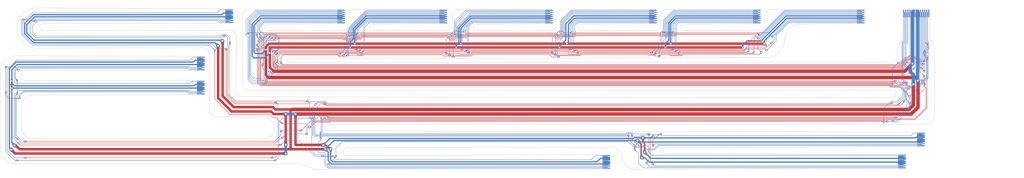
<source format=kicad_pcb>
(kicad_pcb (version 20240108) (generator "pcbnew") (generator_version "8.0")
  (layers (0 "F.Cu" signal) (31 "B.Cu" signal) (34 "B.Paste" user) (35 "F.Paste" user) (36 "B.SilkS" user "B.Silkscreen") (37 "F.SilkS" user "F.Silkscreen") (38 "B.Mask" user) (39 "F.Mask" user) (44 "Edge.Cuts" user))
  (net 0 "")
  (net 1 "row1")
  (net 2 "LED_DIN_Cols")
  (net 3 "+5V")
  (net 4 "GND")
  (net 5 "row2")
  (net 6 "row5")
  (net 7 "col1")
  (net 8 "row0")
  (net 9 "col7")
  (net 10 "col4")
  (net 11 "col5")
  (net 12 "LED_DOUT_THUMB")
  (net 13 "row6")
  (net 14 "col0")
  (net 15 "col2")
  (net 16 "col3")
  (net 17 "col6")
  (net 18 "row3")
  (net 19 "row4")
  (net 20 "LED_DIN_THUMB")
  (net 21 "Net-(COL-0-Pin_2)")
  (net 22 "Net-(COL-1-Pin_2)")
  (net 23 "Net-(COL-2-Pin_2)")
  (net 24 "Net-(COL-4-Pin_11)")
  (net 25 "Net-(COL-4-Pin_2)")
  (net 26 "Net-(ROW0-2-Pin_1)")
  (net 27 "Net-(ROW0-0-Pin_1)")
  (net 28 "Net-(ROW0-1-Pin_1)")
  (net 29 "Net-(ROW0-3-Pin_1)")
  (net 30 "Net-(ROW0-4-Pin_1)")
  (footprint "ct-kicad:FFC Termination 13x0.3 ECT818001568" (layer "F.Cu") (at 152.405 106.175 -90)
    (property "Reference" "ROW0-5" (hide yes))
    (property "Value" "Conn_01x13")
    (fp_line (start -2.1 -2.3) (end -2.1 1) (stroke (width 0.05)) (layer "Edge.Cuts"))
    (fp_line (start 2.1 -2.3) (end 2.1 1) (stroke (width 0.05)) (layer "Edge.Cuts"))
    (fp_line (start 1.9 -2.5) (end -1.9 -2.5) (stroke (width 0.05)) (layer "Edge.Cuts"))
    (fp_arc (start -2.1 -2.3) (mid -2.041421 -2.441421) (end -1.9 -2.5) (stroke (width 0.05)) (layer "Edge.Cuts"))
    (fp_arc (start 1.9 -2.5) (mid 2.041421 -2.441421) (end 2.1 -2.3) (stroke (width 0.05)) (layer "Edge.Cuts"))
  )
  (footprint "ct-kicad:FFC Termination 13x0.3 ECT818001568" (layer "F.Cu") (at 346.567436 148.138609 -90)
    (property "Reference" "ROW0-1" (hide yes))
    (property "Value" "Conn_01x13")
    (fp_line (start -2.1 -2.3) (end -2.1 1) (stroke (width 0.05)) (layer "Edge.Cuts"))
    (fp_line (start 2.1 -2.3) (end 2.1 1) (stroke (width 0.05)) (layer "Edge.Cuts"))
    (fp_line (start 1.9 -2.5) (end -1.9 -2.5) (stroke (width 0.05)) (layer "Edge.Cuts"))
    (fp_arc (start -2.1 -2.3) (mid -2.041421 -2.441421) (end -1.9 -2.5) (stroke (width 0.05)) (layer "Edge.Cuts"))
    (fp_arc (start 1.9 -2.5) (mid 2.041421 -2.441421) (end 2.1 -2.3) (stroke (width 0.05)) (layer "Edge.Cuts"))
  )
  (footprint "ct-kicad:FFC Termination 13x0.3 ECT818001568" (layer "F.Cu") (at 304.692271 106.289316 -90)
    (property "Reference" "COL-4" (hide yes))
    (property "Value" "Conn_01x13")
    (fp_line (start -2.1 -2.3) (end -2.1 1) (stroke (width 0.05)) (layer "Edge.Cuts"))
    (fp_line (start 2.1 -2.3) (end 2.1 1) (stroke (width 0.05)) (layer "Edge.Cuts"))
    (fp_line (start 1.9 -2.5) (end -1.9 -2.5) (stroke (width 0.05)) (layer "Edge.Cuts"))
    (fp_arc (start -2.1 -2.3) (mid -2.041421 -2.441421) (end -1.9 -2.5) (stroke (width 0.05)) (layer "Edge.Cuts"))
    (fp_arc (start 1.9 -2.5) (mid 2.041421 -2.441421) (end 2.1 -2.3) (stroke (width 0.05)) (layer "Edge.Cuts"))
  )
  (footprint "ct-kicad:FFC Termination 13x0.3 ECT818001568" (layer "F.Cu") (at 244.692271 106.289316 -90)
    (property "Reference" "COL-2" (hide yes))
    (property "Value" "Conn_01x13")
    (fp_line (start -2.1 -2.3) (end -2.1 1) (stroke (width 0.05)) (layer "Edge.Cuts"))
    (fp_line (start 2.1 -2.3) (end 2.1 1) (stroke (width 0.05)) (layer "Edge.Cuts"))
    (fp_line (start 1.9 -2.5) (end -1.9 -2.5) (stroke (width 0.05)) (layer "Edge.Cuts"))
    (fp_arc (start -2.1 -2.3) (mid -2.041421 -2.441421) (end -1.9 -2.5) (stroke (width 0.05)) (layer "Edge.Cuts"))
    (fp_arc (start 1.9 -2.5) (mid 2.041421 -2.441421) (end 2.1 -2.3) (stroke (width 0.05)) (layer "Edge.Cuts"))
  )
  (footprint "ct-kicad:FFC Termination 13x0.3 ECT818001568" (layer "F.Cu") (at 144.22 119.84 -90)
    (property "Reference" "ROW0-4" (hide yes))
    (property "Value" "Conn_01x13")
    (fp_line (start -2.1 -2.3) (end -2.1 1) (stroke (width 0.05)) (layer "Edge.Cuts"))
    (fp_line (start 2.1 -2.3) (end 2.1 1) (stroke (width 0.05)) (layer "Edge.Cuts"))
    (fp_line (start 1.9 -2.5) (end -1.9 -2.5) (stroke (width 0.05)) (layer "Edge.Cuts"))
    (fp_arc (start -2.1 -2.3) (mid -2.041421 -2.441421) (end -1.9 -2.5) (stroke (width 0.05)) (layer "Edge.Cuts"))
    (fp_arc (start 1.9 -2.5) (mid 2.041421 -2.441421) (end 2.1 -2.3) (stroke (width 0.05)) (layer "Edge.Cuts"))
  )
  (footprint "ct-kicad:FFC Termination 25x0.3 ECT818001569" (layer "F.Cu") (at 351.8217 106.503108)
    (property "Reference" "MAIN1" (hide yes))
    (property "Value" "Conn_01x25")
    (fp_line (start -3.9 -2.3) (end -3.9 1) (stroke (width 0.05)) (layer "Edge.Cuts"))
    (fp_line (start 3.7 -2.5) (end -3.7 -2.5) (stroke (width 0.05)) (layer "Edge.Cuts"))
    (fp_line (start 3.9 -2.3) (end 3.9 1) (stroke (width 0.05)) (layer "Edge.Cuts"))
    (fp_arc (start -3.9 -2.3) (mid -3.841421 -2.441421) (end -3.7 -2.5) (stroke (width 0.05)) (layer "Edge.Cuts"))
    (fp_arc (start 3.7 -2.5) (mid 3.841421 -2.441421) (end 3.9 -2.3) (stroke (width 0.05)) (layer "Edge.Cuts"))
  )
  (footprint "ct-kicad:FFC Termination 13x0.3 ECT818001568" (layer "F.Cu") (at 184.692271 106.289316 -90)
    (property "Reference" "COL-0" (hide yes))
    (property "Value" "Conn_01x13")
    (fp_line (start -2.1 -2.3) (end -2.1 1) (stroke (width 0.05)) (layer "Edge.Cuts"))
    (fp_line (start 2.1 -2.3) (end 2.1 1) (stroke (width 0.05)) (layer "Edge.Cuts"))
    (fp_line (start 1.9 -2.5) (end -1.9 -2.5) (stroke (width 0.05)) (layer "Edge.Cuts"))
    (fp_arc (start -2.1 -2.3) (mid -2.041421 -2.441421) (end -1.9 -2.5) (stroke (width 0.05)) (layer "Edge.Cuts"))
    (fp_arc (start 1.9 -2.5) (mid 2.041421 -2.441421) (end 2.1 -2.3) (stroke (width 0.05)) (layer "Edge.Cuts"))
  )
  (footprint "ct-kicad:FFC Termination 13x0.3 ECT818001568" (layer "F.Cu") (at 261.265 148.265 -90)
    (property "Reference" "ROW0-2" (hide yes))
    (property "Value" "Conn_01x13")
    (fp_line (start -2.1 -2.3) (end -2.1 1) (stroke (width 0.05)) (layer "Edge.Cuts"))
    (fp_line (start 2.1 -2.3) (end 2.1 1) (stroke (width 0.05)) (layer "Edge.Cuts"))
    (fp_line (start 1.9 -2.5) (end -1.9 -2.5) (stroke (width 0.05)) (layer "Edge.Cuts"))
    (fp_arc (start -2.1 -2.3) (mid -2.041421 -2.441421) (end -1.9 -2.5) (stroke (width 0.05)) (layer "Edge.Cuts"))
    (fp_arc (start 1.9 -2.5) (mid 2.041421 -2.441421) (end 2.1 -2.3) (stroke (width 0.05)) (layer "Edge.Cuts"))
  )
  (footprint "ct-kicad:FFC Termination 13x0.3 ECT818001568" (layer "F.Cu") (at 274.692271 106.289316 -90)
    (property "Reference" "COL3" (hide yes))
    (property "Value" "Conn_01x13")
    (fp_line (start -2.1 -2.3) (end -2.1 1) (stroke (width 0.05)) (layer "Edge.Cuts"))
    (fp_line (start 2.1 -2.3) (end 2.1 1) (stroke (width 0.05)) (layer "Edge.Cuts"))
    (fp_line (start 1.9 -2.5) (end -1.9 -2.5) (stroke (width 0.05)) (layer "Edge.Cuts"))
    (fp_arc (start -2.1 -2.3) (mid -2.041421 -2.441421) (end -1.9 -2.5) (stroke (width 0.05)) (layer "Edge.Cuts"))
    (fp_arc (start 1.9 -2.5) (mid 2.041421 -2.441421) (end 2.1 -2.3) (stroke (width 0.05)) (layer "Edge.Cuts"))
  )
  (footprint "ct-kicad:FFC Termination 13x0.3 ECT818001568" (layer "F.Cu") (at 144.205 126.805 -90)
    (property "Reference" "ROW0-3" (hide yes))
    (property "Value" "Conn_01x13")
    (fp_line (start -2.1 -2.3) (end -2.1 1) (stroke (width 0.05)) (layer "Edge.Cuts"))
    (fp_line (start 2.1 -2.3) (end 2.1 1) (stroke (width 0.05)) (layer "Edge.Cuts"))
    (fp_line (start 1.9 -2.5) (end -1.9 -2.5) (stroke (width 0.05)) (layer "Edge.Cuts"))
    (fp_arc (start -2.1 -2.3) (mid -2.041421 -2.441421) (end -1.9 -2.5) (stroke (width 0.05)) (layer "Edge.Cuts"))
    (fp_arc (start 1.9 -2.5) (mid 2.041421 -2.441421) (end 2.1 -2.3) (stroke (width 0.05)) (layer "Edge.Cuts"))
  )
  (footprint "ct-kicad:FFC Termination 13x0.3 ECT818001568" (layer "F.Cu") (at 352.073401 141.786217 -90)
    (property "Reference" "ROW0-0" (hide yes))
    (property "Value" "Conn_01x13")
    (fp_line (start -2.1 -2.3) (end -2.1 1) (stroke (width 0.05)) (layer "Edge.Cuts"))
    (fp_line (start 2.1 -2.3) (end 2.1 1) (stroke (width 0.05)) (layer "Edge.Cuts"))
    (fp_line (start 1.9 -2.5) (end -1.9 -2.5) (stroke (width 0.05)) (layer "Edge.Cuts"))
    (fp_arc (start -2.1 -2.3) (mid -2.041421 -2.441421) (end -1.9 -2.5) (stroke (width 0.05)) (layer "Edge.Cuts"))
    (fp_arc (start 1.9 -2.5) (mid 2.041421 -2.441421) (end 2.1 -2.3) (stroke (width 0.05)) (layer "Edge.Cuts"))
  )
  (footprint "ct-kicad:FFC Termination 13x0.3 ECT818001568" (layer "F.Cu") (at 214.178651 106.292189 -90)
    (property "Reference" "COL-1" (hide yes))
    (property "Value" "Conn_01x13")
    (fp_line (start -2.1 -2.3) (end -2.1 1) (stroke (width 0.05)) (layer "Edge.Cuts"))
    (fp_line (start 2.1 -2.3) (end 2.1 1) (stroke (width 0.05)) (layer "Edge.Cuts"))
    (fp_line (start 1.9 -2.5) (end -1.9 -2.5) (stroke (width 0.05)) (layer "Edge.Cuts"))
    (fp_arc (start -2.1 -2.3) (mid -2.041421 -2.441421) (end -1.9 -2.5) (stroke (width 0.05)) (layer "Edge.Cuts"))
    (fp_arc (start 1.9 -2.5) (mid 2.041421 -2.441421) (end 2.1 -2.3) (stroke (width 0.05)) (layer "Edge.Cuts"))
  )
  (footprint "ct-kicad:FFC Termination 13x0.3 ECT818001568" (layer "F.Cu") (at 334.692271 106.289316 -90)
    (property "Reference" "COL-5" (hide yes))
    (property "Value" "Conn_01x13")
    (fp_line (start -2.1 -2.3) (end -2.1 1) (stroke (width 0.05)) (layer "Edge.Cuts"))
    (fp_line (start 2.1 -2.3) (end 2.1 1) (stroke (width 0.05)) (layer "Edge.Cuts"))
    (fp_line (start 1.9 -2.5) (end -1.9 -2.5) (stroke (width 0.05)) (layer "Edge.Cuts"))
    (fp_arc (start -2.1 -2.3) (mid -2.041421 -2.441421) (end -1.9 -2.5) (stroke (width 0.05)) (layer "Edge.Cuts"))
    (fp_arc (start 1.9 -2.5) (mid 2.041421 -2.441421) (end 2.1 -2.3) (stroke (width 0.05)) (layer "Edge.Cuts"))
  )
  (gr_line (start 175.305292 149.147493) (end 177.454708 150.082507) (stroke (width 0.1)) (layer "Edge.Cuts"))
  (gr_line (start 164.543576 108.571477) (end 183.692271 108.389316) (stroke (width 0.1)) (layer "Edge.Cuts"))
  (gr_line (start 182.003107 137.499402) (end 354.709984 137.387044) (stroke (width 0.1)) (layer "Edge.Cuts"))
  (gr_arc (start 278.081849 106.296542) (mid 278.64 104.82) (end 280.072025 104.155913) (stroke (width 0.1)) (layer "Edge.Cuts"))
  (gr_arc (start 178.83 150.43) (mid 178.121298 150.339587) (end 177.454708 150.082507) (stroke (width 0.1)) (layer "Edge.Cuts"))
  (gr_line (start 170.617319 118.432982) (end 308.330104 118.209226) (stroke (width 0.1)) (layer "Edge.Cuts"))
  (gr_arc (start 93.559049 132.449439) (mid 94.580542 129.965241) (end 97.059439 128.930951) (stroke (width 0.1)) (layer "Edge.Cuts"))
  (gr_line (start 157.253586 108.349081) (end 157.233716 106.285296) (stroke (width 0.1)) (layer "Edge.Cuts"))
  (gr_line (start 147.822084 117.04) (end 147.75 133.59) (stroke (width 0.1)) (layer "Edge.Cuts"))
  (gr_arc (start 284.724877 110.394487) (mid 283.816424 109.474699) (end 284.73 108.56) (stroke (width 0.1)) (layer "Edge.Cuts"))
  (gr_line (start 357.092523 134.722985) (end 357.177142 117.026678) (stroke (width 0.1)) (layer "Edge.Cuts"))
  (gr_arc (start 308 106.3) (mid 308.558151 104.823458) (end 309.990176 104.159371) (stroke (width 0.1)) (layer "Edge.Cuts"))
  (gr_line (start 246.001439 110.4391) (end 224.938453 110.399788) (stroke (width 0.1)) (layer "Edge.Cuts"))
  (gr_arc (start 145.92 115.338917) (mid 147.195892 115.826224) (end 147.822084 117.04) (stroke (width 0.1)) (layer "Edge.Cuts"))
  (gr_arc (start 344.755355 127.531843) (mid 345.9 128.64) (end 344.783123 129.776137) (stroke (width 0.1)) (layer "Edge.Cuts"))
  (gr_line (start 143.22 121.94) (end 94.869808 121.869245) (stroke (width 0.1)) (layer "Edge.Cuts"))
  (gr_arc (start 91.909733 148.7968) (mid 88.760942 147.502055) (end 87.45 144.36) (stroke (width 0.1)) (layer "Edge.Cuts"))
  (gr_line (start 178.83 150.43) (end 260.265 150.365) (stroke (width 0.1)) (layer "Edge.Cuts"))
  (gr_arc (start 355.7434 112.87) (mid 356.823887 114.822919) (end 357.177142 117.026678) (stroke (width 0.1)) (layer "Edge.Cuts"))
  (gr_line (start 143.205 128.905) (end 97.059439 128.930951) (stroke (width 0.1)) (layer "Edge.Cuts"))
  (gr_arc (start 97.05 141.59) (mid 94.565801 140.568508) (end 93.531512 138.08961) (stroke (width 0.1)) (layer "Edge.Cuts"))
  (gr_arc (start 182.019686 139.243844) (mid 181.13 138.38) (end 182.003107 137.499402) (stroke (width 0.1)) (layer "Edge.Cuts"))
  (gr_arc (start 248.0867 108.350452) (mid 247.48 109.83) (end 246.001439 110.4391) (stroke (width 0.1)) (layer "Edge.Cuts"))
  (gr_arc (start 279.020018 145.834355) (mid 278.129856 144.96289) (end 279.022377 144.093841) (stroke (width 0.1)) (layer "Edge.Cuts"))
  (gr_arc (start 87.415241 122.098757) (mid 88.71 118.95) (end 91.852041 117.639024) (stroke (width 0.1)) (layer "Edge.Cuts"))
  (gr_line (start 94.64351 124.849053) (end 143.205 124.705) (stroke (width 0.1)) (layer "Edge.Cuts"))
  (gr_arc (start 307.976525 107.402182) (mid 307.095816 109.549952) (end 304.949478 110.434146) (stroke (width 0.1)) (layer "Edge.Cuts"))
  (gr_arc (start 157.402509 129.46873) (mid 156.126617 128.981423) (end 155.500425 127.767647) (stroke (width 0.1)) (layer "Edge.Cuts"))
  (gr_arc (start 357.092523 134.722985) (mid 356.41 136.51) (end 354.709984 137.387044) (stroke (width 0.1)) (layer "Edge.Cuts"))
  (gr_arc (start 263.887087 144.132118) (mid 266.069254 144.896604) (end 267.071706 146.980203) (stroke (width 0.1)) (layer "Edge.Cuts"))
  (gr_arc (start 278.101719 108.360327) (mid 277.495019 109.839875) (end 276.016458 110.448975) (stroke (width 0.1)) (layer "Edge.Cuts"))
  (gr_arc (start 170.595877 119.44924) (mid 170.08 118.93) (end 170.617319 118.432982) (stroke (width 0.1)) (layer "Edge.Cuts"))
  (gr_line (start 304.949478 110.434146) (end 284.724877 110.394487) (stroke (width 0.1)) (layer "Edge.Cuts"))
  (gr_line (start 91.909733 148.7968) (end 173.93 148.8) (stroke (width 0.1)) (layer "Edge.Cuts"))
  (gr_line (start 185.960159 110.44672) (end 164.538453 110.405964) (stroke (width 0.1)) (layer "Edge.Cuts"))
  (gr_line (start 93.531512 138.08961) (end 93.559049 132.449439) (stroke (width 0.1)) (layer "Edge.Cuts"))
  (gr_line (start 276.016458 110.448975) (end 255.198453 110.399788) (stroke (width 0.1)) (layer "Edge.Cuts"))
  (gr_line (start 347.9 112.87) (end 347.9217 107.503108) (stroke (width 0.1)) (layer "Edge.Cuts"))
  (gr_arc (start 224.938453 110.399788) (mid 224.03 109.48) (end 224.943576 108.565301) (stroke (width 0.1)) (layer "Edge.Cuts"))
  (gr_line (start 157.402509 129.46873) (end 344.783123 129.776137) (stroke (width 0.1)) (layer "Edge.Cuts"))
  (gr_arc (start 159.496541 127.688151) (mid 158.02 127.13) (end 157.355912 125.697975) (stroke (width 0.1)) (layer "Edge.Cuts"))
  (gr_line (start 351.073401 139.686217) (end 182.019686 139.243844) (stroke (width 0.1)) (layer "Edge.Cuts"))
  (gr_arc (start 164.538453 110.405964) (mid 163.63 109.486176) (end 164.543576 108.571477) (stroke (width 0.1)) (layer "Edge.Cuts"))
  (gr_line (start 224.943576 108.565301) (end 243.692271 108.389316) (stroke (width 0.1)) (layer "Edge.Cuts"))
  (gr_arc (start 163.374616 135.327026) (mid 166.632781 138.504585) (end 163.301663 141.605581) (stroke (width 0.1)) (layer "Edge.Cuts"))
  (gr_line (start 153.63 110.27) (end 99.86812 110.354801) (stroke (width 0.1)) (layer "Edge.Cuts"))
  (gr_arc (start 153.63 110.27) (mid 154.905892 110.757307) (end 155.532084 111.971083) (stroke (width 0.1)) (layer "Edge.Cuts"))
  (gr_line (start 157.253586 108.349081) (end 157.355912 125.697975) (stroke (width 0.1)) (layer "Edge.Cuts"))
  (gr_arc (start 187.646361 146.391654) (mid 186.469909 145.239956) (end 187.64948 144.091541) (stroke (width 0.1)) (layer "Edge.Cuts"))
  (gr_line (start 307.976525 107.402182) (end 308 106.3) (stroke (width 0.1)) (layer "Edge.Cuts"))
  (gr_line (start 345.567436 150.238609) (end 270.827268 150.338907) (stroke (width 0.1)) (layer "Edge.Cuts"))
  (gr_line (start 87.415241 122.098757) (end 87.45 144.36) (stroke (width 0.1)) (layer "Edge.Cuts"))
  (gr_line (start 215.861439 110.450251) (end 194.848453 110.389788) (stroke (width 0.1)) (layer "Edge.Cuts"))
  (gr_line (start 163.374616 135.327025) (end 149.652084 135.291083) (stroke (width 0.1)) (layer "Edge.Cuts"))
  (gr_arc (start 188.04542 108.358072) (mid 187.43872 109.83762) (end 185.960159 110.44672) (stroke (width 0.1)) (layer "Edge.Cuts"))
  (gr_line (start 280.072025 104.155913) (end 303.692271 104.189316) (stroke (width 0.1)) (layer "Edge.Cuts"))
  (gr_line (start 278.101719 108.360327) (end 278.081849 106.296542) (stroke (width 0.1)) (layer "Edge.Cuts"))
  (gr_line (start 248.0867 108.350452) (end 248.051849 106.306542) (stroke (width 0.1)) (layer "Edge.Cuts"))
  (gr_arc (start 217.9467 108.361603) (mid 217.34 109.841151) (end 215.861439 110.450251) (stroke (width 0.1)) (layer "Edge.Cuts"))
  (gr_arc (start 255.198453 110.399788) (mid 254.29 109.48) (end 255.203576 108.565301) (stroke (width 0.1)) (layer "Edge.Cuts"))
  (gr_line (start 188.04542 108.358072) (end 188.02555 106.294287) (stroke (width 0.1)) (layer "Edge.Cuts"))
  (gr_line (start 99.85 108.32) (end 151.405 108.275) (stroke (width 0.1)) (layer "Edge.Cuts"))
  (gr_line (start 355.7434 112.87) (end 355.7217 107.503108) (stroke (width 0.1)) (layer "Edge.Cuts"))
  (gr_line (start 194.853576 108.555301) (end 213.178651 108.392189) (stroke (width 0.1)) (layer "Edge.Cuts"))
  (gr_line (start 170.595877 119.44924) (end 344.038475 119.432769) (stroke (width 0.1)) (layer "Edge.Cuts"))
  (gr_arc (start 157.233716 106.285296) (mid 157.791867 104.808754) (end 159.223892 104.144667) (stroke (width 0.1)) (layer "Edge.Cuts"))
  (gr_line (start 318.1231 108.470582) (end 333.692271 108.389316) (stroke (width 0.1)) (layer "Edge.Cuts"))
  (gr_arc (start 99.86812 110.354801) (mid 98.816008 109.346689) (end 99.85 108.32) (stroke (width 0.1)) (layer "Edge.Cuts"))
  (gr_arc (start 270.827268 150.338907) (mid 268.253877 149.437357) (end 267.071706 146.980203) (stroke (width 0.1)) (layer "Edge.Cuts"))
  (gr_arc (start 173.93 148.8) (mid 174.638702 148.890413) (end 175.305292 149.147493) (stroke (width 0.1)) (layer "Edge.Cuts"))
  (gr_line (start 155.532084 111.971083) (end 155.500425 127.767647) (stroke (width 0.1)) (layer "Edge.Cuts"))
  (gr_arc (start 248.051849 106.306542) (mid 248.61 104.83) (end 250.042025 104.165913) (stroke (width 0.1)) (layer "Edge.Cuts"))
  (gr_line (start 263.887087 144.132118) (end 187.64948 144.091541) (stroke (width 0.1)) (layer "Edge.Cuts"))
  (gr_arc (start 194.848453 110.389788) (mid 193.94 109.47) (end 194.853576 108.555301) (stroke (width 0.1)) (layer "Edge.Cuts"))
  (gr_arc (start 217.961849 106.306542) (mid 218.52 104.83) (end 219.952025 104.165913) (stroke (width 0.1)) (layer "Edge.Cuts"))
  (gr_arc (start 346.466258 117.026678) (mid 346.819512 114.822918) (end 347.9 112.87) (stroke (width 0.1)) (layer "Edge.Cuts"))
  (gr_arc (start 98.235307 115.394965) (mid 92.25 109.66) (end 98.13219 103.819319) (stroke (width 0.1)) (layer "Edge.Cuts"))
  (gr_arc (start 346.466258 117.026678) (mid 345.753851 118.735729) (end 344.038475 119.432769) (stroke (width 0.1)) (layer "Edge.Cuts"))
  (gr_line (start 145.92 115.338917) (end 98.235307 115.394965) (stroke (width 0.1)) (layer "Edge.Cuts"))
  (gr_line (start 351.073401 143.886217) (end 279.022377 144.093841) (stroke (width 0.1)) (layer "Edge.Cuts"))
  (gr_line (start 250.042025 104.165913) (end 273.692271 104.189316) (stroke (width 0.1)) (layer "Edge.Cuts"))
  (gr_line (start 217.9467 108.361603) (end 217.961849 106.306542) (stroke (width 0.1)) (layer "Edge.Cuts"))
  (gr_line (start 345.567436 146.038609) (end 279.020018 145.834355) (stroke (width 0.1)) (layer "Edge.Cuts"))
  (gr_line (start 344.755355 127.531843) (end 159.496541 127.688151) (stroke (width 0.1)) (layer "Edge.Cuts"))
  (gr_line (start 98.13219 103.819319) (end 151.405 104.075) (stroke (width 0.1)) (layer "Edge.Cuts"))
  (gr_line (start 284.73 108.56) (end 303.692271 108.389316) (stroke (width 0.1)) (layer "Edge.Cuts"))
  (gr_arc (start 313.9074 112.681772) (mid 315.15 109.71) (end 318.1231 108.470582) (stroke (width 0.1)) (layer "Edge.Cuts"))
  (gr_arc (start 188.02555 106.294287) (mid 188.583701 104.817745) (end 190.015726 104.153658) (stroke (width 0.1)) (layer "Edge.Cuts"))
  (gr_line (start 309.990176 104.159371) (end 333.692271 104.189316) (stroke (width 0.1)) (layer "Edge.Cuts"))
  (gr_line (start 159.223892 104.144667) (end 183.692271 104.189316) (stroke (width 0.1)) (layer "Edge.Cuts"))
  (gr_line (start 143.22 117.74) (end 91.852041 117.639024) (stroke (width 0.1)) (layer "Edge.Cuts"))
  (gr_arc (start 149.652084 135.291083) (mid 148.376192 134.803776) (end 147.75 133.59) (stroke (width 0.1)) (layer "Edge.Cuts"))
  (gr_line (start 255.203576 108.565301) (end 273.692271 108.389316) (stroke (width 0.1)) (layer "Edge.Cuts"))
  (gr_arc (start 313.9074 112.681772) (mid 312.270799 116.607935) (end 308.330104 118.209226) (stroke (width 0.1)) (layer "Edge.Cuts"))
  (gr_line (start 219.952025 104.165913) (end 243.692271 104.189316) (stroke (width 0.1)) (layer "Edge.Cuts"))
  (gr_arc (start 94.64351 124.849053) (mid 93.406075 123.25658) (end 94.869808 121.869245) (stroke (width 0.1)) (layer "Edge.Cuts"))
  (gr_line (start 190.015726 104.153658) (end 213.178651 104.192189) (stroke (width 0.1)) (layer "Edge.Cuts"))
  (gr_line (start 97.05 141.59) (end 163.301663 141.605581) (stroke (width 0.1)) (layer "Edge.Cuts"))
  (gr_line (start 187.646361 146.391654) (end 260.265 146.165) (stroke (width 0.1)) (layer "Edge.Cuts"))
  (segment (start 220.4 115.82) (end 220.78 115.82) (width 0.1) (layer "F.Cu") (net 1))
  (segment (start 303.22 114.72) (end 302.12 115.82) (width 0.1) (layer "F.Cu") (net 1))
  (segment (start 281.36 115.82) (end 251.82 115.82) (width 0.1) (layer "F.Cu") (net 1))
  (segment (start 166 116.26) (end 166.12 116.14) (width 0.1) (layer "F.Cu") (net 1))
  (segment (start 189.71 115.82) (end 190.27 115.82) (width 0.1) (layer "F.Cu") (net 1))
  (segment (start 166.7 121.29) (end 166 120.59) (width 0.1) (layer "F.Cu") (net 1))
  (segment (start 189.71 115.82) (end 189.47 116.06) (width 0.1) (layer "F.Cu") (net 1))
  (segment (start 251.82 115.82) (end 220.4 115.82) (width 0.1) (layer "F.Cu") (net 1))
  (segment (start 220.4 115.82) (end 189.71 115.82) (width 0.1) (layer "F.Cu") (net 1))
  (segment (start 166 120.59) (end 166 116.26) (width 0.1) (layer "F.Cu") (net 1))
  (segment (start 190.27 115.82) (end 190.37 115.92) (width 0.1) (layer "F.Cu") (net 1))
  (segment (start 302.12 115.82) (end 281.36 115.82) (width 0.1) (layer "F.Cu") (net 1))
  (segment (start 281.49 115.82) (end 281.59 115.92) (width 0.1) (layer "F.Cu") (net 1))
  (segment (start 348.65 120.55) (end 348.65 120.76) (width 0.1) (layer "F.Cu") (net 1))
  (segment (start 348.74 120.46) (end 348.65 120.55) (width 0.1) (layer "F.Cu") (net 1))
  (segment (start 189.47 116.06) (end 166.2 116.06) (width 0.1) (layer "F.Cu") (net 1))
  (segment (start 251.87 115.82) (end 251.97 115.92) (width 0.1) (layer "F.Cu") (net 1))
  (segment (start 220.78 115.82) (end 220.88 115.92) (width 0.1) (layer "F.Cu") (net 1))
  (segment (start 281.36 115.82) (end 281.49 115.82) (width 0.1) (layer "F.Cu") (net 1))
  (segment (start 348.12 121.29) (end 166.7 121.29) (width 0.1) (layer "F.Cu") (net 1))
  (segment (start 251.82 115.82) (end 251.87 115.82) (width 0.1) (layer "F.Cu") (net 1))
  (segment (start 166.2 116.06) (end 166.12 116.14) (width 0.1) (layer "F.Cu") (net 1))
  (segment (start 308.48 114.72) (end 303.22 114.72) (width 0.1) (layer "F.Cu") (net 1))
  (segment (start 348.65 120.76) (end 348.12 121.29) (width 0.1) (layer "F.Cu") (net 1))
  (via (at 190.37 115.92) (size 0.5) (drill 0.25) (layers "F.Cu" "B.Cu") (net 1))
  (via (at 251.97 115.92) (size 0.5) (drill 0.25) (layers "F.Cu" "B.Cu") (net 1))
  (via (at 308.48 114.72) (size 0.5) (drill 0.25) (layers "F.Cu" "B.Cu") (net 1))
  (via (at 220.88 115.92) (size 0.5) (drill 0.25) (layers "F.Cu" "B.Cu") (net 1))
  (via (at 166.12 116.14) (size 0.5) (drill 0.25) (layers "F.Cu" "B.Cu") (net 1))
  (via (at 281.59 115.92) (size 0.5) (drill 0.25) (layers "F.Cu" "B.Cu") (net 1))
  (via (at 348.74 120.46) (size 0.5) (drill 0.25) (layers "F.Cu" "B.Cu") (net 1))
  (segment (start 165.34 115.36) (end 163.03 115.36) (width 0.1) (layer "B.Cu") (net 1))
  (segment (start 251.93 115.88) (end 251.93 112.35) (width 0.1) (layer "B.Cu") (net 1))
  (segment (start 223.58 107.18) (end 224.13 107.18) (width 0.1) (layer "B.Cu") (net 1))
  (segment (start 166.12 116.14) (end 165.34 115.36) (width 0.1) (layer "B.Cu") (net 1))
  (segment (start 190.37 115.92) (end 190.37 112.06) (width 0.1) (layer "B.Cu") (net 1))
  (segment (start 190.37 112.06) (end 190.19 111.88) (width 0.1) (layer "B.Cu") (net 1))
  (segment (start 164.12 107.19) (end 164.120684 107.189316) (width 0.1) (layer "B.Cu") (net 1))
  (segment (start 161.23 116.24) (end 161.03 116.04) (width 0.1) (layer "B.Cu") (net 1))
  (segment (start 282.810684 107.189316) (end 304.817271 107.189316) (width 0.1) (layer "B.Cu") (net 1))
  (segment (start 162.15 116.24) (end 161.23 116.24) (width 0.1) (layer "B.Cu") (net 1))
  (segment (start 348.58 120.3) (end 348.58 114.03) (width 0.1) (layer "B.Cu") (net 1))
  (segment (start 190.19 110.24) (end 193.237811 107.192189) (width 0.1) (layer "B.Cu") (net 1))
  (segment (start 281.59 114.073603) (end 281.325 113.808603) (width 0.1) (layer "B.Cu") (net 1))
  (segment (start 281.325 108.495) (end 282.63 107.19) (width 0.1) (layer "B.Cu") (net 1))
  (segment (start 220.88 115.92) (end 220.88 110.42) (width 0.1) (layer "B.Cu") (net 1))
  (segment (start 161.03 116.04) (end 161.03 109.15) (width 0.1) (layer "B.Cu") (net 1))
  (segment (start 348.74 120.46) (end 348.58 120.3) (width 0.1) (layer "B.Cu") (net 1))
  (segment (start 190.19 111.88) (end 190.19 110.24) (width 0.1) (layer "B.Cu") (net 1))
  (segment (start 308.48 114.72) (end 308.48 113.36) (width 0.1) (layer "B.Cu") (net 1))
  (segment (start 161.03 109.15) (end 162.99 107.19) (width 0.1) (layer "B.Cu") (net 1))
  (segment (start 163.03 115.36) (end 162.15 116.24) (width 0.1) (layer "B.Cu") (net 1))
  (segment (start 348.58 114.03) (end 349.1217 113.4883) (width 0.1) (layer "B.Cu") (net 1))
  (segment (start 251.89 108.73) (end 253.430684 107.189316) (width 0.1) (layer "B.Cu") (net 1))
  (segment (start 251.89 112.31) (end 251.89 108.73) (width 0.1) (layer "B.Cu") (net 1))
  (segment (start 253.430684 107.189316) (end 274.817271 107.189316) (width 0.1) (layer "B.Cu") (net 1))
  (segment (start 220.88 110.42) (end 221.5 109.8) (width 0.1) (layer "B.Cu") (net 1))
  (segment (start 251.93 112.35) (end 251.89 112.31) (width 0.1) (layer "B.Cu") (net 1))
  (segment (start 221.5 109.26) (end 223.58 107.18) (width 0.1) (layer "B.Cu") (net 1))
  (segment (start 162.99 107.19) (end 164.12 107.19) (width 0.1) (layer "B.Cu") (net 1))
  (segment (start 193.237811 107.192189) (end 214.303651 107.192189) (width 0.1) (layer "B.Cu") (net 1))
  (segment (start 282.63 107.19) (end 282.81 107.19) (width 0.1) (layer "B.Cu") (net 1))
  (segment (start 281.325 113.808603) (end 281.325 108.495) (width 0.1) (layer "B.Cu") (net 1))
  (segment (start 224.13 107.18) (end 224.139316 107.189316) (width 0.1) (layer "B.Cu") (net 1))
  (segment (start 314.650684 107.189316) (end 334.817271 107.189316) (width 0.1) (layer "B.Cu") (net 1))
  (segment (start 308.48 113.36) (end 314.650684 107.189316) (width 0.1) (layer "B.Cu") (net 1))
  (segment (start 281.59 115.92) (end 281.59 114.073603) (width 0.1) (layer "B.Cu") (net 1))
  (segment (start 251.97 115.92) (end 251.93 115.88) (width 0.1) (layer "B.Cu") (net 1))
  (segment (start 224.139316 107.189316) (end 244.817271 107.189316) (width 0.1) (layer "B.Cu") (net 1))
  (segment (start 221.5 109.8) (end 221.5 109.26) (width 0.1) (layer "B.Cu") (net 1))
  (segment (start 164.120684 107.189316) (end 184.817271 107.189316) (width 0.1) (layer "B.Cu") (net 1))
  (segment (start 282.81 107.19) (end 282.810684 107.189316) (width 0.1) (layer "B.Cu") (net 1))
  (segment (start 349.1217 113.4883) (end 349.1217 106.378108) (width 0.1) (layer "B.Cu") (net 1))
  (segment (start 349.5 122.93) (end 166.02 122.93) (width 0.1) (layer "F.Cu") (net 2))
  (segment (start 163.29 120.06) (end 163.29 112.32) (width 0.1) (layer "F.Cu") (net 2))
  (segment (start 351.19 121.24) (end 349.5 122.93) (width 0.1) (layer "F.Cu") (net 2))
  (segment (start 166.02 122.93) (end 165.21 122.12) (width 0.1) (layer "F.Cu") (net 2))
  (segment (start 163.29 112.32) (end 162.44 111.47) (width 0.1) (layer "F.Cu") (net 2))
  (segment (start 163.14 120.21) (end 163.29 120.06) (width 0.1) (layer "F.Cu") (net 2))
  (via (at 163.14 120.21) (size 0.5) (drill 0.25) (layers "F.Cu" "B.Cu") (net 2))
  (via (at 162.44 111.47) (size 0.5) (drill 0.25) (layers "F.Cu" "B.Cu") (net 2))
  (via (at 351.19 121.24) (size 0.5) (drill 0.25) (layers "F.Cu" "B.Cu") (net 2))
  (via (at 165.21 122.12) (size 0.5) (drill 0.25) (layers "F.Cu" "B.Cu") (net 2))
  (segment (start 161.67 109.06) (end 163.240684 107.489316) (width 0.1) (layer "B.Cu") (net 2))
  (segment (start 162.44 111.47) (end 161.67 110.7) (width 0.1) (layer "B.Cu") (net 2))
  (segment (start 351.5217 120.9083) (end 351.5217 106.378108) (width 0.1) (layer "B.Cu") (net 2))
  (segment (start 163.14 120.21) (end 163.14 121.23) (width 0.1) (layer "B.Cu") (net 2))
  (segment (start 161.67 110.7) (end 161.67 109.06) (width 0.1) (layer "B.Cu") (net 2))
  (segment (start 351.19 121.24) (end 351.5217 120.9083) (width 0.1) (layer "B.Cu") (net 2))
  (segment (start 163.240684 107.489316) (end 184.792271 107.489316) (width 0.1) (layer "B.Cu") (net 2))
  (segment (start 163.14 121.23) (end 164.03 122.12) (width 0.1) (layer "B.Cu") (net 2))
  (segment (start 164.03 122.12) (end 165.21 122.12) (width 0.1) (layer "B.Cu") (net 2))
  (segment (start 352.33 124.93) (end 352.33 132.49) (width 1) (layer "F.Cu") (net 3))
  (segment (start 166.34 134.43) (end 165.61 133.7) (width 0.7) (layer "F.Cu") (net 3))
  (segment (start 169.83 145.83) (end 91.72 145.83) (width 0.7) (layer "F.Cu") (net 3))
  (segment (start 172.66 134.44) (end 172.66 143.25) (width 0.7) (layer "F.Cu") (net 3))
  (segment (start 273.42 145.47) (end 273.42 143.02) (width 0.35) (layer "F.Cu") (net 3))
  (segment (start 169.82 134.43) (end 166.34 134.43) (width 0.7) (layer "F.Cu") (net 3))
  (segment (start 273.43 145.48) (end 273.42 145.47) (width 0.35) (layer "F.Cu") (net 3))
  (segment (start 169.82 134.43) (end 169.82 143.25) (width 0.7) (layer "F.Cu") (net 3))
  (segment (start 164.13 123.25) (end 164.67 123.79) (width 0.7) (layer "F.Cu") (net 3))
  (segment (start 164.67 123.79) (end 164.77 123.89) (width 1) (layer "F.Cu") (net 3))
  (segment (start 169.82 143.25) (end 169.83 143.26) (width 1) (layer "F.Cu") (net 3))
  (segment (start 164.95 114.12) (end 164.13 114.94) (width 0.7) (layer "F.Cu") (net 3))
  (segment (start 182.56 144.55) (end 182.79 144.55) (width 0.35) (layer "F.Cu") (net 3))
  (segment (start 307.92 114.12) (end 164.95 114.12) (width 0.7) (layer "F.Cu") (net 3))
  (segment (start 350.39 134.43) (end 172.67 134.43) (width 1) (layer "F.Cu") (net 3))
  (segment (start 91.72 145.83) (end 90.64 144.75) (width 0.7) (layer "F.Cu") (net 3))
  (segment (start 307.94 114.14) (end 307.92 114.12) (width 0.7) (layer "F.Cu") (net 3))
  (segment (start 351.75 123.89) (end 352.22 124.36) (width 1) (layer "F.Cu") (net 3))
  (segment (start 154.2 133.7) (end 150.32 129.82) (width 0.7) (layer "F.Cu") (net 3))
  (segment (start 273.42 143.02) (end 272.87 142.47) (width 0.35) (layer "F.Cu") (net 3))
  (segment (start 172.75 143.34) (end 180.62 143.34) (width 0.7) (layer "F.Cu") (net 3))
  (segment (start 180.62 143.34) (end 180.67 143.39) (width 1) (layer "F.Cu") (net 3))
  (segment (start 172.67 134.43) (end 172.66 134.44) (width 1) (layer "F.Cu") (net 3))
  (segment (start 164.77 123.89) (end 351.75 123.89) (width 1) (layer "F.Cu") (net 3))
  (segment (start 172.66 143.25) (end 172.75 143.34) (width 0.7) (layer "F.Cu") (net 3))
  (segment (start 165.61 133.7) (end 154.2 133.7) (width 0.7) (layer "F.Cu") (net 3))
  (segment (start 272.87 142.47) (end 272.87 141.33) (width 0.35) (layer "F.Cu") (net 3))
  (segment (start 164.13 114.94) (end 164.13 123.25) (width 0.7) (layer "F.Cu") (net 3))
  (segment (start 181.4 143.39) (end 182.25 144.24) (width 0.35) (layer "F.Cu") (net 3))
  (segment (start 182.25 144.24) (end 182.56 144.55) (width 0.35) (layer "F.Cu") (net 3))
  (segment (start 150.32 129.82) (end 150.32 114.72) (width 0.7) (layer "F.Cu") (net 3))
  (segment (start 352.22 124.36) (end 352.22 124.82) (width 1) (layer "F.Cu") (net 3))
  (segment (start 352.22 124.82) (end 352.33 124.93) (width 1) (layer "F.Cu") (net 3))
  (segment (start 180.67 143.39) (end 181.4 143.39) (width 0.35) (layer "F.Cu") (net 3))
  (segment (start 352.33 132.49) (end 350.39 134.43) (width 1) (layer "F.Cu") (net 3))
  (via (at 169.83 145.83) (size 1) (drill 0.5) (layers "F.Cu" "B.Cu") (net 3))
  (via (at 307.94 114.14) (size 0.6) (drill 0.4) (layers "F.Cu" "B.Cu") (net 3))
  (via (at 169.83 143.26) (size 1) (drill 0.5) (layers "F.Cu" "B.Cu") (net 3))
  (via (at 180.67 143.39) (size 1) (drill 0.5) (layers "F.Cu" "B.Cu") (net 3))
  (via (at 150.32 114.72) (size 1) (drill 0.5) (layers "F.Cu" "B.Cu") (net 3))
  (via (at 90.64 144.75) (size 1) (drill 0.5) (layers "F.Cu" "B.Cu") (net 3))
  (via (at 164.13 115.87) (size 0.6) (drill 0.4) (layers "F.Cu" "B.Cu") (net 3))
  (via (at 250.99 114.12) (size 0.6) (drill 0.4) (layers "F.Cu" "B.Cu") (net 3))
  (via (at 182.79 144.55) (size 1) (drill 0.5) (layers "F.Cu" "B.Cu") (net 3))
  (via (at 172.66 134.44) (size 1) (drill 0.5) (layers "F.Cu" "B.Cu") (net 3))
  (via (at 273.43 145.48) (size 1) (drill 0.5) (layers "F.Cu" "B.Cu") (net 3))
  (via (at 189.78 114.12) (size 0.6) (drill 0.4) (layers "F.Cu" "B.Cu") (net 3))
  (via (at 220.37 114.12) (size 0.6) (drill 0.4) (layers "F.Cu" "B.Cu") (net 3))
  (via (at 169.82 134.43) (size 1) (drill 0.5) (layers "F.Cu" "B.Cu") (net 3))
  (via (at 272.87 141.33) (size 1) (drill 0.5) (layers "F.Cu" "B.Cu") (net 3))
  (via (at 281 114.12) (size 0.6) (drill 0.4) (layers "F.Cu" "B.Cu") (net 3))
  (via (at 352.22 124.82) (size 1) (drill 0.5) (layers "F.Cu" "B.Cu") (net 3))
  (segment (start 91.61 126.31) (end 143.33 126.31) (width 0.35) (layer "B.Cu") (net 3))
  (segment (start 90.08 121.38) (end 92.03 119.43) (width 0.35) (layer "B.Cu") (net 3))
  (segment (start 97.05 113.83) (end 94.47 111.25) (width 0.35) (layer "B.Cu") (net 3))
  (segment (start 150.32 114.72) (end 149.43 113.83) (width 0.35) (layer "B.Cu") (net 3))
  (segment (start 143.7 118.94) (end 144.345 118.94) (width 0.35) (layer "B.Cu") (net 3))
  (segment (start 189.78 110.13) (end 193.16 106.75) (width 0.35) (layer "B.Cu") (net 3))
  (segment (start 251.41 113.7) (end 251.41 108.54) (width 0.35) (layer "B.Cu") (net 3))
  (segment (start 272.87 141.33) (end 273.04 141.16) (width 0.35) (layer "B.Cu") (net 3))
  (segment (start 250.99 114.12) (end 251.41 113.7) (width 0.35) (layer "B.Cu") (net 3))
  (segment (start 163.02 116.98) (end 161.09 116.98) (width 0.35) (layer "B.Cu") (net 3))
  (segment (start 182.56 141.5) (end 180.67 143.39) (width 0.35) (layer "B.Cu") (net 3))
  (segment (start 223.34 106.75) (end 244.91 106.75) (width 0.35) (layer "B.Cu") (net 3))
  (segment (start 90.16 126.33) (end 90.16 125.93) (width 0.35) (layer "B.Cu") (net 3))
  (segment (start 90.09 126.4) (end 90.16 126.33) (width 0.35) (layer "B.Cu") (net 3))
  (segment (start 253.21 106.74) (end 274.91 106.74) (width 0.35) (layer "B.Cu") (net 3))
  (segment (start 272.87 141.33) (end 272.8 141.26) (width 0.35) (layer "B.Cu") (net 3))
  (segment (start 220.37 114.12) (end 220.37 109.72) (width 0.35) (layer "B.Cu") (net 3))
  (segment (start 307.94 114.14) (end 307.94 113.33) (width 0.35) (layer "B.Cu") (net 3))
  (segment (start 260.66 147.23) (end 261.55 147.23) (width 0.35) (layer "B.Cu") (net 3))
  (segment (start 149.43 113.83) (end 97.05 113.83) (width 0.35) (layer "B.Cu") (net 3))
  (segment (start 189.78 114.12) (end 189.78 110.13) (width 0.35) (layer "B.Cu") (net 3))
  (segment (start 151.825 105.275) (end 152.53 105.275) (width 0.35) (layer "B.Cu") (net 3))
  (segment (start 314.52 106.75) (end 334.87 106.75) (width 0.35) (layer "B.Cu") (net 3))
  (segment (start 280.9 114.02) (end 280.9 108.34038) (width 0.35) (layer "B.Cu") (net 3))
  (segment (start 97.02 105.75) (end 151.35 105.75) (width 0.35) (layer "B.Cu") (net 3))
  (segment (start 92.03 119.43) (end 143.21 119.43) (width 0.35) (layer "B.Cu") (net 3))
  (segment (start 151.35 105.75) (end 151.825 105.275) (width 0.35) (layer "B.Cu") (net 3))
  (segment (start 160.67 108.84) (end 162.750684 106.759316) (width 0.35) (layer "B.Cu") (net 3))
  (segment (start 307.94 113.33) (end 314.52 106.75) (width 0.35) (layer "B.Cu") (net 3))
  (segment (start 251.41 108.54) (end 253.21 106.74) (width 0.35) (layer "B.Cu") (net 3))
  (segment (start 282.521064 106.719316) (end 304.817271 106.719316) (width 0.35) (layer "B.Cu") (net 3))
  (segment (start 275.188609 147.238609) (end 346.692436 147.238609) (width 0.35) (layer "B.Cu") (net 3))
  (segment (start 280.9 108.34038) (end 282.521064 106.719316) (width 0.35) (layer "B.Cu") (net 3))
  (segment (start 352.2767 121.6733) (end 352.2767 105.9433) (width 1) (layer "B.Cu") (net 3))
  (segment (start 94.47 108.3) (end 97.02 105.75) (width 0.35) (layer "B.Cu") (net 3))
  (segment (start 352.22 124.82) (end 352.22 121.73) (width 1) (layer "B.Cu") (net 3))
  (segment (start 90.64 144.75) (end 90.09 144.2) (width 0.35) (layer "B.Cu") (net 3))
  (segment (start 352.22 121.73) (end 352.2767 121.6733) (width 1) (layer "B.Cu") (net 3))
  (segment (start 143.735 125.905) (end 144.33 125.905) (width 0.35) (layer "B.Cu") (net 3))
  (segment (start 281 114.12) (end 280.9 114.02) (width 0.35) (layer "B.Cu") (net 3))
  (segment (start 270.44 141.26) (end 270.2 141.5) (width 0.35) (layer "B.Cu") (net 3))
  (segment (start 183.41 148.22) (end 259.67 148.22) (width 0.35) (layer "B.Cu") (net 3))
  (segment (start 352.2767 105.9433) (end 352.32 105.9) (width 1) (layer "B.Cu") (net 3))
  (segment (start 160.67 116.56) (end 160.67 108.84) (width 0.35) (layer "B.Cu") (net 3))
  (segment (start 90.16 125.93) (end 90.22 125.87) (width 0.35) (layer "B.Cu") (net 3))
  (segment (start 182.79 147.6) (end 183.41 148.22) (width 0.35) (layer "B.Cu") (net 3))
  (segment (start 352.177419 140.886217) (end 352.198401 140.886217) (width 0.35) (layer "B.Cu") (net 3))
  (segment (start 351.733636 141.33) (end 352.177419 140.886217) (width 0.35) (layer "B.Cu") (net 3))
  (segment (start 272.8 141.26) (end 270.44 141.26) (width 0.35) (layer "B.Cu") (net 3))
  (segment (start 272.87 141.33) (end 351.733636 141.33) (width 0.35) (layer "B.Cu") (net 3))
  (segment (start 143.21 119.43) (end 143.7 118.94) (width 0.35) (layer "B.Cu") (net 3))
  (segment (start 169.83 134.44) (end 169.82 134.43) (width 1) (layer "B.Cu") (net 3))
  (segment (start 220.37 109.72) (end 223.34 106.75) (width 0.35) (layer "B.Cu") (net 3))
  (segment (start 182.79 144.55) (end 182.79 147.6) (width 0.35) (layer "B.Cu") (net 3))
  (segment (start 193.16 106.75) (end 214.35 106.75) (width 0.35) (layer "B.Cu") (net 3))
  (segment (start 162.750684 106.759316) (end 184.792271 106.759316) (width 0.35) (layer "B.Cu") (net 3))
  (segment (start 90.08 126.25) (end 90.08 121.38) (width 0.35) (layer "B.Cu") (net 3))
  (segment (start 90.09 144.2) (end 90.09 126.4) (width 0.35) (layer "B.Cu") (net 3))
  (segment (start 169.83 143.26) (end 169.83 145.83) (width 0.7) (layer "B.Cu") (net 3))
  (segment (start 143.33 126.31) (end 143.735 125.905) (width 0.35) (layer "B.Cu") (net 3))
  (segment (start 273.43 145.48) (end 275.188609 147.238609) (width 0.35) (layer "B.Cu") (net 3))
  (segment (start 94.47 111.25) (end 94.47 108.3) (width 0.35) (layer "B.Cu") (net 3))
  (segment (start 259.67 148.22) (end 260.66 147.23) (width 0.35) (layer "B.Cu") (net 3))
  (segment (start 270.2 141.5) (end 182.56 141.5) (width 0.35) (layer "B.Cu") (net 3))
  (segment (start 161.09 116.98) (end 160.67 116.56) (width 0.35) (layer "B.Cu") (net 3))
  (segment (start 172.66 134.44) (end 169.83 134.44) (width 0.7) (layer "B.Cu") (net 3))
  (segment (start 164.13 115.87) (end 163.02 116.98) (width 0.35) (layer "B.Cu") (net 3))
  (segment (start 91.17 125.87) (end 91.61 126.31) (width 0.35) (layer "B.Cu") (net 3))
  (segment (start 90.16 126.33) (end 90.08 126.25) (width 0.35) (layer "B.Cu") (net 3))
  (segment (start 90.22 125.87) (end 91.17 125.87) (width 0.35) (layer "B.Cu") (net 3))
  (segment (start 307.05 113.34) (end 303.01 113.34) (width 0.35) (layer "F.Cu") (net 4))
  (segment (start 350.97 131.87) (end 350.97 125.87) (width 1) (layer "F.Cu") (net 4))
  (segment (start 165.23 116.83) (end 165.23 115.25) (width 0.7) (layer "F.Cu") (net 4))
  (segment (start 151.62 113.39) (end 151.62 129.23) (width 0.7) (layer "F.Cu") (net 4))
  (segment (start 272.42 146.84) (end 272.42 143.14) (width 0.35) (layer "F.Cu") (net 4))
  (segment (start 181.29 144.55) (end 181.25 144.59) (width 1) (layer "F.Cu") (net 4))
  (segment (start 166.17 132.44) (end 166.84 133.11) (width 0.7) (layer "F.Cu") (net 4))
  (segment (start 151.57 113.34) (end 151.62 113.39) (width 1) (layer "F.Cu") (net 4))
  (segment (start 90.8 124.89) (end 90.8 126.86) (width 0.35) (layer "F.Cu") (net 4))
  (segment (start 165.26 115.22) (end 188.47 115.22) (width 0.7) (layer "F.Cu") (net 4))
  (segment (start 90.8 126.86) (end 90.88 126.94) (width 0.35) (layer "F.Cu") (net 4))
  (segment (start 349.73 133.11) (end 171.69 133.11) (width 1) (layer "F.Cu") (net 4))
  (segment (start 91.91 143.49) (end 91.55 143.49) (width 0.7) (layer "F.Cu") (net 4))
  (segment (start 165.23 116.83) (end 165.23 120.92) (width 0.7) (layer "F.Cu") (net 4))
  (segment (start 219.08 115.22) (end 248.88 115.22) (width 0.7) (layer "F.Cu") (net 4))
  (segment (start 272.42 143.14) (end 271.37 142.09) (width 0.35) (layer "F.Cu") (net 4))
  (segment (start 171.24 133.56) (end 171.24 144.59) (width 0.7) (layer "F.Cu") (net 4))
  (segment (start 151.62 129.23) (end 154.83 132.44) (width 0.7) (layer "F.Cu") (net 4))
  (segment (start 165.23 120.92) (end 166.38 122.07) (width 0.7) (layer "F.Cu") (net 4))
  (segment (start 348.53 122.07) (end 166.38 122.07) (width 1) (layer "F.Cu") (net 4))
  (segment (start 188.47 115.22) (end 219.08 115.22) (width 0.7) (layer "F.Cu") (net 4))
  (segment (start 171.24 144.59) (end 93.01 144.59) (width 0.7) (layer "F.Cu") (net 4))
  (segment (start 272.62 147.04) (end 272.42 146.84) (width 0.35) (layer "F.Cu") (net 4))
  (segment (start 93.01 144.59) (end 91.91 143.49) (width 0.7) (layer "F.Cu") (net 4))
  (segment (start 171.24 144.59) (end 181.25 144.59) (width 0.7) (layer "F.Cu") (net 4))
  (segment (start 165.23 115.25) (end 165.26 115.22) (width 0.7) (layer "F.Cu") (net 4))
  (segment (start 171.69 133.11) (end 171.24 133.56) (width 0.7) (layer "F.Cu") (net 4))
  (segment (start 350.97 131.87) (end 349.73 133.11) (width 1) (layer "F.Cu") (net 4))
  (segment (start 301.77 115.22) (end 248.88 115.22) (width 0.7) (layer "F.Cu") (net 4))
  (segment (start 166.84 133.11) (end 171.69 133.11) (width 0.7) (layer "F.Cu") (net 4))
  (segment (start 154.83 132.44) (end 166.17 132.44) (width 0.7) (layer "F.Cu") (net 4))
  (segment (start 350.74 119.86) (end 348.53 122.07) (width 1) (layer "F.Cu") (net 4))
  (via (at 272.62 147.04) (size 1) (drill 0.5) (layers "F.Cu" "B.Cu") (net 4))
  (via (at 248.88 115.22) (size 0.6) (drill 0.4) (layers "F.Cu" "B.Cu") (net 4))
  (via (at 188.47 115.22) (size 0.6) (drill 0.4) (layers "F.Cu" "B.Cu") (net 4))
  (via (at 91.55 143.49) (size 1) (drill 0.5) (layers "F.Cu" "B.Cu") (net 4))
  (via (at 165.23 116.83) (size 0.6) (drill 0.4) (layers "F.Cu" "B.Cu") (net 4))
  (via (at 301.77 115.22) (size 0.6) (drill 0.4) (layers "F.Cu" "B.Cu") (net 4))
  (via (at 90.8 124.89) (size 0.6) (drill 0.4) (layers "F.Cu" "B.Cu") (net 4))
  (via (at 303.01 113.34) (size 0.5) (drill 0.25) (layers "F.Cu" "B.Cu") (net 4))
  (via (at 151.57 113.34) (size 1) (drill 0.5) (layers "F.Cu" "B.Cu") (net 4))
  (via (at 350.97 125.87) (size 1) (drill 0.5) (layers "F.Cu" "B.Cu") (net 4))
  (via (at 90.88 126.94) (size 0.6) (drill 0.4) (layers "F.Cu" "B.Cu") (net 4))
  (via (at 279.42 115.22) (size 0.6) (drill 0.4) (layers "F.Cu" "B.Cu") (net 4))
  (via (at 181.25 144.59) (size 1) (drill 0.5) (layers "F.Cu" "B.Cu") (net 4))
  (via (at 271.37 142.09) (size 1) (drill 0.5) (layers "F.Cu" "B.Cu") (net 4))
  (via (at 350.74 119.86) (size 1) (drill 0.5) (layers "F.Cu" "B.Cu") (net 4))
  (via (at 307.05 113.34) (size 0.5) (drill 0.25) (layers "F.Cu" "B.Cu") (net 4))
  (via (at 219.08 115.22) (size 0.6) (drill 0.4) (layers "F.Cu" "B.Cu") (net 4))
  (segment (start 279.42 114.12) (end 280.41 113.13) (width 0.35) (layer "B.Cu") (net 4))
  (segment (start 280.41 108.075) (end 282.365684 106.119316) (width 0.35) (layer "B.Cu") (net 4))
  (segment (start 95.08 108.66) (end 97.38 106.36) (width 0.35) (layer "B.Cu") (net 4))
  (segment (start 160.14 108.47) (end 162.490684 106.119316) (width 0.35) (layer "B.Cu") (net 4))
  (segment (start 274.73 148.31) (end 346.563827 148.31) (width 0.35) (layer "B.Cu") (net 4))
  (segment (start 90.88 126.94) (end 144.33 126.94) (width 0.35) (layer "B.Cu") (net 4))
  (segment (start 91.55 143.49) (end 90.77 142.71) (width 0.35) (layer "B.Cu") (net 4))
  (segment (start 273.46 147.04) (end 274.73 148.31) (width 0.35) (layer "B.Cu") (net 4))
  (segment (start 350.74 109) (end 350.74 106.57) (width 1) (layer "B.Cu") (net 4))
  (segment (start 182.09 147.85) (end 183.105 148.865) (width 0.35) (layer "B.Cu") (net 4))
  (segment (start 280.41 113.13) (end 280.41 108.075) (width 0.35) (layer "B.Cu") (net 4))
  (segment (start 160.56 118.22) (end 160.14 117.8) (width 0.35) (layer "B.Cu") (net 4))
  (segment (start 90.77 127.05) (end 90.88 126.94) (width 0.35) (layer "B.Cu") (net 4))
  (segment (start 183.105 148.865) (end 261.365 148.865) (width 0.35) (layer "B.Cu") (net 4))
  (segment (start 248.88 115.22) (end 248.88 114.88) (width 0.35) (layer "B.Cu") (net 4))
  (segment (start 244.792271 106.159316) (end 223.210684 106.159316) (width 0.35) (layer "B.Cu") (net 4))
  (segment (start 160.14 117.8) (end 160.14 108.47) (width 0.35) (layer "B.Cu") (net 4))
  (segment (start 282.365684 106.119316) (end 304.817271 106.119316) (width 0.35) (layer "B.Cu") (net 4))
  (segment (start 214.173651 106.122189) (end 193.097811 106.122189) (width 0.35) (layer "B.Cu") (net 4))
  (segment (start 188.47 113.63) (end 188.47 115.22) (width 0.35) (layer "B.Cu") (net 4))
  (segment (start 350.74 119.86) (end 350.74 109) (width 1) (layer "B.Cu") (net 4))
  (segment (start 350.97 125.87) (end 350.97 123.1) (width 1) (layer "B.Cu") (net 4))
  (segment (start 183.75 142.09) (end 181.25 144.59) (width 0.35) (layer "B.Cu") (net 4))
  (segment (start 303.01 113.34) (end 301.77 114.58) (width 0.35) (layer "B.Cu") (net 4))
  (segment (start 189.33 109.89) (end 189.33 112.77) (width 0.35) (layer "B.Cu") (net 4))
  (segment (start 219.84 113.65) (end 219.08 114.41) (width 0.35) (layer "B.Cu") (net 4))
  (segment (start 279.42 115.22) (end 279.42 114.12) (width 0.35) (layer "B.Cu") (net 4))
  (segment (start 272.62 147.04) (end 273.46 147.04) (width 0.35) (layer "B.Cu") (net 4))
  (segment (start 219.08 114.41) (end 219.08 115.22) (width 0.35) (layer "B.Cu") (net 4))
  (segment (start 151.57 113.34) (end 151.34 113.11) (width 0.35) (layer "B.Cu") (net 4))
  (segment (start 314.270684 106.119316) (end 334.817271 106.119316) (width 0.35) (layer "B.Cu") (net 4))
  (segment (start 223.210684 106.159316) (end 219.84 109.53) (width 0.35) (layer "B.Cu") (net 4))
  (segment (start 301.77 114.58) (end 301.77 115.22) (width 0.35) (layer "B.Cu") (net 4))
  (segment (start 346.563827 148.31) (end 346.692436 148.438609) (width 0.35) (layer "B.Cu") (net 4))
  (segment (start 307.05 113.34) (end 314.270684 106.119316) (width 0.35) (layer "B.Cu") (net 4))
  (segment (start 165.23 116.83) (end 163.84 118.22) (width 0.35) (layer "B.Cu") (net 4))
  (segment (start 90.77 142.71) (end 90.77 127.05) (width 0.35) (layer "B.Cu") (net 4))
  (segment (start 248.88 114.88) (end 250.66 113.1) (width 0.35) (layer "B.Cu") (net 4))
  (segment (start 271.37 142.09) (end 183.75 142.09) (width 0.35) (layer "B.Cu") (net 4))
  (segment (start 90.8 124.89) (end 90.8 121.67) (width 0.35) (layer "B.Cu") (net 4))
  (segment (start 97.38 106.36) (end 152.5 106.36) (width 0.35) (layer "B.Cu") (net 4))
  (segment (start 182.09 145.43) (end 182.09 147.85) (width 0.35) (layer "B.Cu") (net 4))
  (segment (start 350.97 123.1) (end 350.1 122.23) (width 1) (layer "B.Cu") (net 4))
  (segment (start 97.19 113.11) (end 95.08 111) (width 0.35) (layer "B.Cu") (net 4))
  (segment (start 352.049618 142.51) (end 352.173401 142.386217) (width 0.35) (layer "B.Cu") (net 4))
  (segment (start 92.33 120.14) (end 144.345 120.14) (width 0.35) (layer "B.Cu") (net 4))
  (segment (start 271.37 142.09) (end 271.79 142.51) (width 0.35) (layer "B.Cu") (net 4))
  (segment (start 350.1 122.23) (end 350.1 120.5) (width 1) (layer "B.Cu") (net 4))
  (segment (start 189.33 112.77) (end 188.47 113.63) (width 0.35) (layer "B.Cu") (net 4))
  (segment (start 219.84 109.53) (end 219.84 113.65) (width 0.35) (layer "B.Cu") (net 4))
  (segment (start 151.34 113.11) (end 97.19 113.11) (width 0.35) (layer "B.Cu") (net 4))
  (segment (start 163.84 118.22) (end 160.56 118.22) (width 0.35) (layer "B.Cu") (net 4))
  (segment (start 144.33 126.94) (end 144.37 126.98) (width 0.35) (layer "B.Cu") (net 4))
  (segment (start 271.79 142.51) (end 352.049618 142.51) (width 0.35) (layer "B.Cu") (net 4))
  (segment (start 95.08 111) (end 95.08 108.66) (width 0.35) (layer "B.Cu") (net 4))
  (segment (start 250.66 113.1) (end 250.66 108.41) (width 0.35) (layer "B.Cu") (net 4))
  (segment (start 90.8 121.67) (end 92.33 120.14) (width 0.35) (layer "B.Cu") (net 4))
  (segment (start 350.1 120.5) (end 350.74 119.86) (width 1) (layer "B.Cu") (net 4))
  (segment (start 162.490684 106.119316) (end 184.817271 106.119316) (width 0.35) (layer "B.Cu") (net 4))
  (segment (start 252.96 106.11) (end 274.82 106.11) (width 0.35) (layer "B.Cu") (net 4))
  (segment (start 181.25 144.59) (end 182.09 145.43) (width 0.35) (layer "B.Cu") (net 4))
  (segment (start 250.66 108.41) (end 252.96 106.11) (width 0.35) (layer "B.Cu") (net 4))
  (segment (start 193.097811 106.122189) (end 189.33 109.89) (width 0.35) (layer "B.Cu") (net 4))
  (segment (start 166.26 117.18) (end 166.26 120.51) (width 0.1) (layer "F.Cu") (net 5))
  (segment (start 166.7 116.74) (end 166.26 117.18) (width 0.1) (layer "F.Cu") (net 5))
  (segment (start 302.16 116.09) (end 282.73 116.09) (width 0.1) (layer "F.Cu") (net 5))
  (segment (start 253.25 116.09) (end 281.08 116.09) (width 0.1) (layer "F.Cu") (net 5))
  (segment (start 302.96 115.29) (end 302.16 116.09) (width 0.1) (layer "F.Cu") (net 5))
  (segment (start 222.02 116.1) (end 251.45 116.1) (width 0.1) (layer "F.Cu") (net 5))
  (segment (start 308.58 115.29) (end 302.96 115.29) (width 0.1) (layer "F.Cu") (net 5))
  (segment (start 349.44 119.98) (end 350.5 118.92) (width 0.1) (layer "F.Cu") (net 5))
  (segment (start 282.73 116.09) (end 282.5 116.32) (width 0.1) (layer "F.Cu") (net 5))
  (segment (start 221.8 116.32) (end 222.02 116.1) (width 0.1) (layer "F.Cu") (net 5))
  (segment (start 166.7 116.54) (end 166.98 116.26) (width 0.1) (layer "F.Cu") (net 5))
  (segment (start 251.76 116.41) (end 252.93 116.41) (width 0.1) (layer "F.Cu") (net 5))
  (segment (start 253.02 116.32) (end 253.25 116.09) (width 0.1) (layer "F.Cu") (net 5))
  (segment (start 220.572157 116.32) (end 221.8 116.32) (width 0.1) (layer "F.Cu") (net 5))
  (segment (start 220.392157 116.14) (end 220.572157 116.32) (width 0.1) (layer "F.Cu") (net 5))
  (segment (start 282.36 116.46) (end 282.5 116.32) (width 0.1) (layer "F.Cu") (net 5))
  (segment (start 251.45 116.1) (end 251.76 116.41) (width 0.1) (layer "F.Cu") (net 5))
  (segment (start 190.715686 116.14) (end 220.392157 116.14) (width 0.1) (layer "F.Cu") (net 5))
  (segment (start 166.84 121.09) (end 347.44 121.09) (width 0.1) (layer "F.Cu") (net 5))
  (segment (start 351.03 118.92) (end 353.46 121.35) (width 0.1) (layer "F.Cu") (net 5))
  (segment (start 350.5 118.92) (end 351.03 118.92) (width 0.1) (layer "F.Cu") (net 5))
  (segment (start 281.08 116.09) (end 281.45 116.46) (width 0.1) (layer "F.Cu") (net 5))
  (segment (start 166.26 120.51) (end 166.84 121.09) (width 0.1) (layer "F.Cu") (net 5))
  (segment (start 252.93 116.41) (end 253.02 116.32) (width 0.1) (layer "F.Cu") (net 5))
  (segment (start 309.98 113.89) (end 308.58 115.29) (width 0.1) (layer "F.Cu") (net 5))
  (segment (start 166.7 116.54) (end 166.7 116.74) (width 0.1) (layer "F.Cu") (net 5))
  (segment (start 190.535686 116.32) (end 190.715686 116.14) (width 0.1) (layer "F.Cu") (net 5))
  (segment (start 167.04 116.32) (end 190.535686 116.32) (width 0.1) (layer "F.Cu") (net 5))
  (segment (start 166.98 116.26) (end 167.04 116.32) (width 0.1) (layer "F.Cu") (net 5))
  (segment (start 281.45 116.46) (end 282.36 116.46) (width 0.1) (layer "F.Cu") (net 5))
  (segment (start 348.55 119.98) (end 349.44 119.98) (width 0.1) (layer "F.Cu") (net 5))
  (segment (start 347.44 121.09) (end 348.55 119.98) (width 0.1) (layer "F.Cu") (net 5))
  (via (at 353.46 121.35) (size 0.5) (drill 0.25) (layers "F.Cu" "B.Cu") (net 5))
  (via (at 191 116.32) (size 0.5) (drill 0.25) (layers "F.Cu" "B.Cu") (net 5))
  (via (at 253.02 116.32) (size 0.5) (drill 0.25) (layers "F.Cu" "B.Cu") (net 5))
  (via (at 166.7 116.54) (size 0.5) (drill 0.25) (layers "F.Cu" "B.Cu") (net 5))
  (via (at 282.5 116.32) (size 0.5) (drill 0.25) (layers "F.Cu" "B.Cu") (net 5))
  (via (at 309.98 113.89) (size 0.5) (drill 0.25) (layers "F.Cu" "B.Cu") (net 5))
  (via (at 221.8 116.32) (size 0.5) (drill 0.25) (layers "F.Cu" "B.Cu") (net 5))
  (segment (start 252.74 110.54) (end 252.74 108.87) (width 0.1) (layer "B.Cu") (net 5))
  (segment (start 309.98 113.89) (end 310.95 112.92) (width 0.1) (layer "B.Cu") (net 5))
  (segment (start 163.37 111.61) (end 162.03 110.27) (width 0.1) (layer "B.Cu") (net 5))
  (segment (start 253.02 115.96) (end 252.4 115.34) (width 0.1) (layer "B.Cu") (net 5))
  (segment (start 252.94 110.74) (end 252.74 110.54) (width 0.1) (layer "B.Cu") (net 5))
  (segment (start 353.33 121.22) (end 353.33 106.386408) (width 0.1) (layer "B.Cu") (net 5))
  (segment (start 167.75 112.64) (end 166.72 111.61) (width 0.1) (layer "B.Cu") (net 5))
  (segment (start 353.46 121.35) (end 353.33 121.22) (width 0.1) (layer "B.Cu") (net 5))
  (segment (start 192.32 115) (end 192.32 109.03) (width 0.1) (layer "B.Cu") (net 5))
  (segment (start 252.4 111.76) (end 252.94 111.22) (width 0.1) (layer "B.Cu") (net 5))
  (segment (start 252.4 115.34) (end 252.4 111.76) (width 0.1) (layer "B.Cu") (net 5))
  (segment (start 282.5 116.32) (end 282.21 116.03) (width 0.1) (layer "B.Cu") (net 5))
  (segment (start 223.730684 107.789316) (end 244.817271 107.789316) (width 0.1) (layer "B.Cu") (net 5))
  (segment (start 193.562811 107.787189) (end 214.303651 107.787189) (width 0.1) (layer "B.Cu") (net 5))
  (segment (start 166.72 111.61) (end 163.37 111.61) (width 0.1) (layer "B.Cu") (net 5))
  (segment (start 310.95 111.82) (end 314.985684 107.784316) (width 0.1) (layer "B.Cu") (net 5))
  (segment (start 192.32 109.03) (end 193.562811 107.787189) (width 0.1) (layer "B.Cu") (net 5))
  (segment (start 310.95 112.92) (end 310.95 111.82) (width 0.1) (layer "B.Cu") (net 5))
  (segment (start 282.830684 107.789316) (end 304.817271 107.789316) (width 0.1) (layer "B.Cu") (net 5))
  (segment (start 167.75 115.49) (end 167.75 112.64) (width 0.1) (layer "B.Cu") (net 5))
  (segment (start 353.33 106.386408) (end 353.3217 106.378108) (width 0.1) (layer "B.Cu") (net 5))
  (segment (start 221.8 116.32) (end 222.31 115.81) (width 0.1) (layer "B.Cu") (net 5))
  (segment (start 282.21 116.03) (end 282.21 108.41) (width 0.1) (layer "B.Cu") (net 5))
  (segment (start 191 116.32) (end 192.32 115) (width 0.1) (layer "B.Cu") (net 5))
  (segment (start 282.21 108.41) (end 282.830684 107.789316) (width 0.1) (layer "B.Cu") (net 5))
  (segment (start 222.31 109.21) (end 223.730684 107.789316) (width 0.1) (layer "B.Cu") (net 5))
  (segment (start 314.985684 107.784316) (end 334.817271 107.784316) (width 0.1) (layer "B.Cu") (net 5))
  (segment (start 166.7 116.54) (end 167.75 115.49) (width 0.1) (layer "B.Cu") (net 5))
  (segment (start 253.820684 107.789316) (end 274.817271 107.789316) (width 0.1) (layer "B.Cu") (net 5))
  (segment (start 252.74 108.87) (end 253.820684 107.789316) (width 0.1) (layer "B.Cu") (net 5))
  (segment (start 163.470684 107.789316) (end 184.817271 107.789316) (width 0.1) (layer "B.Cu") (net 5))
  (segment (start 162.03 109.23) (end 163.470684 107.789316) (width 0.1) (layer "B.Cu") (net 5))
  (segment (start 252.94 111.22) (end 252.94 110.74) (width 0.1) (layer "B.Cu") (net 5))
  (segment (start 162.03 110.27) (end 162.03 109.23) (width 0.1) (layer "B.Cu") (net 5))
  (segment (start 253.02 116.32) (end 253.02 115.96) (width 0.1) (layer "B.Cu") (net 5))
  (segment (start 222.31 115.81) (end 222.31 109.21) (width 0.1) (layer "B.Cu") (net 5))
  (segment (start 169.16 120.36) (end 168.29 120.36) (width 0.1) (layer "F.Cu") (net 6))
  (segment (start 284.45 116.9) (end 283.96 117.39) (width 0.1) (layer "F.Cu") (net 6))
  (segment (start 190.687158 117.39) (end 191.908528 117.39) (width 0.1) (layer "F.Cu") (net 6))
  (segment (start 223.09 117.48) (end 218.83 117.48) (width 0.1) (layer "F.Cu") (net 6))
  (segment (start 167.36 118.12) (end 168.34 117.14) (width 0.1) (layer "F.Cu") (net 6))
  (segment (start 274.61 116.96) (end 274.85 117.2) (width 0.1) (layer "F.Cu") (net 6))
  (segment (start 276.45 117.2) (end 276.45 117.26) (width 0.1) (layer "F.Cu") (net 6))
  (segment (start 246.11 116.92) (end 223.65 116.92) (width 0.1) (layer "F.Cu") (net 6))
  (segment (start 218.83 117.48) (end 218.74 117.39) (width 0.1) (layer "F.Cu") (net 6))
  (segment (start 254.61 117.39) (end 255.04 116.96) (width 0.1) (layer "F.Cu") (net 6))
  (segment (start 247.54 117.24) (end 247.26 117.24) (width 0.1) (layer "F.Cu") (net 6))
  (segment (start 191.908528 117.39) (end 192.248528 117.05) (width 0.1) (layer "F.Cu") (net 6))
  (segment (start 274.85 117.2) (end 276.45 117.2) (width 0.1) (layer "F.Cu") (net 6))
  (segment (start 186.46 117.54) (end 186.52 117.48) (width 0.1) (layer "F.Cu") (net 6))
  (segment (start 255.04 116.96) (end 274.61 116.96) (width 0.1) (layer "F.Cu") (net 6))
  (segment (start 185.224314 117.54) (end 186.46 117.54) (width 0.1) (layer "F.Cu") (net 6))
  (segment (start 352.02 118.23) (end 353.86 120.07) (width 0.1) (layer "F.Cu") (net 6))
  (segment (start 168.34 117.14) (end 184.824314 117.14) (width 0.1) (layer "F.Cu") (net 6))
  (segment (start 190.347158 117.05) (end 190.687158 117.39) (width 0.1) (layer "F.Cu") (net 6))
  (segment (start 246.44 117.25) (end 246.11 116.92) (width 0.1) (layer "F.Cu") (net 6))
  (segment (start 281.08 117.39) (end 280.65 116.96) (width 0.1) (layer "F.Cu") (net 6))
  (segment (start 347.12 120.36) (end 348.83 118.65) (width 0.1) (layer "F.Cu") (net 6))
  (segment (start 190.347158 117.05) (end 186.95 117.05) (width 0.1) (layer "F.Cu") (net 6))
  (segment (start 304.65 116.9) (end 284.45 116.9) (width 0.1) (layer "F.Cu") (net 6))
  (segment (start 192.248528 117.05) (end 215.38 117.05) (width 0.1) (layer "F.Cu") (net 6))
  (segment (start 247.25 117.25) (end 246.44 117.25) (width 0.1) (layer "F.Cu") (net 6))
  (segment (start 348.85 118.67) (end 349.97 118.67) (width 0.1) (layer "F.Cu") (net 6))
  (segment (start 169.16 120.36) (end 347.12 120.36) (width 0.1) (layer "F.Cu") (net 6))
  (segment (start 223.65 116.92) (end 223.09 117.48) (width 0.1) (layer "F.Cu") (net 6))
  (segment (start 218.74 117.39) (end 217.12 117.39) (width 0.1) (layer "F.Cu") (net 6))
  (segment (start 215.72 117.39) (end 217.12 117.39) (width 0.1) (layer "F.Cu") (net 6))
  (segment (start 276.69 116.96) (end 276.45 117.2) (width 0.1) (layer "F.Cu") (net 6))
  (segment (start 247.69 117.39) (end 247.54 117.24) (width 0.1) (layer "F.Cu") (net 6))
  (segment (start 247.69 117.39) (end 254.61 117.39) (width 0.1) (layer "F.Cu") (net 6))
  (segment (start 247.26 117.24) (end 247.25 117.25) (width 0.1) (layer "F.Cu") (net 6))
  (segment (start 350.41 118.23) (end 352.02 118.23) (width 0.1) (layer "F.Cu") (net 6))
  (segment (start 304.91 116.64) (end 304.65 116.9) (width 0.1) (layer "F.Cu") (net 6))
  (segment (start 168.29 120.36) (end 167.36 119.43) (width 0.1) (layer "F.Cu") (net 6))
  (segment (start 283.96 117.39) (end 281.08 117.39) (width 0.1) (layer "F.Cu") (net 6))
  (segment (start 167.36 119.43) (end 167.36 118.12) (width 0.1) (layer "F.Cu") (net 6))
  (segment (start 215.38 117.05) (end 215.72 117.39) (width 0.1) (layer "F.Cu") (net 6))
  (segment (start 348.83 118.65) (end 348.85 118.67) (width 0.1) (layer "F.Cu") (net 6))
  (segment (start 349.97 118.67) (end 350.41 118.23) (width 0.1) (layer "F.Cu") (net 6))
  (segment (start 280.65 116.96) (end 276.69 116.96) (width 0.1) (layer "F.Cu") (net 6))
  (segment (start 186.95 117.05) (end 186.52 117.48) (width 0.1) (layer "F.Cu") (net 6))
  (segment (start 184.824314 117.14) (end 185.224314 117.54) (width 0.1) (layer "F.Cu") (net 6))
  (via (at 353.86 120.07) (size 0.5) (drill 0.25) (layers "F.Cu" "B.Cu") (net 6))
  (via (at 186.52 117.48) (size 0.5) (drill 0.25) (layers "F.Cu" "B.Cu") (net 6))
  (via (at 217.12 117.39) (size 0.5) (drill 0.25) (layers "F.Cu" "B.Cu") (net 6))
  (via (at 304.91 116.64) (size 0.5) (drill 0.25) (layers "F.Cu" "B.Cu") (net 6))
  (via (at 167.36 119.43) (size 0.5) (drill 0.25) (layers "F.Cu" "B.Cu") (net 6))
  (via (at 247.69 117.39) (size 0.5) (drill 0.25) (layers "F.Cu" "B.Cu") (net 6))
  (via (at 276.45 117.2) (size 0.5) (drill 0.25) (layers "F.Cu" "B.Cu") (net 6))
  (segment (start 166.87 121.64) (end 164.31 124.2) (width 0.1) (layer "B.Cu") (net 6))
  (segment (start 279.4 107.62) (end 281.93 105.09) (width 0.1) (layer "B.Cu") (net 6))
  (segment (start 252.650684 105.089316) (end 274.792271 105.089316) (width 0.1) (layer "B.Cu") (net 6))
  (segment (start 167.36 119.43) (end 166.87 119.92) (width 0.1) (layer "B.Cu") (net 6))
  (segment (start 305.52 112.11) (end 306.802842 112.11) (width 0.1) (layer "B.Cu") (net 6))
  (segment (start 353.6217 119.8317) (end 353.6217 106.403108) (width 0.1) (layer "B.Cu") (net 6))
  (segment (start 282.65 105.09) (end 282.650684 105.089316) (width 0.1) (layer "B.Cu") (net 6))
  (segment (start 164.31 124.2) (end 164.31 124.88) (width 0.1) (layer "B.Cu") (net 6))
  (segment (start 187.58 112.15) (end 188.46 111.27) (width 0.1) (layer "B.Cu") (net 6))
  (segment (start 249.67 107.67) (end 252.25 105.09) (width 0.1) (layer "B.Cu") (net 6))
  (segment (start 219.03 111.26) (end 219.03 108.45) (width 0.1) (layer "B.Cu") (net 6))
  (segment (start 217.764314 111.62) (end 218.67 111.62) (width 0.1) (layer "B.Cu") (net 6))
  (segment (start 160.22 125.21) (end 159.24 124.23) (width 0.1) (layer "B.Cu") (net 6))
  (segment (start 186.52 117.48) (end 187.58 116.42) (width 0.1) (layer "B.Cu") (net 6))
  (segment (start 159.24 107.45) (end 161.600684 105.089316) (width 0.1) (layer "B.Cu") (net 6))
  (segment (start 163.98 125.21) (end 160.22 125.21) (width 0.1) (layer "B.Cu") (net 6))
  (segment (start 247.69 117.39) (end 247.69 111.97) (width 0.1) (layer "B.Cu") (net 6))
  (segment (start 222.38 105.1) (end 223.18 105.1) (width 0.1) (layer "B.Cu") (net 6))
  (segment (start 223.190684 105.089316) (end 244.792271 105.089316) (width 0.1) (layer "B.Cu") (net 6))
  (segment (start 223.18 105.1) (end 223.190684 105.089316) (width 0.1) (layer "B.Cu") (net 6))
  (segment (start 278.31 114.770381) (end 278.31 112.19) (width 0.1) (layer "B.Cu") (net 6))
  (segment (start 249.34 111.53) (end 249.67 111.2) (width 0.1) (layer "B.Cu") (net 6))
  (segment (start 305 112.63) (end 305.52 112.11) (width 0.1) (layer "B.Cu") (net 6))
  (segment (start 313.823526 105.089316) (end 334.792271 105.089316) (width 0.1) (layer "B.Cu") (net 6))
  (segment (start 279.4 111.1) (end 279.4 107.62) (width 0.1) (layer "B.Cu") (net 6))
  (segment (start 276.45 116.630381) (end 278.31 114.770381) (width 0.1) (layer "B.Cu") (net 6))
  (segment (start 252.65 105.09) (end 252.650684 105.089316) (width 0.1) (layer "B.Cu") (net 6))
  (segment (start 305 116.55) (end 305 112.63) (width 0.1) (layer "B.Cu") (net 6))
  (segment (start 164.31 124.88) (end 163.98 125.21) (width 0.1) (layer "B.Cu") (net 6))
  (segment (start 187.58 116.42) (end 187.58 112.15) (width 0.1) (layer "B.Cu") (net 6))
  (segment (start 166.87 119.92) (end 166.87 121.64) (width 0.1) (layer "B.Cu") (net 6))
  (segment (start 276.45 117.2) (end 276.45 116.630381) (width 0.1) (layer "B.Cu") (net 6))
  (segment (start 217.12 112.264314) (end 217.764314 111.62) (width 0.1) (layer "B.Cu") (net 6))
  (segment (start 247.69 111.97) (end 248.13 111.53) (width 0.1) (layer "B.Cu") (net 6))
  (segment (start 188.46 109.69) (end 193.06 105.09) (width 0.1) (layer "B.Cu") (net 6))
  (segment (start 217.12 117.39) (end 217.12 112.264314) (width 0.1) (layer "B.Cu") (net 6))
  (segment (start 282.650684 105.089316) (end 304.792271 105.089316) (width 0.1) (layer "B.Cu") (net 6))
  (segment (start 304.91 116.64) (end 305 116.55) (width 0.1) (layer "B.Cu") (net 6))
  (segment (start 161.600684 105.089316) (end 184.792271 105.089316) (width 0.1) (layer "B.Cu") (net 6))
  (segment (start 278.31 112.19) (end 279.4 111.1) (width 0.1) (layer "B.Cu") (net 6))
  (segment (start 353.86 120.07) (end 353.6217 119.8317) (width 0.1) (layer "B.Cu") (net 6))
  (segment (start 306.802842 112.11) (end 313.823526 105.089316) (width 0.1) (layer "B.Cu") (net 6))
  (segment (start 281.93 105.09) (end 282.65 105.09) (width 0.1) (layer "B.Cu") (net 6))
  (segment (start 248.13 111.53) (end 249.34 111.53) (width 0.1) (layer "B.Cu") (net 6))
  (segment (start 188.46 111.27) (end 188.46 109.69) (width 0.1) (layer "B.Cu") (net 6))
  (segment (start 249.67 111.2) (end 249.67 107.67) (width 0.1) (layer "B.Cu") (net 6))
  (segment (start 193.662189 105.092189) (end 214.278651 105.092189) (width 0.1) (layer "B.Cu") (net 6))
  (segment (start 193.06 105.09) (end 193.66 105.09) (width 0.1) (layer "B.Cu") (net 6))
  (segment (start 193.66 105.09) (end 193.662189 105.092189) (width 0.1) (layer "B.Cu") (net 6))
  (segment (start 159.24 124.23) (end 159.24 107.45) (width 0.1) (layer "B.Cu") (net 6))
  (segment (start 218.67 111.62) (end 219.03 111.26) (width 0.1) (layer "B.Cu") (net 6))
  (segment (start 219.03 108.45) (end 222.38 105.1) (width 0.1) (layer "B.Cu") (net 6))
  (segment (start 252.25 105.09) (end 252.65 105.09) (width 0.1) (layer "B.Cu") (net 6))
  (segment (start 162.68 118.602157) (end 162.68 124.48) (width 0.1) (layer "F.Cu") (net 7))
  (segment (start 354.64 132.54) (end 354.64 126.86) (width 0.1) (layer "F.Cu") (net 7))
  (segment (start 162.9 118.382157) (end 162.68 118.602157) (width 0.1) (layer "F.Cu") (net 7))
  (segment (start 182.245686 135.77) (end 182.355686 135.66) (width 0.1) (layer "F.Cu") (net 7))
  (segment (start 181.22 135.77) (end 182.245686 135.77) (width 0.1) (layer "F.Cu") (net 7))
  (segment (start 180.99 135.56) (end 181.09 135.66) (width 0.1) (layer "F.Cu") (net 7))
  (segment (start 188.39 112) (end 188.49 112.1) (width 0.1) (layer "F.Cu") (net 7))
  (segment (start 162.9 112.732514) (end 162.9 118.382157) (width 0.1) (layer "F.Cu") (net 7))
  (segment (start 346.07 125.59) (end 346.23 125.75) (width 0.1) (layer "F.Cu") (net 7))
  (segment (start 353.43 124.77) (end 353.3 124.64) (width 0.1) (layer "F.Cu") (net 7))
  (segment (start 187.14 112) (end 188.39 112) (width 0.1) (layer "F.Cu") (net 7))
  (segment (start 345.46 135.66) (end 345.6 135.8) (width 0.1) (layer "F.Cu") (net 7))
  (segment (start 162.393696 112.22621) (end 162.9 112.732514) (width 0.1) (layer "F.Cu") (net 7))
  (segment (start 162.68 124.48) (end 163.58 125.38) (width 0.1) (layer "F.Cu") (net 7))
  (segment (start 186.87 111.73) (end 187.14 112) (width 0.1) (layer "F.Cu") (net 7))
  (segment (start 273.92 148.51) (end 274.66 147.77) (width 0.1) (layer "F.Cu") (net 7))
  (segment (start 163.58 125.38) (end 345.17 125.38) (width 0.1) (layer "F.Cu") (net 7))
  (segment (start 181.09 135.66) (end 181.11 135.66) (width 0.1) (layer "F.Cu") (net 7))
  (segment (start 354.0217 116.78) (end 354.0217 117.3117) (width 0.1) (layer "F.Cu") (net 7))
  (segment (start 345.17 125.38) (end 345.38 125.59) (width 0.1) (layer "F.Cu") (net 7))
  (segment (start 182.355686 135.66) (end 345.46 135.66) (width 0.1) (layer "F.Cu") (net 7))
  (segment (start 181.11 135.66) (end 181.22 135.77) (width 0.1) (layer "F.Cu") (net 7))
  (segment (start 351.38 135.8) (end 354.64 132.54) (width 0.1) (layer "F.Cu") (net 7))
  (segment (start 354.64 126.86) (end 353.43 125.65) (width 0.1) (layer "F.Cu") (net 7))
  (segment (start 274.66 147.77) (end 274.66 140.19) (width 0.1) (layer "F.Cu") (net 7))
  (segment (start 353.43 125.65) (end 353.43 124.77) (width 0.1) (layer "F.Cu") (net 7))
  (segment (start 164.49 111.73) (end 186.87 111.73) (width 0.1) (layer "F.Cu") (net 7))
  (segment (start 164.055 112.165) (end 164.49 111.73) (width 0.1) (layer "F.Cu") (net 7))
  (segment (start 349.06 125.75) (end 349.93 126.62) (width 0.1) (layer "F.Cu") (net 7))
  (segment (start 345.6 135.8) (end 351.38 135.8) (width 0.1) (layer "F.Cu") (net 7))
  (segment (start 354.0217 117.3117) (end 354.59 117.88) (width 0.1) (layer "F.Cu") (net 7))
  (segment (start 346.23 125.75) (end 349.06 125.75) (width 0.1) (layer "F.Cu") (net 7))
  (segment (start 345.38 125.59) (end 346.07 125.59) (width 0.1) (layer "F.Cu") (net 7))
  (via (at 180.99 135.56) (size 0.5) (drill 0.25) (layers "F.Cu" "B.Cu") (net 7))
  (via (at 274.66 140.19) (size 0.5) (drill 0.25) (layers "F.Cu" "B.Cu") (net 7))
  (via (at 353.3 124.64) (size 0.5) (drill 0.25) (layers "F.Cu" "B.Cu") (net 7))
  (via (at 354.0217 116.78) (size 0.5) (drill 0.25) (layers "F.Cu" "B.Cu") (net 7))
  (via (at 354.59 117.88) (size 0.5) (drill 0.25) (layers "F.Cu" "B.Cu") (net 7))
  (via (at 188.49 112.1) (size 0.5) (drill 0.25) (layers "F.Cu" "B.Cu") (net 7))
  (via (at 164.055 112.165) (size 0.5) (drill 0.25) (layers "F.Cu" "B.Cu") (net 7))
  (via (at 349.93 126.62) (size 0.5) (drill 0.25) (layers "F.Cu" "B.Cu") (net 7))
  (via (at 273.92 148.51) (size 0.5) (drill 0.25) (layers "F.Cu" "B.Cu") (net 7))
  (via (at 162.393696 112.22621) (size 0.5) (drill 0.25) (layers "F.Cu" "B.Cu") (net 7))
  (segment (start 180.37 136.18) (end 180.37 139.85) (width 0.1) (layer "B.Cu") (net 7))
  (segment (start 354.78 123.87) (end 352.03 126.62) (width 0.1) (layer "B.Cu") (net 7))
  (segment (start 354.01 124.64) (end 353.3 124.64) (width 0.1) (layer "B.Cu") (net 7))
  (segment (start 188.49 112.1) (end 188.7 111.89) (width 0.1) (layer "B.Cu") (net 7))
  (segment (start 354.78 118.98) (end 354.78 123.87) (width 0.1) (layer "B.Cu") (net 7))
  (segment (start 354.44 118.03) (end 354.44 118.64) (width 0.1) (layer "B.Cu") (net 7))
  (segment (start 354.59 117.88) (end 354.44 118.03) (width 0.1) (layer "B.Cu") (net 7))
  (segment (start 163.99379 112.22621) (end 162.393696 112.22621) (width 0.1) (layer "B.Cu") (net 7))
  (segment (start 353.9217 116.68) (end 353.9217 106.378108) (width 0.1) (layer "B.Cu") (net 7))
  (segment (start 275.053609 149.643609) (end 346.692436 149.643609) (width 0.1) (layer "B.Cu") (net 7))
  (segment (start 180.37 139.85) (end 180.63 140.11) (width 0.1) (layer "B.Cu") (net 7))
  (segment (start 188.7 111.89) (end 188.7 109.74) (width 0.1) (layer "B.Cu") (net 7))
  (segment (start 352.03 126.62) (end 349.93 126.62) (width 0.1) (layer "B.Cu") (net 7))
  (segment (start 354.44 118.64) (end 354.78 118.98) (width 0.1) (layer "B.Cu") (net 7))
  (segment (start 188.7 109.74) (end 193.047811 105.392189) (width 0.1) (layer "B.Cu") (net 7))
  (segment (start 269.91 139.8) (end 270.31 140.2) (width 0.1) (layer "B.Cu") (net 7))
  (segment (start 180.99 135.56) (end 180.37 136.18) (width 0.1) (layer "B.Cu") (net 7))
  (segment (start 270.31 140.2) (end 274.65 140.2) (width 0.1) (layer "B.Cu") (net 7))
  (segment (start 268.27 139.8) (end 269.91 139.8) (width 0.1) (layer "B.Cu") (net 7))
  (segment (start 164.055 112.165) (end 163.99379 112.22621) (width 0.1) (layer "B.Cu") (net 7))
  (segment (start 267.96 140.11) (end 268.27 139.8) (width 0.1) (layer "B.Cu") (net 7))
  (segment (start 273.92 148.51) (end 275.053609 149.643609) (width 0.1) (layer "B.Cu") (net 7))
  (segment (start 180.63 140.11) (end 267.96 140.11) (width 0.1) (layer "B.Cu") (net 7))
  (segment (start 193.047811 105.392189) (end 214.303651 105.392189) (width 0.1) (layer "B.Cu") (net 7))
  (segment (start 354.78 123.87) (end 354.01 124.64) (width 0.1) (layer "B.Cu") (net 7))
  (segment (start 274.65 140.2) (end 274.66 140.19) (width 0.1) (layer "B.Cu") (net 7))
  (segment (start 354.0217 116.78) (end 353.9217 116.68) (width 0.1) (layer "B.Cu") (net 7))
  (segment (start 153.47 128.84) (end 155.313579 130.683579) (width 0.1) (layer "F.Cu") (net 8))
  (segment (start 92.93 129.91) (end 89.87 129.91) (width 0.1) (layer "F.Cu") (net 8))
  (segment (start 181.05 131.52) (end 181.57 132.04) (width 0.1) (layer "F.Cu") (net 8))
  (segment (start 153.47 114.61) (end 153.47 128.84) (width 0.1) (layer "F.Cu") (net 8))
  (segment (start 268.81 141.85) (end 270.55 143.59) (width 0.1) (layer "F.Cu") (net 8))
  (segment (start 270.55 144.63) (end 270.55 143.59) (width 0.1) (layer "F.Cu") (net 8))
  (segment (start 155.313579 130.683579) (end 176.133579 130.683579) (width 0.1) (layer "F.Cu") (net 8))
  (segment (start 166.78 147.82) (end 166.76 147.8) (width 0.1) (layer "F.Cu") (net 8))
  (segment (start 93.06 129.78) (end 92.93 129.91) (width 0.1) (layer "F.Cu") (net 8))
  (segment (start 347.17 132.04) (end 348.32 130.89) (width 0.1) (layer "F.Cu") (net 8))
  (segment (start 91.65 120.84) (end 89.02 120.84) (width 0.1) (layer "F.Cu") (net 8))
  (segment (start 181.57 132.04) (end 347.17 132.04) (width 0.1) (layer "F.Cu") (net 8))
  (segment (start 92.67 121.86) (end 91.65 120.84) (width 0.1) (layer "F.Cu") (net 8))
  (segment (start 348.32 130.89) (end 348.32 130.68) (width 0.1) (layer "F.Cu") (net 8))
  (segment (start 153.72 114.36) (end 153.47 114.61) (width 0.1) (layer "F.Cu") (net 8))
  (segment (start 89.87 129.91) (end 89.03 129.07) (width 0.1) (layer "F.Cu") (net 8))
  (segment (start 270.54 144.64) (end 270.55 144.63) (width 0.1) (layer "F.Cu") (net 8))
  (segment (start 268.81 140.46) (end 268.81 141.85) (width 0.1) (layer "F.Cu") (net 8))
  (segment (start 89.03 129.07) (end 89.03 128.17) (width 0.1) (layer "F.Cu") (net 8))
  (segment (start 166.76 147.8) (end 92.26 147.8) (width 0.1) (layer "F.Cu") (net 8))
  (segment (start 177.08 135.66) (end 178.14 135.66) (width 0.1) (layer "F.Cu") (net 8))
  (segment (start 153.72 113.91) (end 153.72 114.36) (width 0.1) (layer "F.Cu") (net 8))
  (via (at 89.03 128.17) (size 0.5) (drill 0.25) (layers "F.Cu" "B.Cu") (net 8))
  (via (at 270.54 144.64) (size 0.5) (drill 0.25) (layers "F.Cu" "B.Cu") (net 8))
  (via (at 181.05 131.52) (size 0.5) (drill 0.25) (layers "F.Cu" "B.Cu") (net 8))
  (via (at 93.06 129.78) (size 0.5) (drill 0.25) (layers "F.Cu" "B.Cu") (net 8))
  (via (at 268.81 140.46) (size 0.5) (drill 0.25) (layers "F.Cu" "B.Cu") (net 8))
  (via (at 166.78 147.82) (size 0.5) (drill 0.25) (layers "F.Cu" "B.Cu") (net 8))
  (via (at 176.133579 130.683579) (size 0.5) (drill 0.25) (layers "F.Cu" "B.Cu") (net 8))
  (via (at 270.55 143.59) (size 0.5) (drill 0.25) (layers "F.Cu" "B.Cu") (net 8))
  (via (at 89.02 120.84) (size 0.5) (drill 0.25) (layers "F.Cu" "B.Cu") (net 8))
  (via (at 178.14 135.66) (size 0.5) (drill 0.25) (layers "F.Cu" "B.Cu") (net 8))
  (via (at 92.26 147.8) (size 0.5) (drill 0.25) (layers "F.Cu" "B.Cu") (net 8))
  (via (at 153.72 113.91) (size 0.5) (drill 0.25) (layers "F.Cu" "B.Cu") (net 8))
  (via (at 348.32 130.68) (size 0.5) (drill 0.25) (layers "F.Cu" "B.Cu") (net 8))
  (via (at 177.08 135.66) (size 0.5) (drill 0.25) (layers "F.Cu" "B.Cu") (net 8))
  (via (at 92.67 121.86) (size 0.5) (drill 0.25) (layers "F.Cu" "B.Cu") (net 8))
  (segment (start 181.03 146.39) (end 181.03 148.98) (width 0.1) (layer "B.Cu") (net 8))
  (segment (start 150.21 107.52) (end 98.22 107.52) (width 0.1) (layer "B.Cu") (net 8))
  (segment (start 168.97 135.66) (end 177.08 135.66) (width 0.1) (layer "B.Cu") (net 8))
  (segment (start 167.88 146.8) (end 167.88 136.75) (width 0.1) (layer "B.Cu") (net 8))
  (segment (start 151.405 111.475) (end 152.665 111.475) (width 0.1) (layer "B.Cu") (net 8))
  (segment (start 276.3 144.79) (end 277.478783 143.611217) (width 0.1) (layer "B.Cu") (net 8))
  (segment (start 177.95 135.85) (end 177.95 140.27) (width 0.1) (layer "B.Cu") (net 8))
  (segment (start 152.665 111.475) (end 153.72 112.53) (width 0.1) (layer "B.Cu") (net 8))
  (segment (start 178.3 140.62) (end 268.65 140.62) (width 0.1) (layer "B.Cu") (net 8))
  (segment (start 348.16 124.38) (end 348.16 114.05) (width 0.1) (layer "B.Cu") (net 8))
  (segment (start 291.004249 149.935751) (end 346.664578 149.935751) (width 0.1) (layer "B.Cu") (net 8))
  (segment (start 348.79 125.01) (end 348.16 124.38) (width 0.1) (layer "B.Cu") (net 8))
  (segment (start 274.362842 144.79) (end 276.3 144.79) (width 0.1) (layer "B.Cu") (net 8))
  (segment (start 96.73 109.01) (end 96.73 110.8) (width 0.1) (layer "B.Cu") (net 8))
  (segment (start 348.79 113.42) (end 348.79 106.434808) (width 0.1) (layer "B.Cu") (net 8))
  (segment (start 98.22 107.52) (end 96.73 109.01) (width 0.1) (layer "B.Cu") (net 8))
  (segment (start 178.14 135.66) (end 177.95 135.85) (width 0.1) (layer "B.Cu") (net 8))
  (segment (start 271.67 148.61) (end 272.96174 149.90174) (width 0.1) (layer "B.Cu") (net 8))
  (segment (start 268.65 140.62) (end 268.81 140.46) (width 0.1) (layer "B.Cu") (net 8))
  (segment (start 89.03 120.85) (end 89.02 120.84) (width 0.1) (layer "B.Cu") (net 8))
  (segment (start 273.462842 143.89) (end 274.362842 144.79) (width 0.1) (layer "B.Cu") (net 8))
  (segment (start 141.53 128.05) (end 94.22 128.05) (width 0.1) (layer "B.Cu") (net 8))
  (segment (start 277.478783 143.611217) (end 352.198401 143.611217) (width 0.1) (layer "B.Cu") (net 8))
  (segment (start 177.95 140.27) (end 178.3 140.62) (width 0.1) (layer "B.Cu") (net 8))
  (segment (start 97.93 112) (end 150.88 112) (width 0.1) (layer "B.Cu") (net 8))
  (segment (start 150.88 112) (end 151.405 111.475) (width 0.1) (layer "B.Cu") (net 8))
  (segment (start 181.03 148.98) (end 182.14 150.09) (width 0.1) (layer "B.Cu") (net 8))
  (segment (start 166.78 147.82) (end 166.86 147.82) (width 0.1) (layer "B.Cu") (net 8))
  (segment (start 93.06 129.21) (end 93.06 129.78) (width 0.1) (layer "B.Cu") (net 8))
  (segment (start 348.32 130.68) (end 348.79 130.21) (width 0.1) (layer "B.Cu") (net 8))
  (segment (start 96.73 110.8) (end 97.93 112) (width 0.1) (layer "B.Cu") (net 8))
  (segment (start 153.72 112.53) (end 153.72 113.91) (width 0.1) (layer "B.Cu") (net 8))
  (segment (start 93.31 121.22) (end 92.67 121.86) (width 0.1) (layer "B.Cu") (net 8))
  (segment (start 141.47 121.22) (end 93.31 121.22) (width 0.1) (layer "B.Cu") (net 8))
  (segment (start 152.53 108) (end 150.69 108) (width 0.1) (layer "B.Cu") (net 8))
  (segment (start 178.34 146.12) (end 180.76 146.12) (width 0.1) (layer "B.Cu") (net 8))
  (segment (start 177.08 135.66) (end 177.33 135.91) (width 0.1) (layer "B.Cu") (net 8))
  (segment (start 179.82 131.52) (end 181.05 131.52) (width 0.1) (layer "B.Cu") (net 8))
  (segment (start 348.16 114.05) (end 348.79 113.42) (width 0.1) (layer "B.Cu") (net 8))
  (segment (start 178.14 135.66) (end 178.14 133.2) (width 0.1) (layer "B.Cu") (net 8))
  (segment (start 150.69 108) (end 150.21 107.52) (width 0.1) (layer "B.Cu") (net 8))
  (segment (start 348.79 130.21) (end 348.79 125.01) (width 0.1) (layer "B.Cu") (net 8))
  (segment (start 176.74 131.29) (end 176.74 135.32) (width 0.1) (layer "B.Cu") (net 8))
  (segment (start 92.67 121.86) (end 92.865 121.665) (width 0.1) (layer "B.Cu") (net 8))
  (segment (start 142.01 128.53) (end 141.53 128.05) (width 0.1) (layer "B.Cu") (net 8))
  (segment (start 270.54 144.64) (end 271.67 145.77) (width 0.1) (layer "B.Cu") (net 8))
  (segment (start 89.03 128.17) (end 89.03 145.25) (width 0.1) (layer "B.Cu") (net 8))
  (segment (start 142.01 128.63) (end 142.01 128.53) (width 0.1) (layer "B.Cu") (net 8))
  (segment (start 94.22 128.05) (end 93.06 129.21) (width 0.1) (layer "B.Cu") (net 8))
  (segment (start 180.76 146.12) (end 181.03 146.39) (width 0.1) (layer "B.Cu") (net 8))
  (segment (start 346.664578 149.935751) (end 346.692436 149.963609) (width 0.1) (layer "B.Cu") (net 8))
  (segment (start 348.79 106.434808) (end 348.8217 106.403108) (width 0.1) (layer "B.Cu") (net 8))
  (segment (start 176.74 135.32) (end 177.08 135.66) (width 0.1) (layer "B.Cu") (net 8))
  (segment (start 144.345 121.665) (end 141.915 121.665) (width 0.1) (layer "B.Cu") (net 8))
  (segment (start 182.14 150.09) (end 261.39 150.09) (width 0.1) (layer "B.Cu") (net 8))
  (segment (start 177.33 135.91) (end 177.33 145.11) (width 0.1) (layer "B.Cu") (net 8))
  (segment (start 176.133579 130.683579) (end 176.74 131.29) (width 0.1) (layer "B.Cu") (net 8))
  (segment (start 271.67 145.77) (end 271.67 148.61) (width 0.1) (layer "B.Cu") (net 8))
  (segment (start 91.58 147.8) (end 92.26 147.8) (width 0.1) (layer "B.Cu") (net 8))
  (segment (start 167.88 136.75) (end 168.97 135.66) (width 0.1) (layer "B.Cu") (net 8))
  (segment (start 144.33 128.63) (end 142.01 128.63) (width 0.1) (layer "B.Cu") (net 8))
  (segment (start 272.96174 149.90174) (end 291.004249 149.935751) (width 0.1) (layer "B.Cu") (net 8))
  (segment (start 141.915 121.665) (end 141.47 121.22) (width 0.1) (layer "B.Cu") (net 8))
  (segment (start 177.33 145.11) (end 178.34 146.12) (width 0.1) (layer "B.Cu") (net 8))
  (segment (start 89.03 128.17) (end 89.03 120.85) (width 0.1) (layer "B.Cu") (net 8))
  (segment (start 89.03 145.25) (end 91.58 147.8) (width 0.1) (layer "B.Cu") (net 8))
  (segment (start 270.85 143.89) (end 273.462842 143.89) (width 0.1) (layer "B.Cu") (net 8))
  (segment (start 166.86 147.82) (end 167.88 146.8) (width 0.1) (layer "B.Cu") (net 8))
  (segment (start 270.55 143.59) (end 270.85 143.89) (width 0.1) (layer "B.Cu") (net 8))
  (segment (start 178.14 133.2) (end 179.82 131.52) (width 0.1) (layer "B.Cu") (net 8))
  (segment (start 92.35 124.74) (end 92.29 124.68) (width 0.1) (layer "F.Cu") (net 10))
  (segment (start 93.55 142.8) (end 166.88 142.8) (width 0.1) (layer "F.Cu") (net 10))
  (segment (start 248.1 112.48) (end 248.86 112.48) (width 0.1) (layer "F.Cu") (net 10))
  (segment (start 253 111.93) (end 253.38 111.55) (width 0.1) (layer "F.Cu") (net 10))
  (segment (start 348.78 128.35) (end 348.78 130.12) (width 0.1) (layer "F.Cu") (net 10))
  (segment (start 187.67 113.17) (end 189.73 113.17) (width 0.1) (layer "F.Cu") (net 10))
  (segment (start 161.54 114.53) (end 161.93 114.92) (width 0.1) (layer "F.Cu") (net 10))
  (segment (start 343.03 136.58) (end 343.41 136.58) (width 0.1) (layer "F.Cu") (net 10))
  (segment (start 175.95 140.2) (end 175.95 138.48) (width 0.1) (layer "F.Cu") (net 10))
  (segment (start 277.89 111.55) (end 278.07 111.73) (width 0.1) (layer "F.Cu") (net 10))
  (segment (start 168.38 141.3) (end 168.9 141.3) (width 0.1) (layer "F.Cu") (net 10))
  (segment (start 279.62 111.73) (end 279.63 111.74) (width 0.1) (layer "F.Cu") (net 10))
  (segment (start 354.06 123.38) (end 354.06 125.57) (width 0.1) (layer "F.Cu") (net 10))
  (segment (start 182.61 136.37) (end 342.82 136.37) (width 0.1) (layer "F.Cu") (net 10))
  (segment (start 347.05 126.62) (end 348.78 128.35) (width 0.1) (layer "F.Cu") (net 10))
  (segment (start 92.35 128.68) (end 92.35 124.74) (width 0.1) (layer "F.Cu") (net 10))
  (segment (start 253.38 111.55) (end 277.89 111.55) (width 0.1) (layer "F.Cu") (net 10))
  (segment (start 190.3 112.6) (end 191.38 112.6) (width 0.1) (layer "F.Cu") (net 10))
  (segment (start 162.77 126.05) (end 344.8 126.05) (width 0.1) (layer "F.Cu") (net 10))
  (segment (start 248.86 112.48) (end 249.41 111.93) (width 0.1) (layer "F.Cu") (net 10))
  (segment (start 221.81 112.16) (end 222.12 111.85) (width 0.1) (layer "F.Cu") (net 10))
  (segment (start 177.84 136.59) (end 182.39 136.59) (width 0.1) (layer "F.Cu") (net 10))
  (segment (start 345.37 126.62) (end 347.05 126.62) (width 0.1) (layer "F.Cu") (net 10))
  (segment (start 161.93 125.21) (end 162.77 126.05) (width 0.1) (layer "F.Cu") (net 10))
  (segment (start 249.41 111.93) (end 253 111.93) (width 0.1) (layer "F.Cu") (net 10))
  (segment (start 182.39 136.59) (end 182.61 136.37) (width 0.1) (layer "F.Cu") (net 10))
  (segment (start 191.38 112.6) (end 191.95 112.03) (width 0.1) (layer "F.Cu") (net 10))
  (segment (start 217.41 112.87) (end 218.36 112.87) (width 0.1) (layer "F.Cu") (net 10))
  (segment (start 189.73 113.17) (end 190.3 112.6) (width 0.1) (layer "F.Cu") (net 10))
  (segment (start 344.8 126.05) (end 345.37 126.62) (width 0.1) (layer "F.Cu") (net 10))
  (segment (start 175.95 138.48) (end 177.84 136.59) (width 0.1) (layer "F.Cu") (net 10))
  (segment (start 166.88 142.8) (end 168.38 141.3) (width 0.1) (layer "F.Cu") (net 10))
  (segment (start 166.67 112.66) (end 166.84 112.49) (width 0.1) (layer "F.Cu") (net 10))
  (segment (start 161.93 114.92) (end 161.93 125.21) (width 0.1) (layer "F.Cu") (net 10))
  (segment (start 191.95 112.03) (end 216.57 112.03) (width 0.1) (layer "F.Cu") (net 10))
  (segment (start 342.82 136.37) (end 343.03 136.58) (width 0.1) (layer "F.Cu") (net 10))
  (segment (start 92.235 141.485) (end 93.55 142.8) (width 0.1) (layer "F.Cu") (net 10))
  (segment (start 186.56 112.77) (end 187.27 112.77) (width 0.1) (layer "F.Cu") (net 10))
  (segment (start 216.57 112.03) (end 217.41 112.87) (width 0.1) (layer "F.Cu") (net 10))
  (segment (start 354.06 125.57) (end 354.29 125.8) (width 0.1) (layer "F.Cu") (net 10))
  (segment (start 186.28 112.49) (end 186.56 112.77) (width 0.1) (layer "F.Cu") (net 10))
  (segment (start 187.27 112.77) (end 187.67 113.17) (width 0.1) (layer "F.Cu") (net 10))
  (segment (start 278.07 111.73) (end 279.62 111.73) (width 0.1) (layer "F.Cu") (net 10))
  (segment (start 247.47 111.85) (end 248.1 112.48) (width 0.1) (layer "F.Cu") (net 10))
  (segment (start 348.78 130.12) (end 350.02 131.36) (width 0.1) (layer "F.Cu") (net 10))
  (segment (start 219.07 112.16) (end 221.81 112.16) (width 0.1) (layer "F.Cu") (net 10))
  (segment (start 218.36 112.87) (end 219.07 112.16) (width 0.1) (layer "F.Cu") (net 10))
  (segment (start 222.12 111.85) (end 247.47 111.85) (width 0.1) (layer "F.Cu") (net 10))
  (segment (start 166.84 112.49) (end 186.28 112.49) (width 0.1) (layer "F.Cu") (net 10))
  (via (at 92.35 128.68) (size 0.5) (drill 0.25) (layers "F.Cu" "B.Cu") (net 10))
  (via (at 350.02 131.36) (size 0.5) (drill 0.25) (layers "F.Cu" "B.Cu") (net 10))
  (via (at 279.63 111.74) (size 0.5) (drill 0.25) (layers "F.Cu" "B.Cu") (net 10))
  (via (at 343.41 136.58) (size 0.5) (drill 0.25) (layers "F.Cu" "B.Cu") (net 10))
  (via (at 161.54 114.53) (size 0.5) (drill 0.25) (layers "F.Cu" "B.Cu") (net 10))
  (via (at 166.67 112.66) (size 0.5) (drill 0.25) (layers "F.Cu" "B.Cu") (net 10))
  (via (at 92.29 124.68) (size 0.5) (drill 0.25) (layers "F.Cu" "B.Cu") (net 10))
  (via (at 354.29 125.8) (size 0.5) (drill 0.25) (layers "F.Cu" "B.Cu") (net 10))
  (via (at 354.06 123.38) (size 0.5) (drill 0.25) (layers "F.Cu" "B.Cu") (net 10))
  (via (at 175.95 140.2) (size 0.5) (drill 0.25) (layers "F.Cu" "B.Cu") (net 10))
  (via (at 168.9 141.3) (size 0.5) (drill 0.25) (layers "F.Cu" "B.Cu") (net 10))
  (via (at 92.235 141.485) (size 0.5) (drill 0.25) (layers "F.Cu" "B.Cu") (net 10))
  (segment (start 141.79 120.95) (end 92.68 120.95) (width 0.1) (layer "B.Cu") (net 10))
  (segment (start 350.02 133.08) (end 346.31 136.79) (width 0.1) (layer "B.Cu") (net 10))
  (segment (start 175.94 140.19) (end 175.95 140.2) (width 0.1) (layer "B.Cu") (net 10))
  (segment (start 343.42 136.59) (end 343.41 136.58) (width 0.1) (layer "B.Cu") (net 10))
  (segment (start 168.9 141.3) (end 170.01 140.19) (width 0.1) (layer "B.Cu") (net 10))
  (segment (start 354.06 123.38) (end 353.0217 122.3417) (width 0.1) (layer "B.Cu") (net 10))
  (segment (start 91.83 129.2) (end 92.35 128.68) (width 0.1) (layer "B.Cu") (net 10))
  (segment (start 91.83 141.08) (end 91.83 129.2) (width 0.1) (layer "B.Cu") (net 10))
  (segment (start 344.57 136.59) (end 343.42 136.59) (width 0.1) (layer "B.Cu") (net 10))
  (segment (start 354.29 127.09) (end 350.02 131.36) (width 0.1) (layer "B.Cu") (net 10))
  (segment (start 92.235 141.485) (end 91.83 141.08) (width 0.1) (layer "B.Cu") (net 10))
  (segment (start 354.29 125.8) (end 354.29 127.09) (width 0.1) (layer "B.Cu") (net 10))
  (segment (start 282.135684 105.394316) (end 304.83 105.394316) (width 0.1) (layer "B.Cu") (net 10))
  (segment (start 279.63 111.74) (end 279.67 111.7) (width 0.1) (layer "B.Cu") (net 10))
  (segment (start 166.67 112.66) (end 166.24 113.09) (width 0.1) (layer "B.Cu") (net 10))
  (segment (start 91.8 124.19) (end 92.29 124.68) (width 0.1) (layer "B.Cu") (net 10))
  (segment (start 346.31 136.79) (end 344.77 136.79) (width 0.1) (layer "B.Cu") (net 10))
  (segment (start 279.67 107.86) (end 282.135684 105.394316) (width 0.1) (layer "B.Cu") (net 10))
  (segment (start 91.8 121.83) (end 91.8 124.19) (width 0.1) (layer "B.Cu") (net 10))
  (segment (start 279.67 111.7) (end 279.67 107.86) (width 0.1) (layer "B.Cu") (net 10))
  (segment (start 350.02 131.36) (end 350.02 133.08) (width 0.1) (layer "B.Cu") (net 10))
  (segment (start 92.68 120.95) (end 91.8 121.83) (width 0.1) (layer "B.Cu") (net 10))
  (segment (start 344.77 136.79) (end 344.57 136.59) (width 0.1) (layer "B.Cu") (net 10))
  (segment (start 162.98 113.09) (end 161.54 114.53) (width 0.1) (layer "B.Cu") (net 10))
  (segment (start 170.01 140.19) (end 175.94 140.19) (width 0.1) (layer "B.Cu") (net 10))
  (segment (start 144.345 121.34) (end 142.18 121.34) (width 0.1) (layer "B.Cu") (net 10))
  (segment (start 166.24 113.09) (end 162.98 113.09) (width 0.1) (layer "B.Cu") (net 10))
  (segment (start 142.18 121.34) (end 141.79 120.95) (width 0.1) (layer "B.Cu") (net 10))
  (segment (start 353.0217 122.3417) (end 353.0217 106.403108) (width 0.1) (layer "B.Cu") (net 10))
  (segment (start 247.23 112.09) (end 247.93 112.79) (width 0.1) (layer "F.Cu") (net 11))
  (segment (start 282.6 111.53) (end 305.03 111.53) (width 0.1) (layer "F.Cu") (net 11))
  (segment (start 346.75 119.77) (end 346.6 119.62) (width 0.1) (layer "F.Cu") (net 11))
  (segment (start 95.9 107.58) (end 95.51 107.19) (width 0.1) (layer "F.Cu") (net 11))
  (segment (start 344.43 126.53) (end 344.55 126.53) (width 0.1) (layer "F.Cu") (net 11))
  (segment (start 161.49 115.71) (end 161.6 115.82) (width 0.1) (layer "F.Cu") (net 11))
  (segment (start 277.85 111.99) (end 279.17 111.99) (width 0.1) (layer "F.Cu") (net 11))
  (segment (start 280.94 111.54) (end 281.34 111.94) (width 0.1) (layer "F.Cu") (net 11))
  (segment (start 277.67 111.81) (end 277.85 111.99) (width 0.1) (layer "F.Cu") (net 11))
  (segment (start 161.6 115.82) (end 161.6 125.32) (width 0.1) (layer "F.Cu") (net 11))
  (segment (start 282.19 111.94) (end 282.6 111.53) (width 0.1) (layer "F.Cu") (net 11))
  (segment (start 219.2 112.41) (end 221.97 112.41) (width 0.1) (layer "F.Cu") (net 11))
  (segment (start 178.32 136.85) (end 176.78 138.39) (width 0.1) (layer "F.Cu") (net 11))
  (segment (start 168.24 136.75) (end 167.02 135.53) (width 0.1) (layer "F.Cu") (net 11))
  (segment (start 190.45 112.87) (end 191.5 112.87) (width 0.1) (layer "F.Cu") (net 11))
  (segment (start 164.08 113.73) (end 164.08 113.5) (width 0.1) (layer "F.Cu") (net 11))
  (segment (start 165.32 134.64) (end 153.87 134.64) (width 0.1) (layer "F.Cu") (net 11))
  (segment (start 182.56 136.85) (end 178.54 136.85) (width 0.1) (layer "F.Cu") (net 11))
  (segment (start 247.93 112.79) (end 249.02 112.79) (width 0.1) (layer "F.Cu") (net 11))
  (segment (start 166.21 135.53) (end 165.32 134.64) (width 0.1) (layer "F.Cu") (net 11))
  (segment (start 167.02 135.53) (end 166.21 135.53) (width 0.1) (layer "F.Cu") (net 11))
  (segment (start 162.56 126.28) (end 344.18 126.28) (width 0.1) (layer "F.Cu") (net 11))
  (segment (start 280.23 111.54) (end 280.94 111.54) (width 0.1) (layer "F.Cu") (net 11))
  (segment (start 161.6 125.32) (end 162.56 126.28) (width 0.1) (layer "F.Cu") (net 11))
  (segment (start 280.11 111.66) (end 280.23 111.54) (width 0.1) (layer "F.Cu") (net 11))
  (segment (start 192.09 112.28) (end 216.42 112.28) (width 0.1) (layer "F.Cu") (net 11))
  (segment (start 346.94 119.77) (end 346.75 119.77) (width 0.1) (layer "F.Cu") (net 11))
  (segment (start 97.51 107.58) (end 95.9 107.58) (width 0.1) (layer "F.Cu") (net 11))
  (segment (start 253.58 111.81) (end 277.67 111.81) (width 0.1) (layer "F.Cu") (net 11))
  (segment (start 280.11 111.94) (end 280.11 111.66) (width 0.1) (layer "F.Cu") (net 11))
  (segment (start 249.64 112.17) (end 253.22 112.17) (width 0.1) (layer "F.Cu") (net 11))
  (segment (start 168.68 136.97) (end 168.46 136.75) (width 0.1) (layer "F.Cu") (net 11))
  (segment (start 279.17 111.99) (end 279.36 112.18) (width 0.1) (layer "F.Cu") (net 11))
  (segment (start 178.54 136.85) (end 178.32 136.85) (width 0.1) (layer "F.Cu") (net 11))
  (segment (start 166.94 113.19) (end 167.39 112.74) (width 0.1) (layer "F.Cu") (net 11))
  (segment (start 279.87 112.18) (end 280.11 111.94) (width 0.1) (layer "F.Cu") (net 11))
  (segment (start 305.03 111.53) (end 306.15 112.65) (width 0.1) (layer "F.Cu") (net 11))
  (segment (start 164.08 113.5) (end 164.39 113.19) (width 0.1) (layer "F.Cu") (net 11))
  (segment (start 153.87 134.64) (end 149.37 130.14) (width 0.1) (layer "F.Cu") (net 11))
  (segment (start 341.99 136.6) (end 341.7 136.6) (width 0.1) (layer "F.Cu") (net 11))
  (segment (start 164.39 113.19) (end 166.94 113.19) (width 0.1) (layer "F.Cu") (net 11))
  (segment (start 149.37 130.14) (end 149.37 115.92) (width 0.1) (layer "F.Cu") (net 11))
  (segment (start 95.51 107.19) (end 94 107.19) (width 0.1) (layer "F.Cu") (net 11))
  (segment (start 344.18 126.28) (end 344.43 126.53) (width 0.1) (layer "F.Cu") (net 11))
  (segment (start 182.66 136.75) (end 182.56 136.85) (width 0.1) (layer "F.Cu") (net 11))
  (segment (start 187.08 113.01) (end 187.5 113.43) (width 0.1) (layer "F.Cu") (net 11))
  (segment (start 217.25 113.11) (end 218.5 113.11) (width 0.1) (layer "F.Cu") (net 11))
  (segment (start 342.21 136.82) (end 342.01 136.62) (width 0.1) (layer "F.Cu") (net 11))
  (segment (start 218.5 113.11) (end 219.2 112.41) (width 0.1) (layer "F.Cu") (net 11))
  (segment (start 191.5 112.87) (end 192.09 112.28) (width 0.1) (layer "F.Cu") (net 11))
  (segment (start 249.02 112.79) (end 249.64 112.17) (width 0.1) (layer "F.Cu") (net 11))
  (segment (start 216.42 112.28) (end 217.25 113.11) (width 0.1) (layer "F.Cu") (net 11))
  (segment (start 97.53 107.56) (end 97.51 107.58) (width 0.1) (layer "F.Cu") (net 11))
  (segment (start 189.89 113.43) (end 190.45 112.87) (width 0.1) (layer "F.Cu") (net 11))
  (segment (start 182.81 136.6) (end 182.66 136.75) (width 0.1) (layer "F.Cu") (net 11))
  (segment (start 221.97 112.41) (end 222.29 112.09) (width 0.1) (layer "F.Cu") (net 11))
  (segment (start 253.22 112.17) (end 253.58 111.81) (width 0.1) (layer "F.Cu") (net 11))
  (segment (start 279.36 112.18) (end 279.87 112.18) (width 0.1) (layer "F.Cu") (net 11))
  (segment (start 222.29 112.09) (end 247.23 112.09) (width 0.1) (layer "F.Cu") (net 11))
  (segment (start 306.15 112.65) (end 306.24 112.65) (width 0.1) (layer "F.Cu") (net 11))
  (segment (start 349.76 117.89) (end 349.59 118.06) (width 0.1) (layer "F.Cu") (net 11))
  (segment (start 187.5 113.43) (end 189.89 113.43) (width 0.1) (layer "F.Cu") (net 11))
  (segment (start 349.59 118.06) (end 348.65 118.06) (width 0.1) (layer "F.Cu") (net 11))
  (segment (start 342.45 136.82) (end 342.21 136.82) (width 0.1) (layer "F.Cu") (net 11))
  (segment (start 348.65 118.06) (end 346.94 119.77) (width 0.1) (layer "F.Cu") (net 11))
  (segment (start 342.01 136.62) (end 341.99 136.6) (width 0.1) (layer "F.Cu") (net 11))
  (segment (start 168.46 136.75) (end 168.24 136.75) (width 0.1) (layer "F.Cu") (net 11))
  (segment (start 186.09 112.74) (end 186.36 113.01) (width 0.1) (layer "F.Cu") (net 11))
  (segment (start 186.36 113.01) (end 187.08 113.01) (width 0.1) (layer "F.Cu") (net 11))
  (segment (start 341.7 136.6) (end 182.81 136.6) (width 0.1) (layer "F.Cu") (net 11))
  (segment (start 167.39 112.74) (end 186.09 112.74) (width 0.1) (layer "F.Cu") (net 11))
  (segment (start 281.34 111.94) (end 282.19 111.94) (width 0.1) (layer "F.Cu") (net 11))
  (via (at 97.53 107.56) (size 0.5) (drill 0.25) (layers "F.Cu" "B.Cu") (net 11))
  (via (at 94 107.19) (size 0.5) (drill 0.25) (layers "F.Cu" "B.Cu") (net 11))
  (via (at 342.45 136.82) (size 0.5) (drill 0.25) (layers "F.Cu" "B.Cu") (net 11))
  (via (at 149.37 115.92) (size 0.5) (drill 0.25) (layers "F.Cu" "B.Cu") (net 11))
  (via (at 344.55 126.53) (size 0.5) (drill 0.25) (layers "F.Cu" "B.Cu") (net 11))
  (via (at 346.6 119.62) (size 0.5) (drill 0.25) (layers "F.Cu" "B.Cu") (net 11))
  (via (at 164.08 113.73) (size 0.5) (drill 0.25) (layers "F.Cu" "B.Cu") (net 11))
  (via (at 176.78 138.39) (size 0.5) (drill 0.25) (layers "F.Cu" "B.Cu") (net 11))
  (via (at 168.68 136.97) (size 0.5) (drill 0.25) (layers "F.Cu" "B.Cu") (net 11))
  (via (at 349.76 117.89) (size 0.5) (drill 0.25) (layers "F.Cu" "B.Cu") (net 11))
  (via (at 306.24 112.65) (size 0.5) (drill 0.25) (layers "F.Cu" "B.Cu") (net 11))
  (via (at 161.49 115.71) (size 0.5) (drill 0.25) (layers "F.Cu" "B.Cu") (net 11))
  (segment (start 162.1 115.71) (end 161.49 115.71) (width 0.1) (layer "B.Cu") (net 11))
  (segment (start 342.45 132.77) (end 342.45 136.82) (width 0.1) (layer "B.Cu") (net 11))
  (segment (start 97.9 107.19) (end 97.53 107.56) (width 0.1) (layer "B.Cu") (net 11))
  (segment (start 315.01 105.4) (end 315.020684 105.389316) (width 0.1) (layer "B.Cu") (net 11))
  (segment (start 347.93 127.47) (end 347.93 129.21) (width 0.1) (layer "B.Cu") (net 11))
  (segment (start 344.55 126.53) (end 344.91 126.17) (width 0.1) (layer "B.Cu") (net 11))
  (segment (start 350.0217 117.6283) (end 349.76 117.89) (width 0.1) (layer "B.Cu") (net 11))
  (segment (start 306.69 112.65) (end 313.94 105.4) (width 0.1) (layer "B.Cu") (net 11))
  (segment (start 164.08 113.73) (end 162.1 115.71) (width 0.1) (layer "B.Cu") (net 11))
  (segment (start 175.52 137.19) (end 168.9 137.19) (width 0.1) (layer "B.Cu") (net 11))
  (segment (start 168.9 137.19) (end 168.68 136.97) (width 0.1) (layer "B.Cu") (net 11))
  (segment (start 152.53 107.675) (end 150.905 107.675) (width 0.1) (layer "B.Cu") (net 11))
  (segment (start 344.72 126.7) (end 347.16 126.7) (width 0.1) (layer "B.Cu") (net 11))
  (segment (start 96.75 114.67) (end 93.48 111.4) (width 0.1) (layer "B.Cu") (net 11))
  (segment (start 93.48 107.71) (end 94 107.19) (width 0.1) (layer "B.Cu") (net 11))
  (segment (start 347.16 126.7) (end 347.93 127.47) (width 0.1) (layer "B.Cu") (net 11))
  (segment (start 148.12 114.67) (end 96.75 114.67) (width 0.1) (layer "B.Cu") (net 11))
  (segment (start 346.37 130.77) (end 344.45 130.77) (width 0.1) (layer "B.Cu") (net 11))
  (segment (start 150.905 107.675) (end 150.42 107.19) (width 0.1) (layer "B.Cu") (net 11))
  (segment (start 344.55 126.53) (end 344.72 126.7) (width 0.1) (layer "B.Cu") (net 11))
  (segment (start 93.48 111.4) (end 93.48 107.71) (width 0.1) (layer "B.Cu") (net 11))
  (segment (start 350.0217 106.403108) (end 350.0217 117.6283) (width 0.1) (layer "B.Cu") (net 11))
  (segment (start 149.37 115.92) (end 148.12 114.67) (width 0.1) (layer "B.Cu") (net 11))
  (segment (start 315.020684 105.389316) (end 334.817271 105.389316) (width 0.1) (layer "B.Cu") (net 11))
  (segment (start 176.6 138.27) (end 175.52 137.19) (width 0.1) (layer "B.Cu") (net 11))
  (segment (start 344.91 121.31) (end 346.6 119.62) (width 0.1) (layer "B.Cu") (net 11))
  (segment (start 176.66 138.27) (end 176.6 138.27) (width 0.1) (layer "B.Cu") (net 11))
  (segment (start 176.78 138.39) (end 176.66 138.27) (width 0.1) (layer "B.Cu") (net 11))
  (segment (start 313.94 105.4) (end 315.01 105.4) (width 0.1) (layer "B.Cu") (net 11))
  (segment (start 150.42 107.19) (end 97.9 107.19) (width 0.1) (layer "B.Cu") (net 11))
  (segment (start 344.45 130.77) (end 342.45 132.77) (width 0.1) (layer "B.Cu") (net 11))
  (segment (start 347.93 129.21) (end 346.37 130.77) (width 0.1) (layer "B.Cu") (net 11))
  (segment (start 306.24 112.65) (end 306.69 112.65) (width 0.1) (layer "B.Cu") (net 11))
  (segment (start 344.91 126.17) (end 344.91 121.31) (width 0.1) (layer "B.Cu") (net 11))
  (segment (start 277.65 140.25) (end 278.22 140.25) (width 0.1) (layer "F.Cu") (net 12))
  (segment (start 275.79 143.62) (end 275.79 142.11) (width 0.1) (layer "F.Cu") (net 12))
  (segment (start 346.81 131.56) (end 346.63 131.74) (width 0.1) (layer "F.Cu") (net 12))
  (segment (start 181.45 131.354314) (end 181.215686 131.12) (width 0.1) (layer "F.Cu") (net 12))
  (segment (start 346.63 131.74) (end 181.552842 131.74) (width 0.1) (layer "F.Cu") (net 12))
  (segment (start 181.552842 131.74) (end 181.45 131.637158) (width 0.1) (layer "F.Cu") (net 12))
  (segment (start 181.45 131.637158) (end 181.45 131.354314) (width 0.1) (layer "F.Cu") (net 12))
  (segment (start 181.215686 131.12) (end 178.95 131.12) (width 0.1) (layer "F.Cu") (net 12))
  (segment (start 178.95 131.12) (end 178.44 131.63) (width 0.1) (layer "F.Cu") (net 12))
  (segment (start 275.79 142.11) (end 277.65 140.25) (width 0.1) (layer "F.Cu") (net 12))
  (via (at 346.81 131.56) (size 0.5) (drill 0.25) (layers "F.Cu" "B.Cu") (net 12))
  (via (at 178.44 131.63) (size 0.5) (drill 0.25) (layers "F.Cu" "B.Cu") (net 12))
  (via (at 275.79 143.62) (size 0.5) (drill 0.25) (layers "F.Cu" "B.Cu") (net 12))
  (via (at 278.22 140.25) (size 0.5) (drill 0.25) (layers "F.Cu" "B.Cu") (net 12))
  (segment (start 347.93 113.46) (end 347.9367 113.46) (width 0.1) (layer "B.Cu") (net 12))
  (segment (start 177.63 140.55) (end 177.63 132.44) (width 0.1) (layer "B.Cu") (net 12))
  (segment (start 347.695 113.695) (end 347.93 113.46) (width 0.1) (layer "B.Cu") (net 12))
  (segment (start 347.695 125.875) (end 347.695 113.695) (width 0.1) (layer "B.Cu") (net 12))
  (segment (start 177.63 132.44) (end 178.44 131.63) (width 0.1) (layer "B.Cu") (net 12))
  (segment (start 177.96 140.88) (end 177.63 140.55) (width 0.1) (layer "B.Cu") (net 12))
  (segment (start 348.53 129.84) (end 348.53 126.71) (width 0.1) (layer "B.Cu") (net 12))
  (segment (start 271.88 140.88) (end 177.96 140.88) (width 0.1) (layer "B.Cu") (net 12))
  (segment (start 278.22 140.25) (end 275.165686 140.25) (width 0.1) (layer "B.Cu") (net 12))
  (segment (start 274.825686 140.59) (end 272.17 140.59) (width 0.1) (layer "B.Cu") (net 12))
  (segment (start 346.81 131.56) (end 348.53 129.84) (width 0.1) (layer "B.Cu") (net 12))
  (segment (start 276.423783 142.986217) (end 352.173401 142.986217) (width 0.1) (layer "B.Cu") (net 12))
  (segment (start 348.53 126.71) (end 347.695 125.875) (width 0.1) (layer "B.Cu") (net 12))
  (segment (start 347.9367 113.46) (end 348.1967 113.2) (width 0.1) (layer "B.Cu") (net 12))
  (segment (start 275.79 143.62) (end 276.423783 142.986217) (width 0.1) (layer "B.Cu") (net 12))
  (segment (start 275.165686 140.25) (end 274.825686 140.59) (width 0.1) (layer "B.Cu") (net 12))
  (segment (start 272.17 140.59) (end 271.88 140.88) (width 0.1) (layer "B.Cu") (net 12))
  (segment (start 348.1967 113.2) (end 348.1967 106.378108) (width 0.1) (layer "B.Cu") (net 12))
  (segment (start 349.94 118.41) (end 350.39 117.96) (width 0.1) (layer "F.Cu") (net 13))
  (segment (start 350.39 117.96) (end 352.32 117.96) (width 0.1) (layer "F.Cu") (net 13))
  (segment (start 192.13 117.62) (end 192.41 117.34) (width 0.1) (layer "F.Cu") (net 13))
  (segment (start 185.341472 117.94) (end 184.781472 117.38) (width 0.1) (layer "F.Cu") (net 13))
  (segment (start 248.619763 117.970237) (end 248.69 117.9) (width 0.1) (layer "F.Cu") (net 13))
  (segment (start 280.94 117.65) (end 280.54 117.25) (width 0.1) (layer "F.Cu") (net 13))
  (segment (start 274.29 117.25) (end 274.52 117.48) (width 0.1) (layer "F.Cu") (net 13))
  (segment (start 246.650237 117.970237) (end 248.46 117.970237) (width 0.1) (layer "F.Cu") (net 13))
  (segment (start 347.05 120.13) (end 348.77 118.41) (width 0.1) (layer "F.Cu") (net 13))
  (segment (start 223.83 117.21) (end 245.89 117.21) (width 0.1) (layer "F.Cu") (net 13))
  (segment (start 218.08 117.79) (end 218.16 117.87) (width 0.1) (layer "F.Cu") (net 13))
  (segment (start 352.32 117.96) (end 353.53 119.17) (width 0.1) (layer "F.Cu") (net 13))
  (segment (start 168.86 120.13) (end 168.45 119.72) (width 0.1) (layer "F.Cu") (net 13))
  (segment (start 245.89 117.21) (end 246.650237 117.970237) (width 0.1) (layer "F.Cu") (net 13))
  (segment (start 254.76 117.63) (end 255.14 117.25) (width 0.1) (layer "F.Cu") (net 13))
  (segment (start 218.16 117.87) (end 218.7 117.87) (width 0.1) (layer "F.Cu") (net 13))
  (segment (start 276.17 117.68) (end 277.5 117.68) (width 0.1) (layer "F.Cu") (net 13))
  (segment (start 284.085685 117.65) (end 280.94 117.65) (width 0.1) (layer "F.Cu") (net 13))
  (segment (start 274.52 117.48) (end 275.97 117.48) (width 0.1) (layer "F.Cu") (net 13))
  (segment (start 248.800237 117.63) (end 254.76 117.63) (width 0.1) (layer "F.Cu") (net 13))
  (segment (start 187.417843 117.48) (end 186.957843 117.94) (width 0.1) (layer "F.Cu") (net 13))
  (segment (start 192.41 117.34) (end 215.05 117.34) (width 0.1) (layer "F.Cu") (net 13))
  (segment (start 168.45 118.03) (end 168.45 119.72) (width 0.1) (layer "F.Cu") (net 13))
  (segment (start 248.46 117.970237) (end 248.800237 117.63) (width 0.1) (layer "F.Cu") (net 13))
  (segment (start 348.77 118.41) (end 349.94 118.41) (width 0.1) (layer "F.Cu") (net 13))
  (segment (start 353.53 119.17) (end 354.31 119.17) (width 0.1) (layer "F.Cu") (net 13))
  (segment (start 307.13 116.63) (end 307.13 116.76) (width 0.1) (layer "F.Cu") (net 13))
  (segment (start 280.54 117.25) (end 278.21 117.25) (width 0.1) (layer "F.Cu") (net 13))
  (segment (start 169.43 120.13) (end 347.05 120.13) (width 0.1) (layer "F.Cu") (net 13))
  (segment (start 223.3 117.74) (end 223.83 117.21) (width 0.1) (layer "F.Cu") (net 13))
  (segment (start 187.74 117.62) (end 192.13 117.62) (width 0.1) (layer "F.Cu") (net 13))
  (segment (start 306.73 117.16) (end 284.575685 117.16) (width 0.1) (layer "F.Cu") (net 13))
  (segment (start 186.957843 117.94) (end 185.341472 117.94) (width 0.1) (layer "F.Cu") (net 13))
  (segment (start 278.21 117.25) (end 277.64 117.82) (width 0.1) (layer "F.Cu") (net 13))
  (segment (start 218.7 117.87) (end 218.83 117.74) (width 0.1) (layer "F.Cu") (net 13))
  (segment (start 275.97 117.48) (end 276.17 117.68) (width 0.1) (layer "F.Cu") (net 13))
  (segment (start 215.05 117.34) (end 215.5 117.79) (width 0.1) (layer "F.Cu") (net 13))
  (segment (start 277.5 117.68) (end 277.64 117.82) (width 0.1) (layer "F.Cu") (net 13))
  (segment (start 169.43 120.13) (end 168.86 120.13) (width 0.1) (layer "F.Cu") (net 13))
  (segment (start 218.83 117.74) (end 223.3 117.74) (width 0.1) (layer "F.Cu") (net 13))
  (segment (start 184.781472 117.38) (end 169.1 117.38) (width 0.1) (layer "F.Cu") (net 13))
  (segment (start 248.46 117.970237) (end 248.619763 117.970237) (width 0.1) (layer "F.Cu") (net 13))
  (segment (start 169.1 117.38) (end 168.45 118.03) (width 0.1) (layer "F.Cu") (net 13))
  (segment (start 307.13 116.76) (end 306.73 117.16) (width 0.1) (layer "F.Cu") (net 13))
  (segment (start 187.6 117.48) (end 187.74 117.62) (width 0.1) (layer "F.Cu") (net 13))
  (segment (start 187.6 117.48) (end 187.417843 117.48) (width 0.1) (layer "F.Cu") (net 13))
  (segment (start 215.5 117.79) (end 218.08 117.79) (width 0.1) (layer "F.Cu") (net 13))
  (segment (start 284.575685 117.16) (end 284.085685 117.65) (width 0.1) (layer "F.Cu") (net 13))
  (segment (start 255.14 117.25) (end 274.29 117.25) (width 0.1) (layer "F.Cu") (net 13))
  (via (at 354.31 119.17) (size 0.5) (drill 0.25) (layers "F.Cu" "B.Cu") (net 13))
  (via (at 187.6 117.48) (size 0.5) (drill 0.25) (layers "F.Cu" "B.Cu") (net 13))
  (via (at 168.45 119.72) (size 0.5) (drill 0.25) (layers "F.Cu" "B.Cu") (net 13))
  (via (at 307.13 116.63) (size 0.5) (drill 0.25) (layers "F.Cu" "B.Cu") (net 13))
  (via (at 218.16 117.87) (size 0.5) (drill 0.25) (layers "F.Cu" "B.Cu") (net 13))
  (via (at 277.64 117.82) (size 0.5) (drill 0.25) (layers "F.Cu" "B.Cu") (net 13))
  (via (at 248.69 117.9) (size 0.5) (drill 0.25) (layers "F.Cu" "B.Cu") (net 13))
  (segment (start 219.51 109.3) (end 219.51 112.7) (width 0.1) (layer "B.Cu") (net 13))
  (segment (start 252.460684 105.689316) (end 274.792271 105.689316) (width 0.1) (layer "B.Cu") (net 13))
  (segment (start 187.9 117.18) (end 187.9 113.38) (width 0.1) (layer "B.Cu") (net 13))
  (segment (start 277.64 116.08) (end 278.72 115) (width 0.1) (layer "B.Cu") (net 13))
  (segment (start 166.38 119.45) (end 166.38 121.69) (width 0.1) (layer "B.Cu") (net 13))
  (segment (start 248.69 117.9) (end 248.22 117.43) (width 0.1) (layer "B.Cu") (net 13))
  (segment (start 167.14 118.69) (end 166.38 119.45) (width 0.1) (layer "B.Cu") (net 13))
  (segment (start 314.82 105.69) (end 314.824316 105.694316) (width 0.1) (layer "B.Cu") (net 13))
  (segment (start 279.95 107.97) (end 282.230684 105.689316) (width 0.1) (layer "B.Cu") (net 13))
  (segment (start 162.89 105.68) (end 162.899316 105.689316) (width 0.1) (layer "B.Cu") (net 13))
  (segment (start 248.22 114.02) (end 250.2 112.04) (width 0.1) (layer "B.Cu") (net 13))
  (segment (start 355.08 115.9) (end 354.79 115.61) (width 0.1) (layer "B.Cu") (net 13))
  (segment (start 282.230684 105.689316) (end 304.792271 105.689316) (width 0.1) (layer "B.Cu") (net 13))
  (segment (start 248.22 117.43) (end 248.22 114.02) (width 0.1) (layer "B.Cu") (net 13))
  (segment (start 168.45 119.72) (end 167.42 118.69) (width 0.1) (layer "B.Cu") (net 13))
  (segment (start 218.16 114.05) (end 218.16 117.87) (width 0.1) (layer "B.Cu") (net 13))
  (segment (start 223.120684 105.689316) (end 221.98 106.83) (width 0.1) (layer "B.Cu") (net 13))
  (segment (start 159.77 107.97) (end 162.06 105.68) (width 0.1) (layer "B.Cu") (net 13))
  (segment (start 219.51 112.7) (end 218.99 113.22) (width 0.1) (layer "B.Cu") (net 13))
  (segment (start 280.06 111.4) (end 279.95 111.29) (width 0.1) (layer "B.Cu") (net 13))
  (segment (start 278.72 115) (end 278.72 113.34) (width 0.1) (layer "B.Cu") (net 13))
  (segment (start 162.06 105.68) (end 162.89 105.68) (width 0.1) (layer "B.Cu") (net 13))
  (segment (start 193.080381 105.68) (end 194.73 105.68) (width 0.1) (layer "B.Cu") (net 13))
  (segment (start 354.79 115.61) (end 354.79 114.91) (width 0.1) (layer "B.Cu") (net 13))
  (segment (start 278.72 113.34) (end 280.06 112) (width 0.1) (layer "B.Cu") (net 13))
  (segment (start 355.42 114.28) (end 355.42 113.7) (width 0.1) (layer "B.Cu") (net 13))
  (segment (start 355.42 113.7) (end 355.1217 113.4017) (width 0.1) (layer "B.Cu") (net 13))
  (segment (start 159.77 123.32) (end 159.77 107.97) (width 0.1) (layer "B.Cu") (net 13))
  (segment (start 280.06 112) (end 280.06 111.4) (width 0.1) (layer "B.Cu") (net 13))
  (segment (start 244.792271 105.689316) (end 223.120684 105.689316) (width 0.1) (layer "B.Cu") (net 13))
  (segment (start 307.13 116.63) (end 306.1 115.6) (width 0.1) (layer "B.Cu") (net 13))
  (segment (start 218.99 113.22) (end 218.16 114.05) (width 0.1) (layer "B.Cu") (net 13))
  (segment (start 306.1 115.6) (end 306.1 113.69) (width 0.1) (layer "B.Cu") (net 13))
  (segment (start 194.742189 105.692189) (end 214.278651 105.692189) (width 0.1) (layer "B.Cu") (net 13))
  (segment (start 162.899316 105.689316) (end 184.792271 105.689316) (width 0.1) (layer "B.Cu") (net 13))
  (segment (start 167.42 118.69) (end 167.14 118.69) (width 0.1) (layer "B.Cu") (net 13))
  (segment (start 187.9 113.38) (end 188.94 112.34) (width 0.1) (layer "B.Cu") (net 13))
  (segment (start 160.62 124.17) (end 159.77 123.32) (width 0.1) (layer "B.Cu") (net 13))
  (segment (start 188.94 109.820381) (end 193.080381 105.68) (width 0.1) (layer "B.Cu") (net 13))
  (segment (start 354.31 119.17) (end 354.19 119.05) (width 0.1) (layer "B.Cu") (net 13))
  (segment (start 314.1 105.69) (end 314.82 105.69) (width 0.1) (layer "B.Cu") (net 13))
  (segment (start 306.1 113.69) (end 314.1 105.69) (width 0.1) (layer "B.Cu") (net 13))
  (segment (start 250.2 112.04) (end 250.2 107.95) (width 0.1) (layer "B.Cu") (net 13))
  (segment (start 188.94 112.34) (end 188.94 109.820381) (width 0.1) (layer "B.Cu") (net 13))
  (segment (start 354.19 117.65) (end 355.08 116.76) (width 0.1) (layer "B.Cu") (net 13))
  (segment (start 166.38 121.69) (end 163.9 124.17) (width 0.1) (layer "B.Cu") (net 13))
  (segment (start 355.1217 113.4017) (end 355.1217 106.378108) (width 0.1) (layer "B.Cu") (net 13))
  (segment (start 194.73 105.68) (end 194.742189 105.692189) (width 0.1) (layer "B.Cu") (net 13))
  (segment (start 250.2 107.95) (end 252.460684 105.689316) (width 0.1) (layer "B.Cu") (net 13))
  (segment (start 187.6 117.48) (end 187.9 117.18) (width 0.1) (layer "B.Cu") (net 13))
  (segment (start 277.64 117.82) (end 277.64 116.08) (width 0.1) (layer "B.Cu") (net 13))
  (segment (start 163.9 124.17) (end 160.62 124.17) (width 0.1) (layer "B.Cu") (net 13))
  (segment (start 355.08 116.76) (end 355.08 115.9) (width 0.1) (layer "B.Cu") (net 13))
  (segment (start 354.19 119.05) (end 354.19 117.65) (width 0.1) (layer "B.Cu") (net 13))
  (segment (start 221.98 106.83) (end 219.51 109.3) (width 0.1) (layer "B.Cu") (net 13))
  (segment (start 279.95 111.29) (end 279.95 107.97) (width 0.1) (layer "B.Cu") (net 13))
  (segment (start 354.79 114.91) (end 355.42 114.28) (width 0.1) (layer "B.Cu") (net 13))
  (segment (start 314.824316 105.694316) (end 334.792271 105.694316) (width 0.1) (layer "B.Cu") (net 13))
  (segment (start 348.27 125.36) (end 348.26 125.35) (width 0.1) (layer "F.Cu") (net 14))
  (segment (start 182.12 135.41) (end 182.08 135.37) (width 0.1) (layer "F.Cu") (net 14))
  (segment (start 269.8 141.71) (end 271.38 143.29) (width 0.1) (layer "F.Cu") (net 14))
  (segment (start 345.92 135.4) (end 345.91 135.41) (width 0.1) (layer "F.Cu") (net 14))
  (segment (start 164.17 125.15) (end 345.3 125.15) (width 0.1) (layer "F.Cu") (net 14))
  (segment (start 345.5 125.35) (end 346.49 125.35) (width 0.1) (layer "F.Cu") (net 14))
  (segment (start 269.8 140.45) (end 269.8 141.71) (width 0.1) (layer "F.Cu") (net 14))
  (segment (start 163.72 124.7) (end 164.17 125.15) (width 0.1) (layer "F.Cu") (net 14))
  (segment (start 345.91 135.41) (end 182.12 135.41) (width 0.1) (layer "F.Cu") (net 14))
  (segment (start 349.25 125.36) (end 348.27 125.36) (width 0.1) (layer "F.Cu") (net 14))
  (segment (start 348.26 125.35) (end 346.49 125.35) (width 0.1) (layer "F.Cu") (net 14))
  (segment (start 345.3 125.15) (end 345.5 125.35) (width 0.1) (layer "F.Cu") (net 14))
  (via (at 269.8 140.45) (size 0.5) (drill 0.25) (layers "F.Cu" "B.Cu") (net 14))
  (via (at 348.26 125.35) (size 0.5) (drill 0.25) (layers "F.Cu" "B.Cu") (net 14))
  (via (at 271.38 143.29) (size 0.5) (drill 0.25) (layers "F.Cu" "B.Cu") (net 14))
  (via (at 349.25 125.36) (size 0.5) (drill 0.25) (layers "F.Cu" "B.Cu") (net 14))
  (via (at 345.92 135.4) (size 0.5) (drill 0.25) (layers "F.Cu" "B.Cu") (net 14))
  (via (at 163.72 124.7) (size 0.5) (drill 0.25) (layers "F.Cu" "B.Cu") (net 14))
  (via (at 182.08 135.37) (size 0.5) (drill 0.25) (layers "F.Cu" "B.Cu") (net 14))
  (segment (start 348.26 124.892842) (end 347.895 124.527842) (width 0.1) (layer "B.Cu") (net 14))
  (segment (start 271.64 143.55) (end 271.38 143.29) (width 0.1) (layer "B.Cu") (net 14))
  (segment (start 269.8 140.45) (end 269.37 140.02) (width 0.1) (layer "B.Cu") (net 14))
  (segment (start 163.72 124.7) (end 160.4 124.7) (width 0.1) (layer "B.Cu") (net 14))
  (segment (start 349.1 132.82) (end 349.1 125.51) (width 0.1) (layer "B.Cu") (net 14))
  (segment (start 178.27 136.22) (end 179.37 135.12) (width 0.1) (layer "B.Cu") (net 14))
  (segment (start 348.5267 113.2433) (end 348.5267 106.378108) (width 0.1) (layer "B.Cu") (net 14))
  (segment (start 347.895 113.875) (end 348.5267 113.2433) (width 0.1) (layer "B.Cu") (net 14))
  (segment (start 345.92 135.4) (end 346.52 135.4) (width 0.1) (layer "B.Cu") (net 14))
  (segment (start 160.4 124.7) (end 159.48 123.78) (width 0.1) (layer "B.Cu") (net 14))
  (segment (start 346.52 135.4) (end 349.1 132.82) (width 0.1) (layer "B.Cu") (net 14))
  (segment (start 273.83 143.55) (end 273.26 143.55) (width 0.1) (layer "B.Cu") (net 14))
  (segment (start 159.48 123.78) (end 159.48 107.71) (width 0.1) (layer "B.Cu") (net 14))
  (segment (start 178.57 140.37) (end 178.27 140.07) (width 0.1) (layer "B.Cu") (net 14))
  (segment (start 159.48 107.71) (end 161.805684 105.384316) (width 0.1) (layer "B.Cu") (net 14))
  (segment (start 347.895 124.527842) (end 347.895 113.875) (width 0.1) (layer "B.Cu") (net 14))
  (segment (start 348.26 125.35) (end 348.26 124.892842) (width 0.1) (layer "B.Cu") (net 14))
  (segment (start 277.373783 143.286217) (end 276.69 143.97) (width 0.1) (layer "B.Cu") (net 14))
  (segment (start 273.26 143.55) (end 271.64 143.55) (width 0.1) (layer "B.Cu") (net 14))
  (segment (start 161.805684 105.384316) (end 184.817271 105.384316) (width 0.1) (layer "B.Cu") (net 14))
  (segment (start 352.198401 143.286217) (end 277.97 143.286217) (width 0.1) (layer "B.Cu") (net 14))
  (segment (start 276.69 143.97) (end 276.17 144.49) (width 0.1) (layer "B.Cu") (net 14))
  (segment (start 269.37 140.02) (end 268.45 140.02) (width 0.1) (layer "B.Cu") (net 14))
  (segment (start 181.83 135.12) (end 182.08 135.37) (width 0.1) (layer "B.Cu") (net 14))
  (segment (start 178.27 140.07) (end 178.27 136.22) (width 0.1) (layer "B.Cu") (net 14))
  (segment (start 268.45 140.02) (end 268.1 140.37) (width 0.1) (layer "B.Cu") (net 14))
  (segment (start 277.97 143.286217) (end 277.373783 143.286217) (width 0.1) (layer "B.Cu") (net 14))
  (segment (start 268.1 140.37) (end 178.57 140.37) (width 0.1) (layer "B.Cu") (net 14))
  (segment (start 276.17 144.49) (end 274.77 144.49) (width 0.1) (layer "B.Cu") (net 14))
  (segment (start 349.1 125.51) (end 349.25 125.36) (width 0.1) (layer "B.Cu") (net 14))
  (segment (start 179.37 135.12) (end 181.83 135.12) (width 0.1) (layer "B.Cu") (net 14))
  (segment (start 274.77 144.49) (end 273.83 143.55) (width 0.1) (layer "B.Cu") (net 14))
  (segment (start 186.56 111.95) (end 165.36 111.95) (width 0.1) (layer "F.Cu") (net 15))
  (segment (start 191.62 111.55) (end 191.05 112.12) (width 0.1) (layer "F.Cu") (net 15))
  (segment (start 351.49 136.04) (end 345.47 136.04) (width 0.1) (layer "F.Cu") (net 15))
  (segment (start 354.53 117.14) (end 355.07 117.68) (width 0.1) (layer "F.Cu") (net 15))
  (segment (start 345.32 135.89) (end 182.408528 135.89) (width 0.1) (layer "F.Cu") (net 15))
  (segment (start 354.91 118.48) (end 354.91 132.62) (width 0.1) (layer "F.Cu") (net 15))
  (segment (start 345.06 125.6) (end 345.55 126.09) (width 0.1) (layer "F.Cu") (net 15))
  (segment (start 165.36 111.95) (end 164.99 112.32) (width 0.1) (layer "F.Cu") (net 15))
  (segment (start 161.5 111.46) (end 161.5 112.21) (width 0.1) (layer "F.Cu") (net 15))
  (segment (start 349.37 126.47) (end 349.37 127.06) (width 0.1) (layer "F.Cu") (net 15))
  (segment (start 161.5 112.21) (end 162.56 113.27) (width 0.1) (layer "F.Cu") (net 15))
  (segment (start 179.88 141.44) (end 179.89 141.45) (width 0.1) (layer "F.Cu") (net 15))
  (segment (start 187.6 112.28) (end 186.89 112.28) (width 0.1) (layer "F.Cu") (net 15))
  (segment (start 162.56 117.88) (end 162.48 117.96) (width 0.1) (layer "F.Cu") (net 15))
  (segment (start 186.89 112.28) (end 186.56 111.95) (width 0.1) (layer "F.Cu") (net 15))
  (segment (start 217.88 112.07) (end 217.36 111.55) (width 0.1) (layer "F.Cu") (net 15))
  (segment (start 191.05 112.12) (end 189.97 112.12) (width 0.1) (layer "F.Cu") (net 15))
  (segment (start 180.55 136.09) (end 180.03 135.57) (width 0.1) (layer "F.Cu") (net 15))
  (segment (start 217.36 111.55) (end 191.62 111.55) (width 0.1) (layer "F.Cu") (net 15))
  (segment (start 179.88 139.91) (end 179.88 141.44) (width 0.1) (layer "F.Cu") (net 15))
  (segment (start 182.408528 135.89) (end 182.208528 136.09) (width 0.1) (layer "F.Cu") (net 15))
  (segment (start 182.208528 136.09) (end 181.35 136.09) (width 0.1) (layer "F.Cu") (net 15))
  (segment (start 354.91 132.62) (end 351.49 136.04) (width 0.1) (layer "F.Cu") (net 15))
  (segment (start 355.07 117.68) (end 355.07 118.32) (width 0.1) (layer "F.Cu") (net 15))
  (segment (start 162.56 113.27) (end 162.56 117.88) (width 0.1) (layer "F.Cu") (net 15))
  (segment (start 345.55 126.09) (end 348.99 126.09) (width 0.1) (layer "F.Cu") (net 15))
  (segment (start 354.37 116.25) (end 354.53 116.41) (width 0.1) (layer "F.Cu") (net 15))
  (segment (start 181.35 136.09) (end 180.55 136.09) (width 0.1) (layer "F.Cu") (net 15))
  (segment (start 355.07 118.32) (end 354.91 118.48) (width 0.1) (layer "F.Cu") (net 15))
  (segment (start 189.49 112.6) (end 187.92 112.6) (width 0.1) (layer "F.Cu") (net 15))
  (segment (start 348.99 126.09) (end 349.37 126.47) (width 0.1) (layer "F.Cu") (net 15))
  (segment (start 162.48 117.96) (end 162.48 124.83) (width 0.1) (layer "F.Cu") (net 15))
  (segment (start 163.25 125.6) (end 345.06 125.6) (width 0.1) (layer "F.Cu") (net 15))
  (segment (start 189.97 112.12) (end 189.49 112.6) (width 0.1) (layer "F.Cu") (net 15))
  (segment (start 349.37 127.06) (end 349.5 127.19) (width 0.1) (layer "F.Cu") (net 15))
  (segment (start 162.48 124.83) (end 163.25 125.6) (width 0.1) (layer "F.Cu") (net 15))
  (segment (start 345.47 136.04) (end 345.32 135.89) (width 0.1) (layer "F.Cu") (net 15))
  (segment (start 354.53 116.41) (end 354.53 117.14) (width 0.1) (layer "F.Cu") (net 15))
  (segment (start 187.92 112.6) (end 187.6 112.28) (width 0.1) (layer "F.Cu") (net 15))
  (via (at 354.37 116.25) (size 0.5) (drill 0.25) (layers "F.Cu" "B.Cu") (net 15))
  (via (at 349.5 127.19) (size 0.5) (drill 0.25) (layers "F.Cu" "B.Cu") (net 15))
  (via (at 217.88 112.07) (size 0.5) (drill 0.25) (layers "F.Cu" "B.Cu") (net 15))
  (via (at 164.99 112.32) (size 0.5) (drill 0.25) (layers "F.Cu" "B.Cu") (net 15))
  (via (at 161.5 111.46) (size 0.5) (drill 0.25) (layers "F.Cu" "B.Cu") (net 15))
  (via (at 354.91 118.48) (size 0.5) (drill 0.25) (layers "F.Cu" "B.Cu") (net 15))
  (via (at 179.88 139.91) (size 0.5) (drill 0.25) (layers "F.Cu" "B.Cu") (net 15))
  (via (at 180.03 135.57) (size 0.5) (drill 0.25) (layers "F.Cu" "B.Cu") (net 15))
  (via (at 179.89 141.45) (size 0.5) (drill 0.25) (layers "F.Cu" "B.Cu") (net 15))
  (segment (start 164.99 112.32) (end 164.72 112.59) (width 0.1) (layer "B.Cu") (net 15))
  (segment (start 162.17 112.68) (end 161.5 112.01) (width 0.1) (layer "B.Cu") (net 15))
  (segment (start 179.89 141.97) (end 179.24 142.62) (width 0.1) (layer "B.Cu") (net 15))
  (segment (start 179.89 141.45) (end 179.89 141.97) (width 0.1) (layer "B.Cu") (net 15))
  (segment (start 354.2217 116.1017) (end 354.2217 106.403108) (width 0.1) (layer "B.Cu") (net 15))
  (segment (start 351.79 127.19) (end 349.5 127.19) (width 0.1) (layer "B.Cu") (net 15))
  (segment (start 219.31 109.16) (end 223.080684 105.389316) (width 0.1) (layer "B.Cu") (net 15))
  (segment (start 161.5 112.01) (end 161.5 111.46) (width 0.1) (layer "B.Cu") (net 15))
  (segment (start 179.24 142.62) (end 179.24 145.62) (width 0.1) (layer "B.Cu") (net 15))
  (segment (start 181.43 148.88) (end 182.32 149.77) (width 0.1) (layer "B.Cu") (net 15))
  (segment (start 219.31 111.49) (end 219.31 109.16) (width 0.1) (layer "B.Cu") (net 15))
  (segment (start 164.72 112.59) (end 162.56 112.59) (width 0.1) (layer "B.Cu") (net 15))
  (segment (start 181.02 145.62) (end 181.43 146.03) (width 0.1) (layer "B.Cu") (net 15))
  (segment (start 179.24 145.62) (end 181.02 145.62) (width 0.1) (layer "B.Cu") (net 15))
  (segment (start 217.88 112.07) (end 218.73 112.07) (width 0.1) (layer "B.Cu") (net 15))
  (segment (start 162.56 112.59) (end 162.47 112.68) (width 0.1) (layer "B.Cu") (net 15))
  (segment (start 354.91 118.48) (end 354.98 118.55) (width 0.1) (layer "B.Cu") (net 15))
  (segment (start 181.43 146.03) (end 181.43 148.88) (width 0.1) (layer "B.Cu") (net 15))
  (segment (start 218.73 112.07) (end 219.31 111.49) (width 0.1) (layer "B.Cu") (net 15))
  (segment (start 180.03 135.57) (end 180.03 139.76) (width 0.1) (layer "B.Cu") (net 15))
  (segment (start 180.03 139.76) (end 179.88 139.91) (width 0.1) (layer "B.Cu") (net 15))
  (segment (start 354.98 124) (end 351.79 127.19) (width 0.1) (layer "B.Cu") (net 15))
  (segment (start 354.37 116.25) (end 354.2217 116.1017) (width 0.1) (layer "B.Cu") (net 15))
  (segment (start 223.080684 105.389316) (end 244.817271 105.389316) (width 0.1) (layer "B.Cu") (net 15))
  (segment (start 354.98 118.55) (end 354.98 124) (width 0.1) (layer "B.Cu") (net 15))
  (segment (start 162.47 112.68) (end 162.17 112.68) (width 0.1) (layer "B.Cu") (net 15))
  (segment (start 182.32 149.77) (end 261.39 149.77) (width 0.1) (layer "B.Cu") (net 15))
  (segment (start 355.26 114.57) (end 354.71 114.02) (width 0.1) (layer "F.Cu") (net 16))
  (segment (start 191.24 112.35) (end 190.19 112.35) (width 0.1) (layer "F.Cu") (net 16))
  (segment (start 166.09 112.23) (end 165.81 112.51) (width 0.1) (layer "F.Cu") (net 16))
  (segment (start 349.26 128.43) (end 349.26 128.79) (width 0.1) (layer "F.Cu") (net 16))
  (segment (start 344.84 136.36) (end 344.63 136.15) (width 0.1) (layer "F.Cu") (net 16))
  (segment (start 162.2 113.62) (end 162.2 125.03) (width 0.1) (layer "F.Cu") (net 16))
  (segment (start 221.64 111.91) (end 218.94 111.91) (width 0.1) (layer "F.Cu") (net 16))
  (segment (start 216.734314 111.81) (end 191.78 111.81) (width 0.1) (layer "F.Cu") (net 16))
  (segment (start 344.92 125.82) (end 345.45 126.35) (width 0.1) (layer "F.Cu") (net 16))
  (segment (start 218.94 111.91) (end 218.27 112.58) (width 0.1) (layer "F.Cu") (net 16))
  (segment (start 177.16 136.33) (end 174.25 139.24) (width 0.1) (layer "F.Cu") (net 16))
  (segment (start 345.06 136.36) (end 344.84 136.36) (width 0.1) (layer "F.Cu") (net 16))
  (segment (start 344.62 136.14) (end 343.89 136.14) (width 0.1) (layer "F.Cu") (net 16))
  (segment (start 186.44 112.23) (end 166.09 112.23) (width 0.1) (layer "F.Cu") (net 16))
  (segment (start 161.87 113.29) (end 162.2 113.62) (width 0.1) (layer "F.Cu") (net 16))
  (segment (start 344.63 136.15) (end 344.62 136.14) (width 0.1) (layer "F.Cu") (net 16))
  (segment (start 189.64 112.9) (end 187.8 112.9) (width 0.1) (layer "F.Cu") (net 16))
  (segment (start 355.26 115.2) (end 355.26 114.57) (width 0.1) (layer "F.Cu") (net 16))
  (segment (start 182.32 136.33) (end 181.52 136.33) (width 0.1) (layer "F.Cu") (net 16))
  (segment (start 168.44 140.51) (end 168.44 139.26) (width 0.1) (layer "F.Cu") (net 16))
  (segment (start 349.26 128.79) (end 349.84 129.37) (width 0.1) (layer "F.Cu") (net 16))
  (segment (start 94.62 142.32) (end 166.63 142.32) (width 0.1) (layer "F.Cu") (net 16))
  (segment (start 343.89 136.14) (end 182.51 136.14) (width 0.1) (layer "F.Cu") (net 16))
  (segment (start 190.19 112.35) (end 189.64 112.9) (width 0.1) (layer "F.Cu") (net 16))
  (segment (start 217.504314 112.58) (end 216.734314 111.81) (width 0.1) (layer "F.Cu") (net 16))
  (segment (start 218.27 112.58) (end 217.504314 112.58) (width 0.1) (layer "F.Cu") (net 16))
  (segment (start 248.04 111.62) (end 221.93 111.62) (width 0.1) (layer "F.Cu") (net 16))
  (segment (start 166.63 142.32) (end 168.44 140.51) (width 0.1) (layer "F.Cu") (net 16))
  (segment (start 345.45 126.35) (end 347.18 126.35) (width 0.1) (layer "F.Cu") (net 16))
  (segment (start 182.51 136.14) (end 182.36 136.29) (width 0.1) (layer "F.Cu") (net 16))
  (segment (start 182.36 136.29) (end 182.32 136.33) (width 0.1) (layer "F.Cu") (net 16))
  (segment (start 187.8 112.9) (end 187.42 112.52) (width 0.1) (layer "F.Cu") (net 16))
  (segment (start 347.18 126.35) (end 349.26 128.43) (width 0.1) (layer "F.Cu") (net 16))
  (segment (start 248.45 112.03) (end 248.04 111.62) (width 0.1) (layer "F.Cu") (net 16))
  (segment (start 186.73 112.52) (end 186.44 112.23) (width 0.1) (layer "F.Cu") (net 16))
  (segment (start 162.2 125.03) (end 162.99 125.82) (width 0.1) (layer "F.Cu") (net 16))
  (segment (start 221.93 111.62) (end 221.64 111.91) (width 0.1) (layer "F.Cu") (net 16))
  (segment (start 191.78 111.81) (end 191.24 112.35) (width 0.1) (layer "F.Cu") (net 16))
  (segment (start 187.42 112.52) (end 186.73 112.52) (width 0.1) (layer "F.Cu") (net 16))
  (segment (start 162.99 125.82) (end 344.92 125.82) (width 0.1) (layer "F.Cu") (net 16))
  (segment (start 181.52 136.33) (end 177.16 136.33) (width 0.1) (layer "F.Cu") (net 16))
  (via (at 354.71 114.02) (size 0.5) (drill 0.25) (layers "F.Cu" "B.Cu") (net 16))
  (via (at 248.45 112.03) (size 0.5) (drill 0.25) (layers "F.Cu" "B.Cu") (net 16))
  (via (at 168.44 139.26) (size 0.5) (drill 0.25) (layers "F.Cu" "B.Cu") (net 16))
  (via (at 349.84 129.37) (size 0.5) (drill 0.25) (layers "F.Cu" "B.Cu") (net 16))
  (via (at 161.87 113.29) (size 0.5) (drill 0.25) (layers "F.Cu" "B.Cu") (net 16))
  (via (at 345.06 136.36) (size 0.5) (drill 0.25) (layers "F.Cu" "B.Cu") (net 16))
  (via (at 165.81 112.51) (size 0.5) (drill 0.25) (layers "F.Cu" "B.Cu") (net 16))
  (via (at 355.26 115.2) (size 0.5) (drill 0.25) (layers "F.Cu" "B.Cu") (net 16))
  (via (at 174.25 139.24) (size 0.5) (drill 0.25) (layers "F.Cu" "B.Cu") (net 16))
  (via (at 94.62 142.32) (size 0.5) (drill 0.25) (layers "F.Cu" "B.Cu") (net 16))
  (segment (start 162.15 113.01) (end 161.87 113.29) (width 0.1) (layer "B.Cu") (net 16))
  (segment (start 354.5217 113.8317) (end 354.71 114.02) (width 0.1) (layer "B.Cu") (net 16))
  (segment (start 142.225 128.305) (end 141.72 127.8) (width 0.1) (layer "B.Cu") (net 16))
  (segment (start 349.84 130.31) (end 349.62 130.53) (width 0.1) (layer "B.Cu") (net 16))
  (segment (start 92.12 140.6) (end 93.84 142.32) (width 0.1) (layer "B.Cu") (net 16))
  (segment (start 349.84 129.37) (end 349.98 129.37) (width 0.1) (layer "B.Cu") (net 16))
  (segment (start 174.25 139.24) (end 168.46 139.24) (width 0.1) (layer "B.Cu") (net 16))
  (segment (start 349.98 129.37) (end 355.31 124.04) (width 0.1) (layer "B.Cu") (net 16))
  (segment (start 349.62 132.88) (end 346.05 136.45) (width 0.1) (layer "B.Cu") (net 16))
  (segment (start 249.94 107.83) (end 252.380684 105.389316) (width 0.1) (layer "B.Cu") (net 16))
  (segment (start 355.31 115.25) (end 355.26 115.2) (width 0.1) (layer "B.Cu") (net 16))
  (segment (start 249.52 112.03) (end 249.94 111.61) (width 0.1) (layer "B.Cu") (net 16))
  (segment (start 355.31 124.04) (end 355.31 115.25) (width 0.1) (layer "B.Cu") (net 16))
  (segment (start 144.33 128.305) (end 142.225 128.305) (width 0.1) (layer "B.Cu") (net 16))
  (segment (start 248.45 112.03) (end 249.52 112.03) (width 0.1) (layer "B.Cu") (net 16))
  (segment (start 346.05 136.45) (end 345.15 136.45) (width 0.1) (layer "B.Cu") (net 16))
  (segment (start 349.62 130.53) (end 349.62 132.88) (width 0.1) (layer "B.Cu") (net 16))
  (segment (start 141.72 127.8) (end 94.03 127.8) (width 0.1) (layer "B.Cu") (net 16))
  (segment (start 354.5217 106.378108) (end 354.5217 113.8317) (width 0.1) (layer "B.Cu") (net 16))
  (segment (start 94.03 127.8) (end 92.12 129.71) (width 0.1) (layer "B.Cu") (net 16))
  (segment (start 345.15 136.45) (end 345.06 136.36) (width 0.1) (layer "B.Cu") (net 16))
  (segment (start 165.53 112.79) (end 162.82 112.79) (width 0.1) (layer "B.Cu") (net 16))
  (segment (start 93.84 142.32) (end 94.62 142.32) (width 0.1) (layer "B.Cu") (net 16))
  (segment (start 162.82 112.79) (end 162.6 113.01) (width 0.1) (layer "B.Cu") (net 16))
  (segment (start 165.81 112.51) (end 165.53 112.79) (width 0.1) (layer "B.Cu") (net 16))
  (segment (start 349.84 129.37) (end 349.84 130.31) (width 0.1) (layer "B.Cu") (net 16))
  (segment (start 249.94 111.61) (end 249.94 107.83) (width 0.1) (layer "B.Cu") (net 16))
  (segment (start 92.12 129.71) (end 92.12 140.6) (width 0.1) (layer "B.Cu") (net 16))
  (segment (start 162.6 113.01) (end 162.15 113.01) (width 0.1) (layer "B.Cu") (net 16))
  (segment (start 168.46 139.24) (end 168.44 139.26) (width 0.1) (layer "B.Cu") (net 16))
  (segment (start 252.380684 105.389316) (end 274.817271 105.389316) (width 0.1) (layer "B.Cu") (net 16))
  (segment (start 308.6 116.12) (end 308.15 115.67) (width 0.1) (layer "F.Cu") (net 18))
  (segment (start 223.09 116.38) (end 251.24 116.38) (width 0.1) (layer "F.Cu") (net 18))
  (segment (start 167.25 117.09) (end 167.77 116.57) (width 0.1) (layer "F.Cu") (net 18))
  (segment (start 191.99 116.46) (end 220.21 116.46) (width 0.1) (layer "F.Cu") (net 18))
  (segment (start 191.105686 116.78) (end 191.205686 116.68) (width 0.1) (layer "F.Cu") (net 18))
  (segment (start 191.205686 116.68) (end 191.55 116.68) (width 0.1) (layer "F.Cu") (net 18))
  (segment (start 281.34 116.79) (end 283.41 116.79) (width 0.1) (layer "F.Cu") (net 18))
  (segment (start 167 120.84) (end 166.54 120.38) (width 0.1) (layer "F.Cu") (net 18))
  (segment (start 251.65 116.79) (end 254.14 116.79) (width 0.1) (layer "F.Cu") (net 18))
  (segment (start 302.91 115.67) (end 302.22 116.36) (width 0.1) (layer "F.Cu") (net 18))
  (segment (start 308.15 115.67) (end 302.91 115.67) (width 0.1) (layer "F.Cu") (net 18))
  (segment (start 191.66 116.79) (end 191.99 116.46) (width 0.1) (layer "F.Cu") (net 18))
  (segment (start 166.54 117.8) (end 167.25 117.09) (width 0.1) (layer "F.Cu") (net 18))
  (segment (start 349 119.68) (end 348.51 119.68) (width 0.1) (layer "F.Cu") (net 18))
  (segment (start 167.77 116.57) (end 190.56 116.57) (width 0.1) (layer "F.Cu") (net 18))
  (segment (start 190.56 116.57) (end 190.77 116.78) (width 0.1) (layer "F.Cu") (net 18))
  (segment (start 283.84 116.36) (end 283.41 116.79) (width 0.1) (layer "F.Cu") (net 18))
  (segment (start 302.22 116.36) (end 283.84 116.36) (width 0.1) (layer "F.Cu") (net 18))
  (segment (start 220.54 116.79) (end 222.68 116.79) (width 0.1) (layer "F.Cu") (net 18))
  (segment (start 251.24 116.38) (end 251.65 116.79) (width 0.1) (layer "F.Cu") (net 18))
  (segment (start 222.68 116.79) (end 223.09 116.38) (width 0.1) (layer "F.Cu") (net 18))
  (segment (start 347.35 120.84) (end 167 120.84) (width 0.1) (layer "F.Cu") (net 18))
  (segment (start 191.55 116.68) (end 191.66 116.79) (width 0.1) (layer "F.Cu") (net 18))
  (segment (start 280.93 116.38) (end 281.34 116.79) (width 0.1) (layer "F.Cu") (net 18))
  (segment (start 166.54 120.38) (end 166.54 117.8) (width 0.1) (layer "F.Cu") (net 18))
  (segment (start 348.51 119.68) (end 347.35 120.84) (width 0.1) (layer "F.Cu") (net 18))
  (segment (start 349.22 119.46) (end 349 119.68) (width 0.1) (layer "F.Cu") (net 18))
  (segment (start 220.21 116.46) (end 220.54 116.79) (width 0.1) (layer "F.Cu") (net 18))
  (segment (start 190.77 116.78) (end 191.105686 116.78) (width 0.1) (layer "F.Cu") (net 18))
  (segment (start 254.14 116.79) (end 254.55 116.38) (width 0.1) (layer "F.Cu") (net 18))
  (segment (start 254.55 116.38) (end 280.93 116.38) (width 0.1) (layer "F.Cu") (net 18))
  (via (at 308.6 116.12) (size 0.5) (drill 0.25) (layers "F.Cu" "B.Cu") (net 18))
  (via (at 222.68 116.79) (size 0.5) (drill 0.25) (layers "F.Cu" "B.Cu") (net 18))
  (via (at 283.41 116.79) (size 0.5) (drill 0.25) (layers "F.Cu" "B.Cu") (net 18))
  (via (at 167.25 117.09) (size 0.5) (drill 0.25) (layers "F.Cu" "B.Cu") (net 18))
  (via (at 254.14 116.79) (size 0.5) (drill 0.25) (layers "F.Cu" "B.Cu") (net 18))
  (via (at 191.66 116.79) (size 0.5) (drill 0.25) (layers "F.Cu" "B.Cu") (net 18))
  (via (at 349.22 119.46) (size 0.5) (drill 0.25) (layers "F.Cu" "B.Cu") (net 18))
  (segment (start 315.025684 108.114316) (end 334.817271 108.114316) (width 0.1) (layer "B.Cu") (net 18))
  (segment (start 254.14 116.37) (end 252.83 115.06) (width 0.1) (layer "B.Cu") (net 18))
  (segment (start 311.39 113.33) (end 311.39 111.75) (width 0.1) (layer "B.Cu") (net 18))
  (segment (start 349.22 119.46) (end 348.88 119.12) (width 0.1) (layer "B.Cu") (net 18))
  (segment (start 168.02 115.61) (end 168.02 112.53) (width 0.1) (layer "B.Cu") (net 18))
  (segment (start 253.18 108.99) (end 254.055684 108.114316) (width 0.1) (layer "B.Cu") (net 18))
  (segment (start 191.66 116.79) (end 192.7 115.75) (width 0.1) (layer "B.Cu") (net 18))
  (segment (start 222.69 109.222578) (end 223.772578 108.14) (width 0.1) (layer "B.Cu") (net 18))
  (segment (start 192.7 109.28) (end 193.862811 108.117189) (width 0.1) (layer "B.Cu") (net 18))
  (segment (start 167.25 116.38) (end 168.02 115.61) (width 0.1) (layer "B.Cu") (net 18))
  (segment (start 223.79 108.14) (end 223.815684 108.114316) (width 0.1) (layer "B.Cu") (net 18))
  (segment (start 192.7 115.75) (end 192.7 109.28) (width 0.1) (layer "B.Cu") (net 18))
  (segment (start 222.69 116.78) (end 222.69 109.222578) (width 0.1) (layer "B.Cu") (net 18))
  (segment (start 168.02 112.53) (end 166.86 111.37) (width 0.1) (layer "B.Cu") (net 18))
  (segment (start 167.25 117.09) (end 167.25 116.38) (width 0.1) (layer "B.Cu") (net 18))
  (segment (start 193.862811 108.117189) (end 214.303651 108.117189) (width 0.1) (layer "B.Cu") (net 18))
  (segment (start 223.772578 108.14) (end 223.79 108.14) (width 0.1) (layer "B.Cu") (net 18))
  (segment (start 308.6 116.12) (end 311.39 113.33) (width 0.1) (layer "B.Cu") (net 18))
  (segment (start 283.41 116.79) (end 283.41 115.82) (width 0.1) (layer "B.Cu") (net 18))
  (segment (start 311.39 111.75) (end 315.025684 108.114316) (width 0.1) (layer "B.Cu") (net 18))
  (segment (start 163.595684 108.114316) (end 184.817271 108.114316) (width 0.1) (layer "B.Cu") (net 18))
  (segment (start 253.44 110.6) (end 253.18 110.34) (width 0.1) (layer "B.Cu") (net 18))
  (segment (start 254.055684 108.114316) (end 274.817271 108.114316) (width 0.1) (layer "B.Cu") (net 18))
  (segment (start 283.41 115.82) (end 282.63 115.04) (width 0.1) (layer "B.Cu") (net 18))
  (segment (start 252.83 111.93) (end 253.44 111.32) (width 0.1) (layer "B.Cu") (net 18))
  (segment (start 283.125684 108.114316) (end 304.817271 108.114316) (width 0.1) (layer "B.Cu") (net 18))
  (segment (start 162.35 110.18) (end 162.35 109.36) (width 0.1) (layer "B.Cu") (net 18))
  (segment (start 348.88 119.12) (end 348.88 114.14) (width 0.1) (layer "B.Cu") (net 18))
  (segment (start 162.35 109.36) (end 163.595684 108.114316) (width 0.1) (layer "B.Cu") (net 18))
  (segment (start 348.88 114.14) (end 349.4217 113.5983) (width 0.1) (layer "B.Cu") (net 18))
  (segment (start 253.44 111.32) (end 253.44 110.6) (width 0.1) (layer "B.Cu") (net 18))
  (segment (start 282.63 108.61) (end 283.125684 108.114316) (width 0.1) (layer "B.Cu") (net 18))
  (segment (start 166.86 111.37) (end 163.54 111.37) (width 0.1) (layer "B.Cu") (net 18))
  (segment (start 252.83 115.06) (end 252.83 111.93) (width 0.1) (layer "B.Cu") (net 18))
  (segment (start 282.63 115.04) (end 282.63 108.61) (width 0.1) (layer "B.Cu") (net 18))
  (segment (start 163.54 111.37) (end 162.35 110.18) (width 0.1) (layer "B.Cu") (net 18))
  (segment (start 223.815684 108.114316) (end 244.817271 108.114316) (width 0.1) (layer "B.Cu") (net 18))
  (segment (start 253.18 110.34) (end 253.18 108.99) (width 0.1) (layer "B.Cu") (net 18))
  (segment (start 222.68 116.79) (end 222.69 116.78) (width 0.1) (layer "B.Cu") (net 18))
  (segment (start 349.4217 113.5983) (end 349.4217 106.403108) (width 0.1) (layer "B.Cu") (net 18))
  (segment (start 254.14 116.79) (end 254.14 116.37) (width 0.1) (layer "B.Cu") (net 18))
  (segment (start 280.79 116.67) (end 275.51 116.67) (width 0.1) (layer "F.Cu") (net 19))
  (segment (start 216.12 116.95) (end 220.05 116.95) (width 0.1) (layer "F.Cu") (net 19))
  (segment (start 354.11 122.11) (end 353.91 121.91) (width 0.1) (layer "F.Cu") (net 19))
  (segment (start 190.39 116.81) (end 190.58 117) (width 0.1) (layer "F.Cu") (net 19))
  (segment (start 283.1 117.19) (end 282.96 117.05) (width 0.1) (layer "F.Cu") (net 19))
  (segment (start 350.06 118.92) (end 348.91 118.92) (width 0.1) (layer "F.Cu") (net 19))
  (segment (start 251.59 117.19) (end 254.39 117.19) (width 0.1) (layer "F.Cu") (net 19))
  (segment (start 246.78 116.85) (end 251.25 116.85) (width 0.1) (layer "F.Cu") (net 19))
  (segment (start 168.15 116.83) (end 166.82 118.16) (width 0.1) (layer "F.Cu") (net 19))
  (segment (start 185.48 117.06) (end 185.73 116.81) (width 0.1) (layer "F.Cu") (net 19))
  (segment (start 246.56 116.63) (end 246.78 116.85) (width 0.1) (layer "F.Cu") (net 19))
  (segment (start 275.51 116.67) (end 275.38 116.8) (width 0.1) (layer "F.Cu") (net 19))
  (segment (start 284.28 116.64) (end 283.73 117.19) (width 0.1) (layer "F.Cu") (net 19))
  (segment (start 251.25 116.85) (end 251.59 117.19) (width 0.1) (layer "F.Cu") (net 19))
  (segment (start 254.39 117.19) (end 254.92 116.66) (width 0.1) (layer "F.Cu") (net 19))
  (segment (start 353.91 120.74) (end 351.67 118.5) (width 0.1) (layer "F.Cu") (net 19))
  (segment (start 350.48 118.5) (end 350.06 118.92) (width 0.1) (layer "F.Cu") (net 19))
  (segment (start 192.285686 116.73) (end 215.9 116.73) (width 0.1) (layer "F.Cu") (net 19))
  (segment (start 190.58 117) (end 191.13 117) (width 0.1) (layer "F.Cu") (net 19))
  (segment (start 191.825686 117.19) (end 192.285686 116.73) (width 0.1) (layer "F.Cu") (net 19))
  (segment (start 348.91 118.92) (end 347.23 120.6) (width 0.1) (layer "F.Cu") (net 19))
  (segment (start 222.96 117.19) (end 223.52 116.63) (width 0.1) (layer "F.Cu") (net 19))
  (segment (start 185.73 116.81) (end 190.39 116.81) (width 0.1) (layer "F.Cu") (net 19))
  (segment (start 275.24 116.66) (end 275.38 116.8) (width 0.1) (layer "F.Cu") (net 19))
  (segment (start 254.92 116.66) (end 275.24 116.66) (width 0.1) (layer "F.Cu") (net 19))
  (segment (start 166.82 118.16) (end 166.82 119.84) (width 0.1) (layer "F.Cu") (net 19))
  (segment (start 303.46 116.19) (end 303.01 116.64) (width 0.1) (layer "F.Cu") (net 19))
  (segment (start 223.52 116.63) (end 246.56 116.63) (width 0.1) (layer "F.Cu") (net 19))
  (segment (start 191.32 117.19) (end 191.825686 117.19) (width 0.1) (layer "F.Cu") (net 19))
  (segment (start 220.05 116.95) (end 220.29 117.19) (width 0.1) (layer "F.Cu") (net 19))
  (segment (start 167.58 120.6) (end 167.36 120.38) (width 0.1) (layer "F.Cu") (net 19))
  (segment (start 281.17 117.05) (end 280.79 116.67) (width 0.1) (layer "F.Cu") (net 19))
  (segment (start 185.48 117.06) (end 185.25 116.83) (width 0.1) (layer "F.Cu") (net 19))
  (segment (start 166.82 119.84) (end 167.36 120.38) (width 0.1) (layer "F.Cu") (net 19))
  (segment (start 353.91 121.91) (end 353.91 120.74) (width 0.1) (layer "F.Cu") (net 19))
  (segment (start 185.25 116.83) (end 168.15 116.83) (width 0.1) (layer "F.Cu") (net 19))
  (segment (start 282.96 117.05) (end 281.17 117.05) (width 0.1) (layer "F.Cu") (net 19))
  (segment (start 303.01 116.64) (end 284.28 116.64) (width 0.1) (layer "F.Cu") (net 19))
  (segment (start 351.67 118.5) (end 350.48 118.5) (width 0.1) (layer "F.Cu") (net 19))
  (segment (start 191.13 117) (end 191.32 117.19) (width 0.1) (layer "F.Cu") (net 19))
  (segment (start 220.29 117.19) (end 222.96 117.19) (width 0.1) (layer "F.Cu") (net 19))
  (segment (start 215.9 116.73) (end 216.12 116.95) (width 0.1) (layer "F.Cu") (net 19))
  (segment (start 347.23 120.6) (end 167.58 120.6) (width 0.1) (layer "F.Cu") (net 19))
  (segment (start 283.73 117.19) (end 283.1 117.19) (width 0.1) (layer "F.Cu") (net 19))
  (via (at 167.36 120.38) (size 0.5) (drill 0.25) (layers "F.Cu" "B.Cu") (net 19))
  (via (at 246.78 116.85) (size 0.5) (drill 0.25) (layers "F.Cu" "B.Cu") (net 19))
  (via (at 354.11 122.11) (size 0.5) (drill 0.25) (layers "F.Cu" "B.Cu") (net 19))
  (via (at 216.12 116.95) (size 0.5) (drill 0.25) (layers "F.Cu" "B.Cu") (net 19))
  (via (at 275.38 116.8) (size 0.5) (drill 0.25) (layers "F.Cu" "B.Cu") (net 19))
  (via (at 185.48 117.06) (size 0.5) (drill 0.25) (layers "F.Cu" "B.Cu") (net 19))
  (via (at 303.46 116.19) (size 0.5) (drill 0.25) (layers "F.Cu" "B.Cu") (net 19))
  (segment (start 223.03 104.48) (end 223.045684 104.464316) (width 0.1) (layer "B.Cu") (net 19))
  (segment (start 303.46 113.71) (end 305.99 111.18) (width 0.1) (layer "B.Cu") (net 19))
  (segment (start 278.8 110.28) (end 278.8 107.4) (width 0.1) (layer "B.Cu") (net 19))
  (segment (start 193.052811 104.467189) (end 214.303651 104.467189) (width 0.1) (layer "B.Cu") (net 19))
  (segment (start 218.45 107.76) (end 221.73 104.48) (width 0.1) (layer "B.Cu") (net 19))
  (segment (start 355.18 113.81) (end 354.8217 113.4517) (width 0.1) (layer "B.Cu") (net 19))
  (segment (start 252.145684 104.464316) (end 274.817271 104.464316) (width 0.1) (layer "B.Cu") (net 19))
  (segment (start 354.32 121.9) (end 354.32 119.85) (width 0.1) (layer "B.Cu") (net 19))
  (segment (start 188.03 110.157158) (end 188.03 109.497158) (width 0.1) (layer "B.Cu") (net 19))
  (segment (start 246.78 116.85) (end 246.78 112.47) (width 0.1) (layer "B.Cu") (net 19))
  (segment (start 354.84 116.63) (end 354.84 116.03) (width 0.1) (layer "B.Cu") (net 19))
  (segment (start 193.03 104.49) (end 193.052811 104.467189) (width 0.1) (layer "B.Cu") (net 19))
  (segment (start 158.94 112.22) (end 158.37 111.65) (width 0.1) (layer "B.Cu") (net 19))
  (segment (start 354.55 115.74) (end 354.55 114.81) (width 0.1) (layer "B.Cu") (net 19))
  (segment (start 193.03 104.497158) (end 193.03 104.49) (width 0.1) (layer "B.Cu") (net 19))
  (segment (start 281.775684 104.464316) (end 304.817271 104.464316) (width 0.1) (layer "B.Cu") (net 19))
  (segment (start 187.29 110.897158) (end 188.03 110.157158) (width 0.1) (layer "B.Cu") (net 19))
  (segment (start 354.11 122.11) (end 354.32 121.9) (width 0.1) (layer "B.Cu") (net 19))
  (segment (start 249.13 107.48) (end 252.145684 104.464316) (width 0.1) (layer "B.Cu") (net 19))
  (segment (start 354.55 114.81) (end 355.18 114.18) (width 0.1) (layer "B.Cu") (net 19))
  (segment (start 164.61 124.38) (end 164.61 125) (width 0.1) (layer "B.Cu") (net 19))
  (segment (start 216.12 112.9) (end 218.45 110.57) (width 0.1) (layer "B.Cu") (net 19))
  (segment (start 275.38 116.8) (end 277.92 114.26) (width 0.1) (layer "B.Cu") (net 19))
  (segment (start 307.12 111.18) (end 313.835684 104.464316) (width 0.1) (layer "B.Cu") (net 19))
  (segment (start 303.46 116.19) (end 303.46 113.71) (width 0.1) (layer "B.Cu") (net 19))
  (segment (start 158.94 124.49) (end 158.94 112.22) (width 0.1) (layer "B.Cu") (net 19))
  (segment (start 354.8217 113.4517) (end 354.8217 106.403108) (width 0.1) (layer "B.Cu") (net 19))
  (segment (start 164.61 125) (end 163.93 125.68) (width 0.1) (layer "B.Cu") (net 19))
  (segment (start 305.99 111.18) (end 307.12 111.18) (width 0.1) (layer "B.Cu") (net 19))
  (segment (start 223.045684 104.464316) (end 244.817271 104.464316) (width 0.1) (layer "B.Cu") (net 19))
  (segment (start 246.78 112.47) (end 249.13 110.12) (width 0.1) (layer "B.Cu") (net 19))
  (segment (start 160.13 125.68) (end 158.94 124.49) (width 0.1) (layer "B.Cu") (net 19))
  (segment (start 313.835684 104.464316) (end 334.817271 104.464316) (width 0.1) (layer "B.Cu") (net 19))
  (segment (start 353.89 119.42) (end 353.89 117.58) (width 0.1) (layer "B.Cu") (net 19))
  (segment (start 277.92 114.26) (end 277.92 111.16) (width 0.1) (layer "B.Cu") (net 19))
  (segment (start 163.93 125.68) (end 160.13 125.68) (width 0.1) (layer "B.Cu") (net 19))
  (segment (start 218.45 110.57) (end 218.45 107.76) (width 0.1) (layer "B.Cu") (net 19))
  (segment (start 167.36 120.38) (end 167.36 121.63) (width 0.1) (layer "B.Cu") (net 19))
  (segment (start 354.84 116.03) (end 354.55 115.74) (width 0.1) (layer "B.Cu") (net 19))
  (segment (start 221.73 104.48) (end 223.03 104.48) (width 0.1) (layer "B.Cu") (net 19))
  (segment (start 281.73 104.47) (end 281.77 104.47) (width 0.1) (layer "B.Cu") (net 19))
  (segment (start 158.37 111.65) (end 158.37 107.21) (width 0.1) (layer "B.Cu") (net 19))
  (segment (start 249.13 110.12) (end 249.13 107.48) (width 0.1) (layer "B.Cu") (net 19))
  (segment (start 167.36 121.63) (end 164.61 124.38) (width 0.1) (layer "B.Cu") (net 19))
  (segment (start 354.32 119.85) (end 353.89 119.42) (width 0.1) (layer "B.Cu") (net 19))
  (segment (start 161.115684 104.464316) (end 184.817271 104.464316) (width 0.1) (layer "B.Cu") (net 19))
  (segment (start 188.03 109.497158) (end 193.03 104.497158) (width 0.1) (layer "B.Cu") (net 19))
  (segment (start 281.77 104.47) (end 281.775684 104.464316) (width 0.1) (layer "B.Cu") (net 19))
  (segment (start 158.37 107.21) (end 161.115684 104.464316) (width 0.1) (layer "B.Cu") (net 19))
  (segment (start 185.48 117.06) (end 187.29 115.25) (width 0.1) (layer "B.Cu") (net 19))
  (segment (start 355.18 114.18) (end 355.18 113.81) (width 0.1) (layer "B.Cu") (net 19))
  (segment (start 187.29 115.25) (end 187.29 110.897158) (width 0.1) (layer "B.Cu") (net 19))
  (segment (start 353.89 117.58) (end 354.84 116.63) (width 0.1) (layer "B.Cu") (net 19))
  (segment (start 277.92 111.16) (end 278.8 110.28) (width 0.1) (layer "B.Cu") (net 19))
  (segment (start 278.8 107.4) (end 281.73 104.47) (width 0.1) (layer "B.Cu") (net 19))
  (segment (start 216.12 116.95) (end 216.12 112.9) (width 0.1) (layer "B.Cu") (net 19))
  (segment (start 181.198528 130.82) (end 181.828528 131.45) (width 0.1) (layer "F.Cu") (net 20))
  (segment (start 186.91 111.24) (end 164.17 111.24) (width 0.1) (layer "F.Cu") (net 20))
  (segment (start 181.828528 131.45) (end 344.49 131.45) (width 0.1) (layer "F.Cu") (net 20))
  (segment (start 163.54 123.87) (end 164.57 124.9) (width 0.1) (layer "F.Cu") (net 20))
  (segment (start 190.14 111.7) (end 187.37 111.7) (width 0.1) (layer "F.Cu") (net 20))
  (segment (start 217.96 111.27) (end 191.46 111.27) (width 0.1) (layer "F.Cu") (net 20))
  (segment (start 176.29 131.51) (end 176.98 130.82) (width 0.1) (layer "F.Cu") (net 20))
  (segment (start 190.87 111.86) (end 190.3 111.86) (width 0.1) (layer "F.Cu") (net 20))
  (segment (start 252.76 111.67) (end 248.73 111.67) (width 0.1) (layer "F.Cu") (net 20))
  (segment (start 279.26 111.24) (end 279.01 111.49) (width 0.1) (layer "F.Cu") (net 20))
  (segment (start 282.46 111.27) (end 282.04 111.69) (width 0.1) (layer "F.Cu") (net 20))
  (segment (start 278.35 111.49) (end 278.13 111.27) (width 0.1) (layer "F.Cu") (net 20))
  (segment (start 190.3 111.86) (end 190.14 111.7) (width 0.1) (layer "F.Cu") (net 20))
  (segment (start 281 111.24) (end 279.26 111.24) (width 0.1) (layer "F.Cu") (net 20))
  (segment (start 164.57 124.9) (end 345.68 124.9) (width 0.1) (layer "F.Cu") (net 20))
  (segment (start 155.19 131.51) (end 176.29 131.51) (width 0.1) (layer "F.Cu") (net 20))
  (segment (start 221.52 111.67) (end 218.36 111.67) (width 0.1) (layer "F.Cu") (net 20))
  (segment (start 221.86 111.33) (end 221.52 111.67) (width 0.1) (layer "F.Cu") (net 20))
  (segment (start 306.08 111.27) (end 282.46 111.27) (width 0.1) (layer "F.Cu") (net 20))
  (segment (start 176.98 130.82) (end 181.198528 130.82) (width 0.1) (layer "F.Cu") (net 20))
  (segment (start 191.46 111.27) (end 190.87 111.86) (width 0.1) (layer "F.Cu") (net 20))
  (segment (start 248.39 111.33) (end 221.86 111.33) (width 0.1) (layer "F.Cu") (net 20))
  (segment (start 253.16 111.27) (end 252.76 111.67) (width 0.1) (layer "F.Cu") (net 20))
  (segment (start 248.73 111.67) (end 248.39 111.33) (width 0.1) (layer "F.Cu") (net 20))
  (segment (start 152.65 115.67) (end 152.65 128.97) (width 0.1) (layer "F.Cu") (net 20))
  (segment (start 187.37 111.7) (end 186.91 111.24) (width 0.1) (layer "F.Cu") (net 20))
  (segment (start 164.17 111.24) (end 163.54 111.87) (width 0.1) (layer "F.Cu") (net 20))
  (segment (start 306.45 111.64) (end 306.08 111.27) (width 0.1) (layer "F.Cu") (net 20))
  (segment (start 278.13 111.27) (end 253.16 111.27) (width 0.1) (layer "F.Cu") (net 20))
  (segment (start 152.65 128.97) (end 155.19 131.51) (width 0.1) (layer "F.Cu") (net 20))
  (segment (start 279.01 111.49) (end 278.35 111.49) (width 0.1) (layer "F.Cu") (net 20))
  (segment (start 282.04 111.69) (end 281.45 111.69) (width 0.1) (layer "F.Cu") (net 20))
  (segment (start 163.54 111.87) (end 163.54 123.87) (width 0.1) (layer "F.Cu") (net 20))
  (segment (start 218.36 111.67) (end 217.96 111.27) (width 0.1) (layer "F.Cu") (net 20))
  (segment (start 344.49 131.45) (end 344.7 131.24) (width 0.1) (layer "F.Cu") (net 20))
  (segment (start 281.45 111.69) (end 281 111.24) (width 0.1) (layer "F.Cu") (net 20))
  (via (at 306.45 111.64) (size 0.5) (drill 0.25) (layers "F.Cu" "B.Cu") (net 20))
  (via (at 345.68 124.9) (size 0.5) (drill 0.25) (layers "F.Cu" "B.Cu") (net 20))
  (via (at 152.65 115.67) (size 0.5) (drill 0.25) (layers "F.Cu" "B.Cu") (net 20))
  (via (at 344.7 131.24) (size 0.5) (drill 0.25) (layers "F.Cu" "B.Cu") (net 20))
  (segment (start 306.99 111.64) (end 313.840684 104.789316) (width 0.1) (layer "B.Cu") (net 20))
  (segment (start 348.26 127.01) (end 347.16 125.91) (width 0.1) (layer "B.Cu") (net 20))
  (segment (start 346.5 131.2) (end 348.26 129.44) (width 0.1) (layer "B.Cu") (net 20))
  (segment (start 152.54 115.56) (end 149.88 115.56) (width 0.1) (layer "B.Cu") (net 20))
  (segment (start 93.88 111.31) (end 93.88 108.06) (width 0.1) (layer "B.Cu") (net 20))
  (segment (start 93.88 108.06) (end 96.76 105.18) (width 0.1) (layer "B.Cu") (net 20))
  (segment (start 148.63 114.31) (end 96.88 114.31) (width 0.1) (layer "B.Cu") (net 20))
  (segment (start 149.88 115.56) (end 148.63 114.31) (width 0.1) (layer "B.Cu") (net 20))
  (segment (start 306.45 111.64) (end 306.99 111.64) (width 0.1) (layer "B.Cu") (net 20))
  (segment (start 348.26 129.44) (end 348.26 127.01) (width 0.1) (layer "B.Cu") (net 20))
  (segment (start 313.840684 104.789316) (end 334.817271 104.789316) (width 0.1) (layer "B.Cu") (net 20))
  (segment (start 96.76 105.18) (end 150.08 105.18) (width 0.1) (layer "B.Cu") (net 20))
  (segment (start 347.16 125.91) (end 347.16 125.25) (width 0.1) (layer "B.Cu") (net 20))
  (segment (start 96.88 114.31) (end 93.88 111.31) (width 0.1) (layer "B.Cu") (net 20))
  (segment (start 347.16 125.25) (end 346.81 124.9) (width 0.1) (layer "B.Cu") (net 20))
  (segment (start 344.7 131.24) (end 344.74 131.2) (width 0.1) (layer "B.Cu") (net 20))
  (segment (start 152.65 115.67) (end 152.54 115.56) (width 0.1) (layer "B.Cu") (net 20))
  (segment (start 346.81 124.9) (end 345.68 124.9) (width 0.1) (layer "B.Cu") (net 20))
  (segment (start 344.74 131.2) (end 346.5 131.2) (width 0.1) (layer "B.Cu") (net 20))
  (segment (start 150.91 104.35) (end 152.53 104.35) (width 0.1) (layer "B.Cu") (net 20))
  (segment (start 150.08 105.18) (end 150.91 104.35) (width 0.1) (layer "B.Cu") (net 20))
  (segment (start 158.84 111.31) (end 159.19 110.96) (width 0.1) (layer "F.Cu") (net 21))
  (segment (start 159.19 110.96) (end 187.05 110.96) (width 0.1) (layer "F.Cu") (net 21))
  (segment (start 187.05 110.96) (end 187.56 111.47) (width 0.1) (layer "F.Cu") (net 21))
  (segment (start 187.56 111.47) (end 190.52 111.47) (width 0.1) (layer "F.Cu") (net 21))
  (segment (start 190.52 111.47) (end 190.59 111.4) (width 0.1) (layer "F.Cu") (net 21))
  (via (at 158.84 111.31) (size 0.5) (drill 0.25) (layers "F.Cu" "B.Cu") (net 21))
  (via (at 190.59 111.4) (size 0.5) (drill 0.25) (layers "F.Cu" "B.Cu") (net 21))
  (segment (start 193.327811 107.492189) (end 214.278651 107.492189) (width 0.1) (layer "B.Cu") (net 21))
  (segment (start 161.380684 104.789316) (end 184.817271 104.789316) (width 0.1) (layer "B.Cu") (net 21))
  (segment (start 158.84 111.31) (end 158.89 111.26) (width 0.1) (layer "B.Cu") (net 21))
  (segment (start 190.59 111.4) (end 190.59 110.23) (width 0.1) (layer "B.Cu") (net 21))
  (segment (start 190.59 110.23) (end 193.327811 107.492189) (width 0.1) (layer "B.Cu") (net 21))
  (segment (start 158.89 107.28) (end 161.380684 104.789316) (width 0.1) (layer "B.Cu") (net 21))
  (segment (start 158.89 111.26) (end 158.89 107.28) (width 0.1) (layer "B.Cu") (net 21))
  (segment (start 219.67 110.75) (end 219.35 110.43) (width 0.1) (layer "F.Cu") (net 22))
  (segment (start 218.52 110.43) (end 217.96 110.99) (width 0.1) (layer "F.Cu") (net 22))
  (segment (start 219.35 110.43) (end 218.52 110.43) (width 0.1) (layer "F.Cu") (net 22))
  (segment (start 217.96 110.99) (end 187.93 110.99) (width 0.1) (layer "F.Cu") (net 22))
  (segment (start 221.42 110.63) (end 221.3 110.75) (width 0.1) (layer "F.Cu") (net 22))
  (segment (start 221.3 110.75) (end 219.67 110.75) (width 0.1) (layer "F.Cu") (net 22))
  (segment (start 187.93 110.99) (end 187.89 111.03) (width 0.1) (layer "F.Cu") (net 22))
  (via (at 187.89 111.03) (size 0.5) (drill 0.25) (layers "F.Cu" "B.Cu") (net 22))
  (via (at 221.42 110.63) (size 0.5) (drill 0.25) (layers "F.Cu" "B.Cu") (net 22))
  (segment (start 187.89 111.03) (end 187.89 110.58) (width 0.1) (layer "B.Cu") (net 22))
  (segment (start 193.017811 104.792189) (end 214.303651 104.792189) (width 0.1) (layer "B.Cu") (net 22))
  (segment (start 187.89 110.58) (end 188.23 110.24) (width 0.1) (layer "B.Cu") (net 22))
  (segment (start 221.94 109.21) (end 223.665684 107.484316) (width 0.1) (layer "B.Cu") (net 22))
  (segment (start 223.665684 107.484316) (end 244.792271 107.484316) (width 0.1) (layer "B.Cu") (net 22))
  (segment (start 221.42 110.63) (end 221.94 110.11) (width 0.1) (layer "B.Cu") (net 22))
  (segment (start 188.23 110.24) (end 188.23 109.58) (width 0.1) (layer "B.Cu") (net 22))
  (segment (start 221.94 110.11) (end 221.94 109.21) (width 0.1) (layer "B.Cu") (net 22))
  (segment (start 188.23 109.58) (end 193.017811 104.792189) (width 0.1) (layer "B.Cu") (net 22))
  (segment (start 250.14 111) (end 249.56 110.42) (width 0.1) (layer "F.Cu") (net 23))
  (segment (start 248.12 111.04) (end 221.8 111.04) (width 0.1) (layer "F.Cu") (net 23))
  (segment (start 218.78 111.43) (end 218.49 111.14) (width 0.1) (layer "F.Cu") (net 23))
  (segment (start 221.8 111.04) (end 221.41 111.43) (width 0.1) (layer "F.Cu") (net 23))
  (segment (start 248.74 110.42) (end 248.12 111.04) (width 0.1) (layer "F.Cu") (net 23))
  (segment (start 249.56 110.42) (end 248.74 110.42) (width 0.1) (layer "F.Cu") (net 23))
  (segment (start 252.33 111) (end 250.14 111) (width 0.1) (layer "F.Cu") (net 23))
  (segment (start 221.41 111.43) (end 218.78 111.43) (width 0.1) (layer "F.Cu") (net 23))
  (via (at 218.49 111.14) (size 0.5) (drill 0.25) (layers "F.Cu" "B.Cu") (net 23))
  (via (at 252.33 111) (size 0.5) (drill 0.25) (layers "F.Cu" "B.Cu") (net 23))
  (segment (start 253.600684 107.489316) (end 274.792271 107.489316) (width 0.1) (layer "B.Cu") (net 23))
  (segment (start 218.73 108.12) (end 218.73 110.81) (width 0.1) (layer "B.Cu") (net 23))
  (segment (start 244.817271 104.789316) (end 222.060684 104.789316) (width 0.1) (layer "B.Cu") (net 23))
  (segment (start 218.73 110.81) (end 218.49 111.05) (width 0.1) (layer "B.Cu") (net 23))
  (segment (start 222.060684 104.789316) (end 218.73 108.12) (width 0.1) (layer "B.Cu") (net 23))
  (segment (start 252.33 108.76) (end 253.600684 107.489316) (width 0.1) (layer "B.Cu") (net 23))
  (segment (start 218.49 111.05) (end 218.49 111.14) (width 0.1) (layer "B.Cu") (net 23))
  (segment (start 252.33 111) (end 252.33 108.76) (width 0.1) (layer "B.Cu") (net 23))
  (segment (start 281.51 110.76) (end 281.74 110.99) (width 0.1) (layer "F.Cu") (net 24))
  (segment (start 249.51 111.4) (end 252.54 111.4) (width 0.1) (layer "F.Cu") (net 24))
  (segment (start 278.15 111) (end 278.52 110.63) (width 0.1) (layer "F.Cu") (net 24))
  (segment (start 278.52 110.63) (end 278.93 110.63) (width 0.1) (layer "F.Cu") (net 24))
  (segment (start 249.04 110.93) (end 249.51 111.4) (width 0.1) (layer "F.Cu") (net 24))
  (segment (start 252.94 111) (end 278.15 111) (width 0.1) (layer "F.Cu") (net 24))
  (segment (start 279.06 110.76) (end 281.51 110.76) (width 0.1) (layer "F.Cu") (net 24))
  (segment (start 278.93 110.63) (end 279.06 110.76) (width 0.1) (layer "F.Cu") (net 24))
  (segment (start 252.54 111.4) (end 252.94 111) (width 0.1) (layer "F.Cu") (net 24))
  (via (at 281.74 110.99) (size 0.5) (drill 0.25) (layers "F.Cu" "B.Cu") (net 24))
  (via (at 249.04 110.93) (size 0.5) (drill 0.25) (layers "F.Cu" "B.Cu") (net 24))
  (segment (start 249.4 110.57) (end 249.4 107.58) (width 0.1) (layer "B.Cu") (net 24))
  (segment (start 249.4 107.58) (end 252.190684 104.789316) (width 0.1) (layer "B.Cu") (net 24))
  (segment (start 304.752955 107.45) (end 304.792271 107.489316) (width 0.1) (layer "B.Cu") (net 24))
  (segment (start 281.74 110.99) (end 281.74 108.42) (width 0.1) (layer "B.Cu") (net 24))
  (segment (start 281.74 108.42) (end 282.71 107.45) (width 0.1) (layer "B.Cu") (net 24))
  (segment (start 252.190684 104.789316) (end 274.817271 104.789316) (width 0.1) (layer "B.Cu") (net 24))
  (segment (start 282.71 107.45) (end 304.752955 107.45) (width 0.1) (layer "B.Cu") (net 24))
  (segment (start 249.04 110.93) (end 249.4 110.57) (width 0.1) (layer "B.Cu") (net 24))
  (segment (start 278.7 111.05) (end 278.75 111) (width 0.1) (layer "F.Cu") (net 25))
  (segment (start 281.11 111) (end 281.55 111.44) (width 0.1) (layer "F.Cu") (net 25))
  (segment (start 281.92 111.44) (end 282.36 111) (width 0.1) (layer "F.Cu") (net 25))
  (segment (start 309.09 111) (end 310.32 112.23) (width 0.1) (layer "F.Cu") (net 25))
  (segment (start 278.75 111) (end 281.11 111) (width 0.1) (layer "F.Cu") (net 25))
  (segment (start 282.36 111) (end 309.09 111) (width 0.1) (layer "F.Cu") (net 25))
  (segment (start 281.55 111.44) (end 281.92 111.44) (width 0.1) (layer "F.Cu") (net 25))
  (via (at 278.7 111.05) (size 0.5) (drill 0.25) (layers "F.Cu" "B.Cu") (net 25))
  (via (at 310.32 112.23) (size 0.5) (drill 0.25) (layers "F.Cu" "B.Cu") (net 25))
  (segment (start 281.810684 104.789316) (end 304.817271 104.789316) (width 0.1) (layer "B.Cu") (net 25))
  (segment (start 279.09 110.66) (end 279.09 107.51) (width 0.1) (layer "B.Cu") (net 25))
  (segment (start 310.32 112.04) (end 314.865684 107.494316) (width 0.1) (layer "B.Cu") (net 25))
  (segment (start 278.7 111.05) (end 279.09 110.66) (width 0.1) (layer "B.Cu") (net 25))
  (segment (start 314.865684 107.494316) (end 334.792271 107.494316) (width 0.1) (layer "B.Cu") (net 25))
  (segment (start 310.32 112.23) (end 310.32 112.04) (width 0.1) (layer "B.Cu") (net 25))
  (segment (start 279.09 107.51) (end 281.810684 104.789316) (width 0.1) (layer "B.Cu") (net 25))
  (segment (start 166.94 143.36) (end 93.2 143.36) (width 0.1) (layer "F.Cu") (net 26))
  (segment (start 93.2 143.36) (end 92.66 142.82) (width 0.1) (layer "F.Cu") (net 26))
  (segment (start 183.5 146.60481) (end 180.38519 146.60481) (width 0.1) (layer "F.Cu") (net 26))
  (segment (start 166.94 143.36) (end 168.37 143.36) (width 0.1) (layer "F.Cu") (net 26))
  (via (at 168.37 143.36) (size 0.5) (drill 0.25) (layers "F.Cu" "B.Cu") (net 26))
  (via (at 92.66 142.82) (size 0.5) (drill 0.25) (layers "F.Cu" "B.Cu") (net 26))
  (via (at 180.38519 146.60481) (size 0.5) (drill 0.25) (layers "F.Cu" "B.Cu") (net 26))
  (via (at 183.5 146.60481) (size 0.5) (drill 0.25) (layers "F.Cu" "B.Cu") (net 26))
  (segment (start 258.07 147.57) (end 259.2 146.44) (width 0.1) (layer "B.Cu") (net 26))
  (segment (start 91.56 128.75) (end 91.56 141.72) (width 0.1) (layer "B.Cu") (net 26))
  (segment (start 144.305 128.005) (end 142.455 128.005) (width 0.1) (layer "B.Cu") (net 26))
  (segment (start 91.56 141.72) (end 92.66 142.82) (width 0.1) (layer "B.Cu") (net 26))
  (segment (start 142.455 128.005) (end 142 127.55) (width 0.1) (layer "B.Cu") (net 26))
  (segment (start 259.2 146.44) (end 261.39 146.44) (width 0.1) (layer "B.Cu") (net 26))
  (segment (start 183.5 146.60481) (end 184.46519 147.57) (width 0.1) (layer "B.Cu") (net 26))
  (segment (start 142 127.55) (end 92.76 127.55) (width 0.1) (layer "B.Cu") (net 26))
  (segment (start 184.46519 147.57) (end 258.07 147.57) (width 0.1) (layer "B.Cu") (net 26))
  (segment (start 168.37 143.36) (end 169.65 142.08) (width 0.1) (layer "B.Cu") (net 26))
  (segment (start 169.65 142.08) (end 173.71 142.08) (width 0.1) (layer "B.Cu") (net 26))
  (segment (start 92.76 127.55) (end 91.56 128.75) (width 0.1) (layer "B.Cu") (net 26))
  (segment (start 173.71 142.08) (end 178.23481 146.60481) (width 0.1) (layer "B.Cu") (net 26))
  (segment (start 178.23481 146.60481) (end 180.38519 146.60481) (width 0.1) (layer "B.Cu") (net 26))
  (segment (start 275.08 148.18) (end 275.8 148.9) (width 0.1) (layer "F.Cu") (net 27))
  (segment (start 275.08 141.42) (end 275.08 148.18) (width 0.1) (layer "F.Cu") (net 27))
  (segment (start 275.75 140.75) (end 275.08 141.42) (width 0.1) (layer "F.Cu") (net 27))
  (via (at 275.75 140.75) (size 0.5) (drill 0.25) (layers "F.Cu" "B.Cu") (net 27))
  (via (at 275.8 148.9) (size 0.5) (drill 0.25) (layers "F.Cu" "B.Cu") (net 27))
  (segment (start 276.238609 149.338609) (end 346.667436 149.338609) (width 0.1) (layer "B.Cu") (net 27))
  (segment (start 350.958783 139.961217) (end 352.198401 139.961217) (width 0.1) (layer "B.Cu") (net 27))
  (segment (start 275.8 148.9) (end 276.238609 149.338609) (width 0.1) (layer "B.Cu") (net 27))
  (segment (start 275.75 140.75) (end 275.78 140.72) (width 0.1) (layer "B.Cu") (net 27))
  (segment (start 350.2 140.72) (end 350.958783 139.961217) (width 0.1) (layer "B.Cu") (net 27))
  (segment (start 275.78 140.72) (end 350.2 140.72) (width 0.1) (layer "B.Cu") (net 27))
  (segment (start 182.17 148.83) (end 182.1 148.83) (width 0.1) (layer "F.Cu") (net 28))
  (segment (start 184.325 146.675) (end 182.17 148.83) (width 0.1) (layer "F.Cu") (net 28))
  (via (at 182.1 148.83) (size 0.5) (drill 0.25) (layers "F.Cu" "B.Cu") (net 28))
  (via (at 184.325 146.675) (size 0.5) (drill 0.25) (layers "F.Cu" "B.Cu") (net 28))
  (segment (start 273.38 144.09) (end 275.79 146.5) (width 0.1) (layer "B.Cu") (net 28))
  (segment (start 270.38 144.09) (end 273.38 144.09) (width 0.1) (layer "B.Cu") (net 28))
  (segment (start 261.365 149.465) (end 182.735 149.465) (width 0.1) (layer "B.Cu") (net 28))
  (segment (start 268.705 142.415) (end 270.38 144.09) (width 0.1) (layer "B.Cu") (net 28))
  (segment (start 182.735 149.465) (end 182.1 148.83) (width 0.1) (layer "B.Cu") (net 28))
  (segment (start 184.325 144.175) (end 186.085 142.415) (width 0.1) (layer "B.Cu") (net 28))
  (segment (start 184.325 146.675) (end 184.325 144.175) (width 0.1) (layer "B.Cu") (net 28))
  (segment (start 186.085 142.415) (end 268.705 142.415) (width 0.1) (layer "B.Cu") (net 28))
  (segment (start 275.976391 146.313609) (end 346.692436 146.313609) (width 0.1) (layer "B.Cu") (net 28))
  (segment (start 275.79 146.5) (end 275.976391 146.313609) (width 0.1) (layer "B.Cu") (net 28))
  (segment (start 142.3 125.58) (end 142.9 124.98) (width 0.1) (layer "B.Cu") (net 29))
  (segment (start 91.94 125.58) (end 142.3 125.58) (width 0.1) (layer "B.Cu") (net 29))
  (segment (start 91.55 121.66) (end 91.55 125.19) (width 0.1) (layer "B.Cu") (net 29))
  (segment (start 144.32 121.04) (end 142.5 121.04) (width 0.1) (layer "B.Cu") (net 29))
  (segment (start 142.5 121.04) (end 142.15 120.69) (width 0.1) (layer "B.Cu") (net 29))
  (segment (start 142.9 124.98) (end 144.33 124.98) (width 0.1) (layer "B.Cu") (net 29))
  (segment (start 142.15 120.69) (end 92.52 120.69) (width 0.1) (layer "B.Cu") (net 29))
  (segment (start 91.55 125.19) (end 91.94 125.58) (width 0.1) (layer "B.Cu") (net 29))
  (segment (start 92.52 120.69) (end 91.55 121.66) (width 0.1) (layer "B.Cu") (net 29))
  (segment (start 153.05 112.46) (end 153.05 115.835686) (width 0.1) (layer "F.Cu") (net 30))
  (segment (start 153.05 115.835686) (end 153.03 115.855686) (width 0.1) (layer "F.Cu") (net 30))
  (segment (start 153.03 128.9) (end 155.24 131.11) (width 0.1) (layer "F.Cu") (net 30))
  (segment (start 155.24 131.11) (end 167.05 131.11) (width 0.1) (layer "F.Cu") (net 30))
  (segment (start 153.03 115.855686) (end 153.03 128.9) (width 0.1) (layer "F.Cu") (net 30))
  (segment (start 165.9 147.04) (end 94.61 147.04) (width 0.1) (layer "F.Cu") (net 30))
  (segment (start 152.035 111.875) (end 152.465 111.875) (width 0.1) (layer "F.Cu") (net 30))
  (segment (start 152.465 111.875) (end 153.05 112.46) (width 0.1) (layer "F.Cu") (net 30))
  (via (at 165.9 147.04) (size 0.5) (drill 0.25) (layers "F.Cu" "B.Cu") (net 30))
  (via (at 152.035 111.875) (size 0.5) (drill 0.25) (layers "F.Cu" "B.Cu") (net 30))
  (via (at 94.61 147.04) (size 0.5) (drill 0.25) (layers "F.Cu" "B.Cu") (net 30))
  (via (at 167.02 131.083579) (size 0.5) (drill 0.25) (layers "F.Cu" "B.Cu") (net 30))
  (segment (start 143.105 118.015) (end 144.345 118.015) (width 0.1) (layer "B.Cu") (net 30))
  (segment (start 91.5 147.04) (end 89.5 145.04) (width 0.1) (layer "B.Cu") (net 30))
  (segment (start 142.21 118.91) (end 143.105 118.015) (width 0.1) (layer "B.Cu") (net 30))
  (segment (start 151.655 111.875) (end 151.09 112.44) (width 0.1) (layer "B.Cu") (net 30))
  (segment (start 89.5 121.500381) (end 92.090381 118.91) (width 0.1) (layer "B.Cu") (net 30))
  (segment (start 89.5 145.04) (end 89.5 121.500381) (width 0.1) (layer "B.Cu") (net 30))
  (segment (start 167.023579 131.083579) (end 167.02 131.083579) (width 0.1) (layer "B.Cu") (net 30))
  (segment (start 167.6 146.16) (end 166.72 147.04) (width 0.1) (layer "B.Cu") (net 30))
  (segment (start 166.72 147.04) (end 165.9 147.04) (width 0.1) (layer "B.Cu") (net 30))
  (segment (start 167.05 131.11) (end 167.023579 131.083579) (width 0.1) (layer "B.Cu") (net 30))
  (segment (start 97.7 112.44) (end 96.07 110.81) (width 0.1) (layer "B.Cu") (net 30))
  (segment (start 96.07 110.81) (end 96.07 108.39) (width 0.1) (layer "B.Cu") (net 30))
  (segment (start 96.07 108.39) (end 97.59 106.87) (width 0.1) (layer "B.Cu") (net 30))
  (segment (start 94.61 147.04) (end 91.5 147.04) (width 0.1) (layer "B.Cu") (net 30))
  (segment (start 150.67 106.87) (end 151.175 107.375) (width 0.1) (layer "B.Cu") (net 30))
  (segment (start 151.175 107.375) (end 152.505 107.375) (width 0.1) (layer "B.Cu") (net 30))
  (segment (start 151.09 112.44) (end 97.7 112.44) (width 0.1) (layer "B.Cu") (net 30))
  (segment (start 167.6 131.66) (end 167.6 146.16) (width 0.1) (layer "B.Cu") (net 30))
  (segment (start 152.035 111.875) (end 151.655 111.875) (width 0.1) (layer "B.Cu") (net 30))
  (segment (start 167.05 131.11) (end 167.6 131.66) (width 0.1) (layer "B.Cu") (net 30))
  (segment (start 97.59 106.87) (end 150.67 106.87) (width 0.1) (layer "B.Cu") (net 30))
  (segment (start 92.090381 118.91) (end 142.21 118.91) (width 0.1) (layer "B.Cu") (net 30))
  (zone (net 3) (net_name "+5V") (layer "B.Cu") (priority 2) (connect_pads yes (clearance 0.1)) (min_thickness 0.25) (fill yes (thermal_gap 0.5) (thermal_bridge_width 0.5))
    (polygon (pts (xy 334.69 106.49) (xy 334.95 106.49) (xy 335.09 106.44) (xy 336.1 106.44) (xy 336.19 106.53) (xy 336.89 106.74) (xy 336.89 107.04) (xy 336.24 107.04) (xy 336.14 106.94) (xy 335.09 106.94) (xy 334.91 106.99) (xy 334.69 106.99)))
  )
  (zone (net 4) (net_name "GND") (layer "B.Cu") (priority 1) (connect_pads yes (clearance 0.1)) (min_thickness 0.25) (fill yes (thermal_gap 0.5) (thermal_bridge_width 0.5))
    (polygon (pts (xy 214.181609 105.896142) (xy 214.441609 105.896142) (xy 214.591609 105.846142) (xy 215.591609 105.846142) (xy 215.691609 105.936142) (xy 216.381609 106.146142) (xy 216.381609 106.436142) (xy 215.741609 106.436142) (xy 215.631609 106.346142) (xy 214.571609 106.346142) (xy 214.401609 106.396142) (xy 214.191609 106.396142)))
  )
  (zone (net 4) (net_name "GND") (layer "B.Cu") (priority 1) (connect_pads yes (clearance 0.1)) (min_thickness 0.25) (fill yes (thermal_gap 0.5) (thermal_bridge_width 0.5))
    (polygon (pts (xy 304.691609 105.896142) (xy 304.951609 105.896142) (xy 305.101609 105.846142) (xy 306.101609 105.846142) (xy 306.201609 105.936142) (xy 306.891609 106.146142) (xy 306.891609 106.436142) (xy 306.251609 106.436142) (xy 306.141609 106.346142) (xy 305.081609 106.346142) (xy 304.911609 106.396142) (xy 304.701609 106.396142)))
  )
  (zone (net 4) (net_name "GND") (layer "B.Cu") (priority 1) (connect_pads yes (clearance 0.1)) (min_thickness 0.25) (fill yes (thermal_gap 0.5) (thermal_bridge_width 0.5))
    (polygon (pts (xy 244.691609 105.886142) (xy 244.951609 105.886142) (xy 245.101609 105.836142) (xy 246.101609 105.836142) (xy 246.201609 105.926142) (xy 246.891609 106.136142) (xy 246.891609 106.426142) (xy 246.251609 106.426142) (xy 246.141609 106.336142) (xy 245.081609 106.336142) (xy 244.911609 106.386142) (xy 244.701609 106.386142)))
  )
  (zone (net 4) (net_name "GND") (layer "B.Cu") (priority 3) (connect_pads yes (clearance 0.1)) (min_thickness 0.25) (fill yes (thermal_gap 0.5) (thermal_bridge_width 0.5))
    (polygon (pts (xy 144.21 126.41) (xy 144.47 126.41) (xy 144.61 126.37) (xy 145.62 126.36) (xy 145.71 126.45) (xy 146.41 126.66) (xy 146.41 127.56) (xy 145.71 127.66) (xy 145.71 127.76) (xy 145.61 127.86) (xy 144.62 127.86) (xy 144.45 127.81) (xy 144.21 127.8)))
  )
  (zone (net 3) (net_name "+5V") (layer "B.Cu") (priority 2) (connect_pads yes (clearance 0.1)) (min_thickness 0.25) (fill yes (thermal_gap 0.5) (thermal_bridge_width 0.5))
    (polygon (pts (xy 244.69 106.49) (xy 244.95 106.49) (xy 245.09 106.44) (xy 246.1 106.44) (xy 246.19 106.53) (xy 246.89 106.74) (xy 246.89 107.04) (xy 246.24 107.04) (xy 246.14 106.94) (xy 245.09 106.94) (xy 244.91 106.99) (xy 244.69 106.99)))
  )
  (zone (net 4) (net_name "GND") (layer "B.Cu") (priority 3) (connect_pads yes (clearance 0.1)) (min_thickness 0.25) (fill yes (thermal_gap 0.5) (thermal_bridge_width 0.5))
    (polygon (pts (xy 144.22 119.44) (xy 144.48 119.44) (xy 144.62 119.4) (xy 145.63 119.39) (xy 145.72 119.48) (xy 146.42 119.69) (xy 146.42 120.59) (xy 145.72 120.69) (xy 145.72 120.79) (xy 145.62 120.89) (xy 144.63 120.89) (xy 144.46 120.84) (xy 144.22 120.83)))
  )
  (zone (net 4) (net_name "GND") (layer "B.Cu") (priority 1) (connect_pads yes (clearance 0.1)) (min_thickness 0.25) (fill yes (thermal_gap 0.5) (thermal_bridge_width 0.5))
    (polygon (pts (xy 274.691609 105.886142) (xy 274.951609 105.886142) (xy 275.101609 105.836142) (xy 276.101609 105.836142) (xy 276.201609 105.926142) (xy 276.891609 106.136142) (xy 276.891609 106.426142) (xy 276.251609 106.426142) (xy 276.141609 106.336142) (xy 275.081609 106.336142) (xy 274.911609 106.386142) (xy 274.701609 106.386142)))
  )
  (zone (net 4) (net_name "GND") (layer "B.Cu") (priority 3) (connect_pads yes (clearance 0.1)) (min_thickness 0.25) (fill yes (thermal_gap 0.5) (thermal_bridge_width 0.5))
    (polygon (pts (xy 261.27 147.87) (xy 261.53 147.87) (xy 261.67 147.83) (xy 262.68 147.82) (xy 262.77 147.91) (xy 263.47 148.12) (xy 263.47 149.02) (xy 262.77 149.12) (xy 262.77 149.22) (xy 262.67 149.32) (xy 261.68 149.32) (xy 261.51 149.27) (xy 261.27 149.26)))
  )
  (zone (net 4) (net_name "GND") (layer "B.Cu") (priority 1) (connect_pads yes (clearance 0.1)) (min_thickness 0.25) (fill yes (thermal_gap 0.5) (thermal_bridge_width 0.5))
    (polygon (pts (xy 184.69 105.89) (xy 184.95 105.89) (xy 185.1 105.84) (xy 186.1 105.84) (xy 186.2 105.93) (xy 186.89 106.14) (xy 186.89 106.43) (xy 186.25 106.43) (xy 186.14 106.34) (xy 185.08 106.34) (xy 184.91 106.39) (xy 184.7 106.39)))
  )
  (zone (net 3) (net_name "+5V") (layer "B.Cu") (connect_pads yes (clearance 0.1)) (min_thickness 0.25) (fill yes (thermal_gap 0.5) (thermal_bridge_width 0.5))
    (polygon (pts (xy 144.22 118.25) (xy 144.47 118.25) (xy 144.62 118.2) (xy 145.62 118.2) (xy 145.72 118.29) (xy 146.41 118.5) (xy 146.41 119.39) (xy 145.77 119.39) (xy 145.66 119.29) (xy 144.61 119.29) (xy 144.43 119.34) (xy 144.22 119.34)))
  )
  (zone (net 3) (net_name "+5V") (layer "B.Cu") (priority 2) (connect_pads yes (clearance 0.1)) (min_thickness 0.25) (fill yes (thermal_gap 0.5) (thermal_bridge_width 0.5))
    (polygon (pts (xy 274.69 106.49) (xy 274.95 106.49) (xy 275.09 106.44) (xy 276.1 106.44) (xy 276.19 106.53) (xy 276.89 106.74) (xy 276.89 107.04) (xy 276.24 107.04) (xy 276.14 106.94) (xy 275.09 106.94) (xy 274.91 106.99) (xy 274.69 106.99)))
  )
  (zone (net 3) (net_name "+5V") (layer "B.Cu") (priority 5) (connect_pads yes (clearance 0.1)) (min_thickness 0.25) (fill yes (thermal_gap 0.5) (thermal_bridge_width 0.5))
    (polygon (pts (xy 351.72 106.5) (xy 352.82 106.5) (xy 352.82 106.25) (xy 352.87 106.1) (xy 352.87 105.1) (xy 352.77 105) (xy 352.57 104.3) (xy 351.67 104.3) (xy 351.67 104.95) (xy 351.77 105.05) (xy 351.77 106.11) (xy 351.73 106.27)))
  )
  (zone (net 3) (net_name "+5V") (layer "B.Cu") (connect_pads yes (clearance 0.1)) (min_thickness 0.25) (fill yes (thermal_gap 0.5) (thermal_bridge_width 0.5))
    (polygon (pts (xy 144.21 125.21) (xy 144.46 125.21) (xy 144.61 125.16) (xy 145.61 125.16) (xy 145.71 125.25) (xy 146.4 125.46) (xy 146.4 126.35) (xy 145.76 126.35) (xy 145.65 126.25) (xy 144.6 126.25) (xy 144.42 126.3) (xy 144.21 126.3)))
  )
  (zone (net 4) (net_name "GND") (layer "B.Cu") (priority 1) (connect_pads yes (clearance 0.1)) (min_thickness 0.25) (fill yes (thermal_gap 0.5) (thermal_bridge_width 0.5))
    (polygon (pts (xy 334.691609 105.886142) (xy 334.951609 105.886142) (xy 335.101609 105.836142) (xy 336.101609 105.836142) (xy 336.201609 105.926142) (xy 336.891609 106.136142) (xy 336.891609 106.426142) (xy 336.251609 106.426142) (xy 336.141609 106.336142) (xy 335.081609 106.336142) (xy 334.911609 106.386142) (xy 334.701609 106.386142)))
  )
  (zone (net 3) (net_name "+5V") (layer "B.Cu") (connect_pads yes (clearance 0.1)) (min_thickness 0.25) (fill yes (thermal_gap 0.5) (thermal_bridge_width 0.5))
    (polygon (pts (xy 346.57 146.55) (xy 346.82 146.55) (xy 346.97 146.5) (xy 347.97 146.5) (xy 348.07 146.59) (xy 348.76 146.8) (xy 348.76 147.69) (xy 348.12 147.69) (xy 348.01 147.59) (xy 346.96 147.59) (xy 346.78 147.64) (xy 346.57 147.64)))
  )
  (zone (net 3) (net_name "+5V") (layer "B.Cu") (priority 2) (connect_pads yes (clearance 0.1)) (min_thickness 0.25) (fill yes (thermal_gap 0.5) (thermal_bridge_width 0.5))
    (polygon (pts (xy 304.69 106.49) (xy 304.95 106.49) (xy 305.09 106.44) (xy 306.1 106.44) (xy 306.19 106.53) (xy 306.89 106.74) (xy 306.89 107.04) (xy 306.24 107.04) (xy 306.14 106.94) (xy 305.09 106.94) (xy 304.91 106.99) (xy 304.69 106.99)))
  )
  (zone (net 4) (net_name "GND") (layer "B.Cu") (priority 4) (connect_pads yes (clearance 0.1)) (min_thickness 0.25) (fill yes (thermal_gap 0.5) (thermal_bridge_width 0.5))
    (polygon (pts (xy 350.23 106.49) (xy 350.23 106.24) (xy 350.18 106.09) (xy 350.18 105.1) (xy 350.27 105.01) (xy 350.48 104.31) (xy 351.37 104.3) (xy 351.37 104.95) (xy 351.27 105.05) (xy 351.27 106.13) (xy 351.32 106.28) (xy 351.32 106.5)))
  )
  (zone (net 4) (net_name "GND") (layer "B.Cu") (priority 3) (connect_pads yes (clearance 0.1)) (min_thickness 0.25) (fill yes (thermal_gap 0.5) (thermal_bridge_width 0.5))
    (polygon (pts (xy 152.4 105.78) (xy 152.66 105.78) (xy 152.8 105.74) (xy 153.81 105.73) (xy 153.9 105.82) (xy 154.6 106.03) (xy 154.6 106.93) (xy 153.9 107.03) (xy 153.9 107.13) (xy 153.8 107.23) (xy 152.81 107.23) (xy 152.64 107.18) (xy 152.4 107.17)))
  )
  (zone (net 4) (net_name "GND") (layer "B.Cu") (priority 3) (connect_pads yes (clearance 0.1)) (min_thickness 0.25) (fill yes (thermal_gap 0.5) (thermal_bridge_width 0.5))
    (polygon (pts (xy 346.57 147.74) (xy 346.83 147.74) (xy 346.97 147.7) (xy 347.98 147.69) (xy 348.07 147.78) (xy 348.77 147.99) (xy 348.77 148.89) (xy 348.07 148.99) (xy 348.07 149.09) (xy 347.97 149.19) (xy 346.98 149.19) (xy 346.81 149.14) (xy 346.57 149.13)))
  )
  (zone (net 3) (net_name "+5V") (layer "B.Cu") (priority 2) (connect_pads yes (clearance 0.1)) (min_thickness 0.25) (fill yes (thermal_gap 0.5) (thermal_bridge_width 0.5))
    (polygon (pts (xy 184.69 106.49) (xy 184.95 106.49) (xy 185.09 106.44) (xy 186.1 106.44) (xy 186.19 106.53) (xy 186.89 106.74) (xy 186.89 107.04) (xy 186.24 107.04) (xy 186.14 106.94) (xy 185.09 106.94) (xy 184.91 106.99) (xy 184.69 106.99)))
  )
  (zone (net 3) (net_name "+5V") (layer "B.Cu") (connect_pads yes (clearance 0.1)) (min_thickness 0.25) (fill yes (thermal_gap 0.5) (thermal_bridge_width 0.5))
    (polygon (pts (xy 261.27 146.67) (xy 261.52 146.67) (xy 261.67 146.62) (xy 262.67 146.62) (xy 262.77 146.71) (xy 263.46 146.92) (xy 263.46 147.81) (xy 262.82 147.81) (xy 262.71 147.71) (xy 261.66 147.71) (xy 261.48 147.76) (xy 261.27 147.76)))
  )
  (zone (net 3) (net_name "+5V") (layer "B.Cu") (connect_pads yes (clearance 0.1)) (min_thickness 0.25) (fill yes (thermal_gap 0.5) (thermal_bridge_width 0.5))
    (polygon (pts (xy 152.41 104.58) (xy 152.66 104.58) (xy 152.81 104.53) (xy 153.81 104.53) (xy 153.91 104.62) (xy 154.6 104.83) (xy 154.6 105.72) (xy 153.96 105.72) (xy 153.85 105.62) (xy 152.8 105.62) (xy 152.62 105.67) (xy 152.41 105.67)))
  )
  (zone (net 3) (net_name "+5V") (layer "B.Cu") (priority 2) (connect_pads yes (clearance 0.1)) (min_thickness 0.25) (fill yes (thermal_gap 0.5) (thermal_bridge_width 0.5))
    (polygon (pts (xy 214.18 106.49) (xy 214.44 106.49) (xy 214.58 106.44) (xy 215.59 106.44) (xy 215.68 106.53) (xy 216.38 106.74) (xy 216.38 107.04) (xy 215.73 107.04) (xy 215.63 106.94) (xy 214.58 106.94) (xy 214.4 106.99) (xy 214.18 106.99)))
  )
  (zone (net 3) (net_name "+5V") (layer "B.Cu") (connect_pads yes (clearance 0.1)) (min_thickness 0.25) (fill yes (thermal_gap 0.5) (thermal_bridge_width 0.5))
    (polygon (pts (xy 352.08 140.19) (xy 352.33 140.19) (xy 352.48 140.14) (xy 353.48 140.14) (xy 353.58 140.23) (xy 354.27 140.44) (xy 354.27 141.33) (xy 353.63 141.33) (xy 353.52 141.23) (xy 352.47 141.23) (xy 352.29 141.28) (xy 352.08 141.28)))
  )
  (zone (net 4) (net_name "GND") (layer "B.Cu") (priority 3) (connect_pads yes (clearance 0.1)) (min_thickness 0.25) (fill yes (thermal_gap 0.5) (thermal_bridge_width 0.5))
    (polygon (pts (xy 352.08 141.39) (xy 352.34 141.39) (xy 352.48 141.35) (xy 353.49 141.34) (xy 353.58 141.43) (xy 354.28 141.64) (xy 354.28 142.54) (xy 353.58 142.64) (xy 353.58 142.74) (xy 353.48 142.84) (xy 352.49 142.84) (xy 352.32 142.79) (xy 352.08 142.78)))
  )
)
</source>
